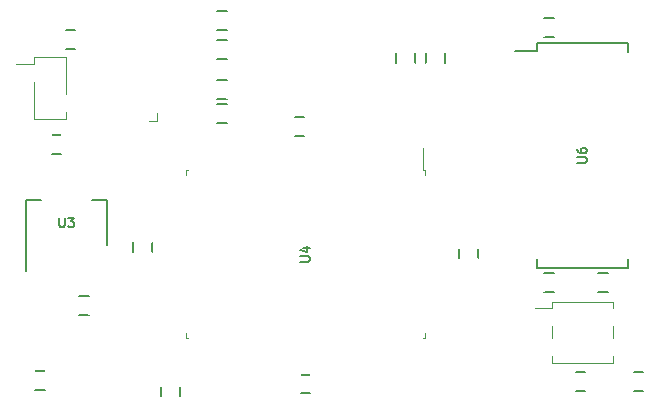
<source format=gto>
G04 #@! TF.GenerationSoftware,KiCad,Pcbnew,(5.1.5-0-10_14)*
G04 #@! TF.CreationDate,2020-05-14T18:26:34-04:00*
G04 #@! TF.ProjectId,C64RAM,43363452-414d-42e6-9b69-6361645f7063,rev?*
G04 #@! TF.SameCoordinates,Original*
G04 #@! TF.FileFunction,Legend,Top*
G04 #@! TF.FilePolarity,Positive*
%FSLAX46Y46*%
G04 Gerber Fmt 4.6, Leading zero omitted, Abs format (unit mm)*
G04 Created by KiCad (PCBNEW (5.1.5-0-10_14)) date 2020-05-14 18:26:34*
%MOMM*%
%LPD*%
G04 APERTURE LIST*
%ADD10C,0.120000*%
%ADD11C,0.200000*%
%ADD12C,0.152400*%
%ADD13C,0.203200*%
%ADD14C,0.100000*%
%ADD15C,0.939800*%
%ADD16C,1.143000*%
%ADD17C,2.152400*%
%ADD18C,2.000000*%
G04 APERTURE END LIST*
D10*
X139510000Y-62865000D02*
X139510000Y-60975000D01*
X119465000Y-77085000D02*
X119640000Y-77085000D01*
X119465000Y-76660000D02*
X119465000Y-77085000D01*
X119465000Y-62865000D02*
X119640000Y-62865000D01*
X119465000Y-63290000D02*
X119465000Y-62865000D01*
X139685000Y-77085000D02*
X139510000Y-77085000D01*
X139685000Y-76660000D02*
X139685000Y-77085000D01*
X139685000Y-62865000D02*
X139510000Y-62865000D01*
X139685000Y-63290000D02*
X139685000Y-62865000D01*
D11*
X149160000Y-52720000D02*
X147335000Y-52720000D01*
X149160000Y-71120000D02*
X156910000Y-71120000D01*
X149160000Y-52070000D02*
X156910000Y-52070000D01*
X149160000Y-71120000D02*
X149160000Y-70375000D01*
X156910000Y-71120000D02*
X156910000Y-70375000D01*
X156910000Y-52070000D02*
X156910000Y-52815000D01*
X149160000Y-52070000D02*
X149160000Y-52720000D01*
D12*
X139750000Y-52943600D02*
X139750000Y-53756400D01*
X141350000Y-52943600D02*
X141350000Y-53756400D01*
X138850000Y-52943600D02*
X138850000Y-53756400D01*
X137250000Y-52943600D02*
X137250000Y-53756400D01*
X153248400Y-79972000D02*
X152435600Y-79972000D01*
X153248400Y-81572000D02*
X152435600Y-81572000D01*
D10*
X155635000Y-76071000D02*
X155635000Y-77091000D01*
X150435000Y-76071000D02*
X150435000Y-77091000D01*
X155635000Y-78611000D02*
X155635000Y-79181000D01*
X150435000Y-78611000D02*
X150435000Y-79181000D01*
X155635000Y-73981000D02*
X155635000Y-74551000D01*
X150435000Y-73981000D02*
X150435000Y-74551000D01*
X148995000Y-74551000D02*
X150435000Y-74551000D01*
X150435000Y-79181000D02*
X155635000Y-79181000D01*
X150435000Y-73981000D02*
X155635000Y-73981000D01*
D12*
X154340600Y-71590000D02*
X155153400Y-71590000D01*
X154340600Y-73190000D02*
X155153400Y-73190000D01*
X118910000Y-81188600D02*
X118910000Y-82001400D01*
X117310000Y-81188600D02*
X117310000Y-82001400D01*
X111206400Y-73531000D02*
X110393600Y-73531000D01*
X111206400Y-75131000D02*
X110393600Y-75131000D01*
D10*
X106620000Y-55370000D02*
X106620000Y-58480000D01*
X109280000Y-57910000D02*
X109280000Y-58480000D01*
X106620000Y-53280000D02*
X106620000Y-53850000D01*
X106620000Y-53850000D02*
X105100000Y-53850000D01*
X109280000Y-53280000D02*
X109280000Y-56390000D01*
X106620000Y-58480000D02*
X109280000Y-58480000D01*
X106620000Y-53280000D02*
X109280000Y-53280000D01*
X116967000Y-58039000D02*
X116967000Y-58674000D01*
X116967000Y-58674000D02*
X116332000Y-58674000D01*
D12*
X107506400Y-79845000D02*
X106693600Y-79845000D01*
X107506400Y-81445000D02*
X106693600Y-81445000D01*
X157366600Y-79972000D02*
X158179400Y-79972000D01*
X157366600Y-81572000D02*
X158179400Y-81572000D01*
X149795600Y-71590000D02*
X150608400Y-71590000D01*
X149795600Y-73190000D02*
X150608400Y-73190000D01*
X149795600Y-51600000D02*
X150608400Y-51600000D01*
X149795600Y-50000000D02*
X150608400Y-50000000D01*
X144200000Y-69493600D02*
X144200000Y-70306400D01*
X142600000Y-69493600D02*
X142600000Y-70306400D01*
X129168600Y-80150000D02*
X129981400Y-80150000D01*
X129168600Y-81750000D02*
X129981400Y-81750000D01*
X129456400Y-59950000D02*
X128643600Y-59950000D01*
X129456400Y-58350000D02*
X128643600Y-58350000D01*
X116600000Y-68956100D02*
X116600000Y-69768900D01*
X115000000Y-68956100D02*
X115000000Y-69768900D01*
X122093600Y-56850000D02*
X122906400Y-56850000D01*
X122093600Y-55250000D02*
X122906400Y-55250000D01*
X122093600Y-58850000D02*
X122906400Y-58850000D01*
X122093600Y-57250000D02*
X122906400Y-57250000D01*
X105940000Y-71400000D02*
X105940000Y-65390000D01*
X112760000Y-69150000D02*
X112760000Y-65390000D01*
X105940000Y-65390000D02*
X107200000Y-65390000D01*
X112760000Y-65390000D02*
X111500000Y-65390000D01*
X108906400Y-61450000D02*
X108093600Y-61450000D01*
X108906400Y-59850000D02*
X108093600Y-59850000D01*
X122906400Y-50950000D02*
X122093600Y-50950000D01*
X122906400Y-49350000D02*
X122093600Y-49350000D01*
X122906400Y-51850000D02*
X122093600Y-51850000D01*
X122906400Y-53450000D02*
X122093600Y-53450000D01*
X110068400Y-51016000D02*
X109255600Y-51016000D01*
X110068400Y-52616000D02*
X109255600Y-52616000D01*
D13*
X129129895Y-70594276D02*
X129787876Y-70594276D01*
X129865285Y-70555571D01*
X129903990Y-70516866D01*
X129942695Y-70439457D01*
X129942695Y-70284638D01*
X129903990Y-70207228D01*
X129865285Y-70168523D01*
X129787876Y-70129819D01*
X129129895Y-70129819D01*
X129400828Y-69394428D02*
X129942695Y-69394428D01*
X129091190Y-69587952D02*
X129671761Y-69781476D01*
X129671761Y-69278314D01*
X152589895Y-62214276D02*
X153247876Y-62214276D01*
X153325285Y-62175571D01*
X153363990Y-62136866D01*
X153402695Y-62059457D01*
X153402695Y-61904638D01*
X153363990Y-61827228D01*
X153325285Y-61788523D01*
X153247876Y-61749819D01*
X152589895Y-61749819D01*
X152589895Y-61014428D02*
X152589895Y-61169247D01*
X152628600Y-61246657D01*
X152667304Y-61285361D01*
X152783419Y-61362771D01*
X152938238Y-61401476D01*
X153247876Y-61401476D01*
X153325285Y-61362771D01*
X153363990Y-61324066D01*
X153402695Y-61246657D01*
X153402695Y-61091838D01*
X153363990Y-61014428D01*
X153325285Y-60975723D01*
X153247876Y-60937019D01*
X153054352Y-60937019D01*
X152976942Y-60975723D01*
X152938238Y-61014428D01*
X152899533Y-61091838D01*
X152899533Y-61246657D01*
X152938238Y-61324066D01*
X152976942Y-61362771D01*
X153054352Y-61401476D01*
X108730723Y-66854895D02*
X108730723Y-67512876D01*
X108769428Y-67590285D01*
X108808133Y-67628990D01*
X108885542Y-67667695D01*
X109040361Y-67667695D01*
X109117771Y-67628990D01*
X109156476Y-67590285D01*
X109195180Y-67512876D01*
X109195180Y-66854895D01*
X109504819Y-66854895D02*
X110007980Y-66854895D01*
X109737047Y-67164533D01*
X109853161Y-67164533D01*
X109930571Y-67203238D01*
X109969276Y-67241942D01*
X110007980Y-67319352D01*
X110007980Y-67512876D01*
X109969276Y-67590285D01*
X109930571Y-67628990D01*
X109853161Y-67667695D01*
X109620933Y-67667695D01*
X109543523Y-67628990D01*
X109504819Y-67590285D01*
%LPC*%
D14*
G36*
X161290000Y-97282000D02*
G01*
X160782000Y-97790000D01*
X103378000Y-97790000D01*
X102870000Y-97282000D01*
X102870000Y-89916000D01*
X161290000Y-89916000D01*
X161290000Y-97282000D01*
G37*
G36*
X141487252Y-63550602D02*
G01*
X141499386Y-63552402D01*
X141511286Y-63555382D01*
X141522835Y-63559515D01*
X141533925Y-63564760D01*
X141544446Y-63571066D01*
X141554299Y-63578374D01*
X141563388Y-63586612D01*
X141571626Y-63595701D01*
X141578934Y-63605554D01*
X141585240Y-63616075D01*
X141590485Y-63627165D01*
X141594618Y-63638714D01*
X141597598Y-63650614D01*
X141599398Y-63662748D01*
X141600000Y-63675000D01*
X141600000Y-63925000D01*
X141599398Y-63937252D01*
X141597598Y-63949386D01*
X141594618Y-63961286D01*
X141590485Y-63972835D01*
X141585240Y-63983925D01*
X141578934Y-63994446D01*
X141571626Y-64004299D01*
X141563388Y-64013388D01*
X141554299Y-64021626D01*
X141544446Y-64028934D01*
X141533925Y-64035240D01*
X141522835Y-64040485D01*
X141511286Y-64044618D01*
X141499386Y-64047598D01*
X141487252Y-64049398D01*
X141475000Y-64050000D01*
X139925000Y-64050000D01*
X139912748Y-64049398D01*
X139900614Y-64047598D01*
X139888714Y-64044618D01*
X139877165Y-64040485D01*
X139866075Y-64035240D01*
X139855554Y-64028934D01*
X139845701Y-64021626D01*
X139836612Y-64013388D01*
X139828374Y-64004299D01*
X139821066Y-63994446D01*
X139814760Y-63983925D01*
X139809515Y-63972835D01*
X139805382Y-63961286D01*
X139802402Y-63949386D01*
X139800602Y-63937252D01*
X139800000Y-63925000D01*
X139800000Y-63675000D01*
X139800602Y-63662748D01*
X139802402Y-63650614D01*
X139805382Y-63638714D01*
X139809515Y-63627165D01*
X139814760Y-63616075D01*
X139821066Y-63605554D01*
X139828374Y-63595701D01*
X139836612Y-63586612D01*
X139845701Y-63578374D01*
X139855554Y-63571066D01*
X139866075Y-63564760D01*
X139877165Y-63559515D01*
X139888714Y-63555382D01*
X139900614Y-63552402D01*
X139912748Y-63550602D01*
X139925000Y-63550000D01*
X141475000Y-63550000D01*
X141487252Y-63550602D01*
G37*
G36*
X141487252Y-64200602D02*
G01*
X141499386Y-64202402D01*
X141511286Y-64205382D01*
X141522835Y-64209515D01*
X141533925Y-64214760D01*
X141544446Y-64221066D01*
X141554299Y-64228374D01*
X141563388Y-64236612D01*
X141571626Y-64245701D01*
X141578934Y-64255554D01*
X141585240Y-64266075D01*
X141590485Y-64277165D01*
X141594618Y-64288714D01*
X141597598Y-64300614D01*
X141599398Y-64312748D01*
X141600000Y-64325000D01*
X141600000Y-64575000D01*
X141599398Y-64587252D01*
X141597598Y-64599386D01*
X141594618Y-64611286D01*
X141590485Y-64622835D01*
X141585240Y-64633925D01*
X141578934Y-64644446D01*
X141571626Y-64654299D01*
X141563388Y-64663388D01*
X141554299Y-64671626D01*
X141544446Y-64678934D01*
X141533925Y-64685240D01*
X141522835Y-64690485D01*
X141511286Y-64694618D01*
X141499386Y-64697598D01*
X141487252Y-64699398D01*
X141475000Y-64700000D01*
X139925000Y-64700000D01*
X139912748Y-64699398D01*
X139900614Y-64697598D01*
X139888714Y-64694618D01*
X139877165Y-64690485D01*
X139866075Y-64685240D01*
X139855554Y-64678934D01*
X139845701Y-64671626D01*
X139836612Y-64663388D01*
X139828374Y-64654299D01*
X139821066Y-64644446D01*
X139814760Y-64633925D01*
X139809515Y-64622835D01*
X139805382Y-64611286D01*
X139802402Y-64599386D01*
X139800602Y-64587252D01*
X139800000Y-64575000D01*
X139800000Y-64325000D01*
X139800602Y-64312748D01*
X139802402Y-64300614D01*
X139805382Y-64288714D01*
X139809515Y-64277165D01*
X139814760Y-64266075D01*
X139821066Y-64255554D01*
X139828374Y-64245701D01*
X139836612Y-64236612D01*
X139845701Y-64228374D01*
X139855554Y-64221066D01*
X139866075Y-64214760D01*
X139877165Y-64209515D01*
X139888714Y-64205382D01*
X139900614Y-64202402D01*
X139912748Y-64200602D01*
X139925000Y-64200000D01*
X141475000Y-64200000D01*
X141487252Y-64200602D01*
G37*
G36*
X141487252Y-64850602D02*
G01*
X141499386Y-64852402D01*
X141511286Y-64855382D01*
X141522835Y-64859515D01*
X141533925Y-64864760D01*
X141544446Y-64871066D01*
X141554299Y-64878374D01*
X141563388Y-64886612D01*
X141571626Y-64895701D01*
X141578934Y-64905554D01*
X141585240Y-64916075D01*
X141590485Y-64927165D01*
X141594618Y-64938714D01*
X141597598Y-64950614D01*
X141599398Y-64962748D01*
X141600000Y-64975000D01*
X141600000Y-65225000D01*
X141599398Y-65237252D01*
X141597598Y-65249386D01*
X141594618Y-65261286D01*
X141590485Y-65272835D01*
X141585240Y-65283925D01*
X141578934Y-65294446D01*
X141571626Y-65304299D01*
X141563388Y-65313388D01*
X141554299Y-65321626D01*
X141544446Y-65328934D01*
X141533925Y-65335240D01*
X141522835Y-65340485D01*
X141511286Y-65344618D01*
X141499386Y-65347598D01*
X141487252Y-65349398D01*
X141475000Y-65350000D01*
X139925000Y-65350000D01*
X139912748Y-65349398D01*
X139900614Y-65347598D01*
X139888714Y-65344618D01*
X139877165Y-65340485D01*
X139866075Y-65335240D01*
X139855554Y-65328934D01*
X139845701Y-65321626D01*
X139836612Y-65313388D01*
X139828374Y-65304299D01*
X139821066Y-65294446D01*
X139814760Y-65283925D01*
X139809515Y-65272835D01*
X139805382Y-65261286D01*
X139802402Y-65249386D01*
X139800602Y-65237252D01*
X139800000Y-65225000D01*
X139800000Y-64975000D01*
X139800602Y-64962748D01*
X139802402Y-64950614D01*
X139805382Y-64938714D01*
X139809515Y-64927165D01*
X139814760Y-64916075D01*
X139821066Y-64905554D01*
X139828374Y-64895701D01*
X139836612Y-64886612D01*
X139845701Y-64878374D01*
X139855554Y-64871066D01*
X139866075Y-64864760D01*
X139877165Y-64859515D01*
X139888714Y-64855382D01*
X139900614Y-64852402D01*
X139912748Y-64850602D01*
X139925000Y-64850000D01*
X141475000Y-64850000D01*
X141487252Y-64850602D01*
G37*
G36*
X141487252Y-65500602D02*
G01*
X141499386Y-65502402D01*
X141511286Y-65505382D01*
X141522835Y-65509515D01*
X141533925Y-65514760D01*
X141544446Y-65521066D01*
X141554299Y-65528374D01*
X141563388Y-65536612D01*
X141571626Y-65545701D01*
X141578934Y-65555554D01*
X141585240Y-65566075D01*
X141590485Y-65577165D01*
X141594618Y-65588714D01*
X141597598Y-65600614D01*
X141599398Y-65612748D01*
X141600000Y-65625000D01*
X141600000Y-65875000D01*
X141599398Y-65887252D01*
X141597598Y-65899386D01*
X141594618Y-65911286D01*
X141590485Y-65922835D01*
X141585240Y-65933925D01*
X141578934Y-65944446D01*
X141571626Y-65954299D01*
X141563388Y-65963388D01*
X141554299Y-65971626D01*
X141544446Y-65978934D01*
X141533925Y-65985240D01*
X141522835Y-65990485D01*
X141511286Y-65994618D01*
X141499386Y-65997598D01*
X141487252Y-65999398D01*
X141475000Y-66000000D01*
X139925000Y-66000000D01*
X139912748Y-65999398D01*
X139900614Y-65997598D01*
X139888714Y-65994618D01*
X139877165Y-65990485D01*
X139866075Y-65985240D01*
X139855554Y-65978934D01*
X139845701Y-65971626D01*
X139836612Y-65963388D01*
X139828374Y-65954299D01*
X139821066Y-65944446D01*
X139814760Y-65933925D01*
X139809515Y-65922835D01*
X139805382Y-65911286D01*
X139802402Y-65899386D01*
X139800602Y-65887252D01*
X139800000Y-65875000D01*
X139800000Y-65625000D01*
X139800602Y-65612748D01*
X139802402Y-65600614D01*
X139805382Y-65588714D01*
X139809515Y-65577165D01*
X139814760Y-65566075D01*
X139821066Y-65555554D01*
X139828374Y-65545701D01*
X139836612Y-65536612D01*
X139845701Y-65528374D01*
X139855554Y-65521066D01*
X139866075Y-65514760D01*
X139877165Y-65509515D01*
X139888714Y-65505382D01*
X139900614Y-65502402D01*
X139912748Y-65500602D01*
X139925000Y-65500000D01*
X141475000Y-65500000D01*
X141487252Y-65500602D01*
G37*
G36*
X141487252Y-66150602D02*
G01*
X141499386Y-66152402D01*
X141511286Y-66155382D01*
X141522835Y-66159515D01*
X141533925Y-66164760D01*
X141544446Y-66171066D01*
X141554299Y-66178374D01*
X141563388Y-66186612D01*
X141571626Y-66195701D01*
X141578934Y-66205554D01*
X141585240Y-66216075D01*
X141590485Y-66227165D01*
X141594618Y-66238714D01*
X141597598Y-66250614D01*
X141599398Y-66262748D01*
X141600000Y-66275000D01*
X141600000Y-66525000D01*
X141599398Y-66537252D01*
X141597598Y-66549386D01*
X141594618Y-66561286D01*
X141590485Y-66572835D01*
X141585240Y-66583925D01*
X141578934Y-66594446D01*
X141571626Y-66604299D01*
X141563388Y-66613388D01*
X141554299Y-66621626D01*
X141544446Y-66628934D01*
X141533925Y-66635240D01*
X141522835Y-66640485D01*
X141511286Y-66644618D01*
X141499386Y-66647598D01*
X141487252Y-66649398D01*
X141475000Y-66650000D01*
X139925000Y-66650000D01*
X139912748Y-66649398D01*
X139900614Y-66647598D01*
X139888714Y-66644618D01*
X139877165Y-66640485D01*
X139866075Y-66635240D01*
X139855554Y-66628934D01*
X139845701Y-66621626D01*
X139836612Y-66613388D01*
X139828374Y-66604299D01*
X139821066Y-66594446D01*
X139814760Y-66583925D01*
X139809515Y-66572835D01*
X139805382Y-66561286D01*
X139802402Y-66549386D01*
X139800602Y-66537252D01*
X139800000Y-66525000D01*
X139800000Y-66275000D01*
X139800602Y-66262748D01*
X139802402Y-66250614D01*
X139805382Y-66238714D01*
X139809515Y-66227165D01*
X139814760Y-66216075D01*
X139821066Y-66205554D01*
X139828374Y-66195701D01*
X139836612Y-66186612D01*
X139845701Y-66178374D01*
X139855554Y-66171066D01*
X139866075Y-66164760D01*
X139877165Y-66159515D01*
X139888714Y-66155382D01*
X139900614Y-66152402D01*
X139912748Y-66150602D01*
X139925000Y-66150000D01*
X141475000Y-66150000D01*
X141487252Y-66150602D01*
G37*
G36*
X141487252Y-66800602D02*
G01*
X141499386Y-66802402D01*
X141511286Y-66805382D01*
X141522835Y-66809515D01*
X141533925Y-66814760D01*
X141544446Y-66821066D01*
X141554299Y-66828374D01*
X141563388Y-66836612D01*
X141571626Y-66845701D01*
X141578934Y-66855554D01*
X141585240Y-66866075D01*
X141590485Y-66877165D01*
X141594618Y-66888714D01*
X141597598Y-66900614D01*
X141599398Y-66912748D01*
X141600000Y-66925000D01*
X141600000Y-67175000D01*
X141599398Y-67187252D01*
X141597598Y-67199386D01*
X141594618Y-67211286D01*
X141590485Y-67222835D01*
X141585240Y-67233925D01*
X141578934Y-67244446D01*
X141571626Y-67254299D01*
X141563388Y-67263388D01*
X141554299Y-67271626D01*
X141544446Y-67278934D01*
X141533925Y-67285240D01*
X141522835Y-67290485D01*
X141511286Y-67294618D01*
X141499386Y-67297598D01*
X141487252Y-67299398D01*
X141475000Y-67300000D01*
X139925000Y-67300000D01*
X139912748Y-67299398D01*
X139900614Y-67297598D01*
X139888714Y-67294618D01*
X139877165Y-67290485D01*
X139866075Y-67285240D01*
X139855554Y-67278934D01*
X139845701Y-67271626D01*
X139836612Y-67263388D01*
X139828374Y-67254299D01*
X139821066Y-67244446D01*
X139814760Y-67233925D01*
X139809515Y-67222835D01*
X139805382Y-67211286D01*
X139802402Y-67199386D01*
X139800602Y-67187252D01*
X139800000Y-67175000D01*
X139800000Y-66925000D01*
X139800602Y-66912748D01*
X139802402Y-66900614D01*
X139805382Y-66888714D01*
X139809515Y-66877165D01*
X139814760Y-66866075D01*
X139821066Y-66855554D01*
X139828374Y-66845701D01*
X139836612Y-66836612D01*
X139845701Y-66828374D01*
X139855554Y-66821066D01*
X139866075Y-66814760D01*
X139877165Y-66809515D01*
X139888714Y-66805382D01*
X139900614Y-66802402D01*
X139912748Y-66800602D01*
X139925000Y-66800000D01*
X141475000Y-66800000D01*
X141487252Y-66800602D01*
G37*
G36*
X141487252Y-67450602D02*
G01*
X141499386Y-67452402D01*
X141511286Y-67455382D01*
X141522835Y-67459515D01*
X141533925Y-67464760D01*
X141544446Y-67471066D01*
X141554299Y-67478374D01*
X141563388Y-67486612D01*
X141571626Y-67495701D01*
X141578934Y-67505554D01*
X141585240Y-67516075D01*
X141590485Y-67527165D01*
X141594618Y-67538714D01*
X141597598Y-67550614D01*
X141599398Y-67562748D01*
X141600000Y-67575000D01*
X141600000Y-67825000D01*
X141599398Y-67837252D01*
X141597598Y-67849386D01*
X141594618Y-67861286D01*
X141590485Y-67872835D01*
X141585240Y-67883925D01*
X141578934Y-67894446D01*
X141571626Y-67904299D01*
X141563388Y-67913388D01*
X141554299Y-67921626D01*
X141544446Y-67928934D01*
X141533925Y-67935240D01*
X141522835Y-67940485D01*
X141511286Y-67944618D01*
X141499386Y-67947598D01*
X141487252Y-67949398D01*
X141475000Y-67950000D01*
X139925000Y-67950000D01*
X139912748Y-67949398D01*
X139900614Y-67947598D01*
X139888714Y-67944618D01*
X139877165Y-67940485D01*
X139866075Y-67935240D01*
X139855554Y-67928934D01*
X139845701Y-67921626D01*
X139836612Y-67913388D01*
X139828374Y-67904299D01*
X139821066Y-67894446D01*
X139814760Y-67883925D01*
X139809515Y-67872835D01*
X139805382Y-67861286D01*
X139802402Y-67849386D01*
X139800602Y-67837252D01*
X139800000Y-67825000D01*
X139800000Y-67575000D01*
X139800602Y-67562748D01*
X139802402Y-67550614D01*
X139805382Y-67538714D01*
X139809515Y-67527165D01*
X139814760Y-67516075D01*
X139821066Y-67505554D01*
X139828374Y-67495701D01*
X139836612Y-67486612D01*
X139845701Y-67478374D01*
X139855554Y-67471066D01*
X139866075Y-67464760D01*
X139877165Y-67459515D01*
X139888714Y-67455382D01*
X139900614Y-67452402D01*
X139912748Y-67450602D01*
X139925000Y-67450000D01*
X141475000Y-67450000D01*
X141487252Y-67450602D01*
G37*
G36*
X141487252Y-68100602D02*
G01*
X141499386Y-68102402D01*
X141511286Y-68105382D01*
X141522835Y-68109515D01*
X141533925Y-68114760D01*
X141544446Y-68121066D01*
X141554299Y-68128374D01*
X141563388Y-68136612D01*
X141571626Y-68145701D01*
X141578934Y-68155554D01*
X141585240Y-68166075D01*
X141590485Y-68177165D01*
X141594618Y-68188714D01*
X141597598Y-68200614D01*
X141599398Y-68212748D01*
X141600000Y-68225000D01*
X141600000Y-68475000D01*
X141599398Y-68487252D01*
X141597598Y-68499386D01*
X141594618Y-68511286D01*
X141590485Y-68522835D01*
X141585240Y-68533925D01*
X141578934Y-68544446D01*
X141571626Y-68554299D01*
X141563388Y-68563388D01*
X141554299Y-68571626D01*
X141544446Y-68578934D01*
X141533925Y-68585240D01*
X141522835Y-68590485D01*
X141511286Y-68594618D01*
X141499386Y-68597598D01*
X141487252Y-68599398D01*
X141475000Y-68600000D01*
X139925000Y-68600000D01*
X139912748Y-68599398D01*
X139900614Y-68597598D01*
X139888714Y-68594618D01*
X139877165Y-68590485D01*
X139866075Y-68585240D01*
X139855554Y-68578934D01*
X139845701Y-68571626D01*
X139836612Y-68563388D01*
X139828374Y-68554299D01*
X139821066Y-68544446D01*
X139814760Y-68533925D01*
X139809515Y-68522835D01*
X139805382Y-68511286D01*
X139802402Y-68499386D01*
X139800602Y-68487252D01*
X139800000Y-68475000D01*
X139800000Y-68225000D01*
X139800602Y-68212748D01*
X139802402Y-68200614D01*
X139805382Y-68188714D01*
X139809515Y-68177165D01*
X139814760Y-68166075D01*
X139821066Y-68155554D01*
X139828374Y-68145701D01*
X139836612Y-68136612D01*
X139845701Y-68128374D01*
X139855554Y-68121066D01*
X139866075Y-68114760D01*
X139877165Y-68109515D01*
X139888714Y-68105382D01*
X139900614Y-68102402D01*
X139912748Y-68100602D01*
X139925000Y-68100000D01*
X141475000Y-68100000D01*
X141487252Y-68100602D01*
G37*
G36*
X141487252Y-68750602D02*
G01*
X141499386Y-68752402D01*
X141511286Y-68755382D01*
X141522835Y-68759515D01*
X141533925Y-68764760D01*
X141544446Y-68771066D01*
X141554299Y-68778374D01*
X141563388Y-68786612D01*
X141571626Y-68795701D01*
X141578934Y-68805554D01*
X141585240Y-68816075D01*
X141590485Y-68827165D01*
X141594618Y-68838714D01*
X141597598Y-68850614D01*
X141599398Y-68862748D01*
X141600000Y-68875000D01*
X141600000Y-69125000D01*
X141599398Y-69137252D01*
X141597598Y-69149386D01*
X141594618Y-69161286D01*
X141590485Y-69172835D01*
X141585240Y-69183925D01*
X141578934Y-69194446D01*
X141571626Y-69204299D01*
X141563388Y-69213388D01*
X141554299Y-69221626D01*
X141544446Y-69228934D01*
X141533925Y-69235240D01*
X141522835Y-69240485D01*
X141511286Y-69244618D01*
X141499386Y-69247598D01*
X141487252Y-69249398D01*
X141475000Y-69250000D01*
X139925000Y-69250000D01*
X139912748Y-69249398D01*
X139900614Y-69247598D01*
X139888714Y-69244618D01*
X139877165Y-69240485D01*
X139866075Y-69235240D01*
X139855554Y-69228934D01*
X139845701Y-69221626D01*
X139836612Y-69213388D01*
X139828374Y-69204299D01*
X139821066Y-69194446D01*
X139814760Y-69183925D01*
X139809515Y-69172835D01*
X139805382Y-69161286D01*
X139802402Y-69149386D01*
X139800602Y-69137252D01*
X139800000Y-69125000D01*
X139800000Y-68875000D01*
X139800602Y-68862748D01*
X139802402Y-68850614D01*
X139805382Y-68838714D01*
X139809515Y-68827165D01*
X139814760Y-68816075D01*
X139821066Y-68805554D01*
X139828374Y-68795701D01*
X139836612Y-68786612D01*
X139845701Y-68778374D01*
X139855554Y-68771066D01*
X139866075Y-68764760D01*
X139877165Y-68759515D01*
X139888714Y-68755382D01*
X139900614Y-68752402D01*
X139912748Y-68750602D01*
X139925000Y-68750000D01*
X141475000Y-68750000D01*
X141487252Y-68750602D01*
G37*
G36*
X141487252Y-69400602D02*
G01*
X141499386Y-69402402D01*
X141511286Y-69405382D01*
X141522835Y-69409515D01*
X141533925Y-69414760D01*
X141544446Y-69421066D01*
X141554299Y-69428374D01*
X141563388Y-69436612D01*
X141571626Y-69445701D01*
X141578934Y-69455554D01*
X141585240Y-69466075D01*
X141590485Y-69477165D01*
X141594618Y-69488714D01*
X141597598Y-69500614D01*
X141599398Y-69512748D01*
X141600000Y-69525000D01*
X141600000Y-69775000D01*
X141599398Y-69787252D01*
X141597598Y-69799386D01*
X141594618Y-69811286D01*
X141590485Y-69822835D01*
X141585240Y-69833925D01*
X141578934Y-69844446D01*
X141571626Y-69854299D01*
X141563388Y-69863388D01*
X141554299Y-69871626D01*
X141544446Y-69878934D01*
X141533925Y-69885240D01*
X141522835Y-69890485D01*
X141511286Y-69894618D01*
X141499386Y-69897598D01*
X141487252Y-69899398D01*
X141475000Y-69900000D01*
X139925000Y-69900000D01*
X139912748Y-69899398D01*
X139900614Y-69897598D01*
X139888714Y-69894618D01*
X139877165Y-69890485D01*
X139866075Y-69885240D01*
X139855554Y-69878934D01*
X139845701Y-69871626D01*
X139836612Y-69863388D01*
X139828374Y-69854299D01*
X139821066Y-69844446D01*
X139814760Y-69833925D01*
X139809515Y-69822835D01*
X139805382Y-69811286D01*
X139802402Y-69799386D01*
X139800602Y-69787252D01*
X139800000Y-69775000D01*
X139800000Y-69525000D01*
X139800602Y-69512748D01*
X139802402Y-69500614D01*
X139805382Y-69488714D01*
X139809515Y-69477165D01*
X139814760Y-69466075D01*
X139821066Y-69455554D01*
X139828374Y-69445701D01*
X139836612Y-69436612D01*
X139845701Y-69428374D01*
X139855554Y-69421066D01*
X139866075Y-69414760D01*
X139877165Y-69409515D01*
X139888714Y-69405382D01*
X139900614Y-69402402D01*
X139912748Y-69400602D01*
X139925000Y-69400000D01*
X141475000Y-69400000D01*
X141487252Y-69400602D01*
G37*
G36*
X141487252Y-70050602D02*
G01*
X141499386Y-70052402D01*
X141511286Y-70055382D01*
X141522835Y-70059515D01*
X141533925Y-70064760D01*
X141544446Y-70071066D01*
X141554299Y-70078374D01*
X141563388Y-70086612D01*
X141571626Y-70095701D01*
X141578934Y-70105554D01*
X141585240Y-70116075D01*
X141590485Y-70127165D01*
X141594618Y-70138714D01*
X141597598Y-70150614D01*
X141599398Y-70162748D01*
X141600000Y-70175000D01*
X141600000Y-70425000D01*
X141599398Y-70437252D01*
X141597598Y-70449386D01*
X141594618Y-70461286D01*
X141590485Y-70472835D01*
X141585240Y-70483925D01*
X141578934Y-70494446D01*
X141571626Y-70504299D01*
X141563388Y-70513388D01*
X141554299Y-70521626D01*
X141544446Y-70528934D01*
X141533925Y-70535240D01*
X141522835Y-70540485D01*
X141511286Y-70544618D01*
X141499386Y-70547598D01*
X141487252Y-70549398D01*
X141475000Y-70550000D01*
X139925000Y-70550000D01*
X139912748Y-70549398D01*
X139900614Y-70547598D01*
X139888714Y-70544618D01*
X139877165Y-70540485D01*
X139866075Y-70535240D01*
X139855554Y-70528934D01*
X139845701Y-70521626D01*
X139836612Y-70513388D01*
X139828374Y-70504299D01*
X139821066Y-70494446D01*
X139814760Y-70483925D01*
X139809515Y-70472835D01*
X139805382Y-70461286D01*
X139802402Y-70449386D01*
X139800602Y-70437252D01*
X139800000Y-70425000D01*
X139800000Y-70175000D01*
X139800602Y-70162748D01*
X139802402Y-70150614D01*
X139805382Y-70138714D01*
X139809515Y-70127165D01*
X139814760Y-70116075D01*
X139821066Y-70105554D01*
X139828374Y-70095701D01*
X139836612Y-70086612D01*
X139845701Y-70078374D01*
X139855554Y-70071066D01*
X139866075Y-70064760D01*
X139877165Y-70059515D01*
X139888714Y-70055382D01*
X139900614Y-70052402D01*
X139912748Y-70050602D01*
X139925000Y-70050000D01*
X141475000Y-70050000D01*
X141487252Y-70050602D01*
G37*
G36*
X141487252Y-70700602D02*
G01*
X141499386Y-70702402D01*
X141511286Y-70705382D01*
X141522835Y-70709515D01*
X141533925Y-70714760D01*
X141544446Y-70721066D01*
X141554299Y-70728374D01*
X141563388Y-70736612D01*
X141571626Y-70745701D01*
X141578934Y-70755554D01*
X141585240Y-70766075D01*
X141590485Y-70777165D01*
X141594618Y-70788714D01*
X141597598Y-70800614D01*
X141599398Y-70812748D01*
X141600000Y-70825000D01*
X141600000Y-71075000D01*
X141599398Y-71087252D01*
X141597598Y-71099386D01*
X141594618Y-71111286D01*
X141590485Y-71122835D01*
X141585240Y-71133925D01*
X141578934Y-71144446D01*
X141571626Y-71154299D01*
X141563388Y-71163388D01*
X141554299Y-71171626D01*
X141544446Y-71178934D01*
X141533925Y-71185240D01*
X141522835Y-71190485D01*
X141511286Y-71194618D01*
X141499386Y-71197598D01*
X141487252Y-71199398D01*
X141475000Y-71200000D01*
X139925000Y-71200000D01*
X139912748Y-71199398D01*
X139900614Y-71197598D01*
X139888714Y-71194618D01*
X139877165Y-71190485D01*
X139866075Y-71185240D01*
X139855554Y-71178934D01*
X139845701Y-71171626D01*
X139836612Y-71163388D01*
X139828374Y-71154299D01*
X139821066Y-71144446D01*
X139814760Y-71133925D01*
X139809515Y-71122835D01*
X139805382Y-71111286D01*
X139802402Y-71099386D01*
X139800602Y-71087252D01*
X139800000Y-71075000D01*
X139800000Y-70825000D01*
X139800602Y-70812748D01*
X139802402Y-70800614D01*
X139805382Y-70788714D01*
X139809515Y-70777165D01*
X139814760Y-70766075D01*
X139821066Y-70755554D01*
X139828374Y-70745701D01*
X139836612Y-70736612D01*
X139845701Y-70728374D01*
X139855554Y-70721066D01*
X139866075Y-70714760D01*
X139877165Y-70709515D01*
X139888714Y-70705382D01*
X139900614Y-70702402D01*
X139912748Y-70700602D01*
X139925000Y-70700000D01*
X141475000Y-70700000D01*
X141487252Y-70700602D01*
G37*
G36*
X141487252Y-71350602D02*
G01*
X141499386Y-71352402D01*
X141511286Y-71355382D01*
X141522835Y-71359515D01*
X141533925Y-71364760D01*
X141544446Y-71371066D01*
X141554299Y-71378374D01*
X141563388Y-71386612D01*
X141571626Y-71395701D01*
X141578934Y-71405554D01*
X141585240Y-71416075D01*
X141590485Y-71427165D01*
X141594618Y-71438714D01*
X141597598Y-71450614D01*
X141599398Y-71462748D01*
X141600000Y-71475000D01*
X141600000Y-71725000D01*
X141599398Y-71737252D01*
X141597598Y-71749386D01*
X141594618Y-71761286D01*
X141590485Y-71772835D01*
X141585240Y-71783925D01*
X141578934Y-71794446D01*
X141571626Y-71804299D01*
X141563388Y-71813388D01*
X141554299Y-71821626D01*
X141544446Y-71828934D01*
X141533925Y-71835240D01*
X141522835Y-71840485D01*
X141511286Y-71844618D01*
X141499386Y-71847598D01*
X141487252Y-71849398D01*
X141475000Y-71850000D01*
X139925000Y-71850000D01*
X139912748Y-71849398D01*
X139900614Y-71847598D01*
X139888714Y-71844618D01*
X139877165Y-71840485D01*
X139866075Y-71835240D01*
X139855554Y-71828934D01*
X139845701Y-71821626D01*
X139836612Y-71813388D01*
X139828374Y-71804299D01*
X139821066Y-71794446D01*
X139814760Y-71783925D01*
X139809515Y-71772835D01*
X139805382Y-71761286D01*
X139802402Y-71749386D01*
X139800602Y-71737252D01*
X139800000Y-71725000D01*
X139800000Y-71475000D01*
X139800602Y-71462748D01*
X139802402Y-71450614D01*
X139805382Y-71438714D01*
X139809515Y-71427165D01*
X139814760Y-71416075D01*
X139821066Y-71405554D01*
X139828374Y-71395701D01*
X139836612Y-71386612D01*
X139845701Y-71378374D01*
X139855554Y-71371066D01*
X139866075Y-71364760D01*
X139877165Y-71359515D01*
X139888714Y-71355382D01*
X139900614Y-71352402D01*
X139912748Y-71350602D01*
X139925000Y-71350000D01*
X141475000Y-71350000D01*
X141487252Y-71350602D01*
G37*
G36*
X141487252Y-72000602D02*
G01*
X141499386Y-72002402D01*
X141511286Y-72005382D01*
X141522835Y-72009515D01*
X141533925Y-72014760D01*
X141544446Y-72021066D01*
X141554299Y-72028374D01*
X141563388Y-72036612D01*
X141571626Y-72045701D01*
X141578934Y-72055554D01*
X141585240Y-72066075D01*
X141590485Y-72077165D01*
X141594618Y-72088714D01*
X141597598Y-72100614D01*
X141599398Y-72112748D01*
X141600000Y-72125000D01*
X141600000Y-72375000D01*
X141599398Y-72387252D01*
X141597598Y-72399386D01*
X141594618Y-72411286D01*
X141590485Y-72422835D01*
X141585240Y-72433925D01*
X141578934Y-72444446D01*
X141571626Y-72454299D01*
X141563388Y-72463388D01*
X141554299Y-72471626D01*
X141544446Y-72478934D01*
X141533925Y-72485240D01*
X141522835Y-72490485D01*
X141511286Y-72494618D01*
X141499386Y-72497598D01*
X141487252Y-72499398D01*
X141475000Y-72500000D01*
X139925000Y-72500000D01*
X139912748Y-72499398D01*
X139900614Y-72497598D01*
X139888714Y-72494618D01*
X139877165Y-72490485D01*
X139866075Y-72485240D01*
X139855554Y-72478934D01*
X139845701Y-72471626D01*
X139836612Y-72463388D01*
X139828374Y-72454299D01*
X139821066Y-72444446D01*
X139814760Y-72433925D01*
X139809515Y-72422835D01*
X139805382Y-72411286D01*
X139802402Y-72399386D01*
X139800602Y-72387252D01*
X139800000Y-72375000D01*
X139800000Y-72125000D01*
X139800602Y-72112748D01*
X139802402Y-72100614D01*
X139805382Y-72088714D01*
X139809515Y-72077165D01*
X139814760Y-72066075D01*
X139821066Y-72055554D01*
X139828374Y-72045701D01*
X139836612Y-72036612D01*
X139845701Y-72028374D01*
X139855554Y-72021066D01*
X139866075Y-72014760D01*
X139877165Y-72009515D01*
X139888714Y-72005382D01*
X139900614Y-72002402D01*
X139912748Y-72000602D01*
X139925000Y-72000000D01*
X141475000Y-72000000D01*
X141487252Y-72000602D01*
G37*
G36*
X141487252Y-72650602D02*
G01*
X141499386Y-72652402D01*
X141511286Y-72655382D01*
X141522835Y-72659515D01*
X141533925Y-72664760D01*
X141544446Y-72671066D01*
X141554299Y-72678374D01*
X141563388Y-72686612D01*
X141571626Y-72695701D01*
X141578934Y-72705554D01*
X141585240Y-72716075D01*
X141590485Y-72727165D01*
X141594618Y-72738714D01*
X141597598Y-72750614D01*
X141599398Y-72762748D01*
X141600000Y-72775000D01*
X141600000Y-73025000D01*
X141599398Y-73037252D01*
X141597598Y-73049386D01*
X141594618Y-73061286D01*
X141590485Y-73072835D01*
X141585240Y-73083925D01*
X141578934Y-73094446D01*
X141571626Y-73104299D01*
X141563388Y-73113388D01*
X141554299Y-73121626D01*
X141544446Y-73128934D01*
X141533925Y-73135240D01*
X141522835Y-73140485D01*
X141511286Y-73144618D01*
X141499386Y-73147598D01*
X141487252Y-73149398D01*
X141475000Y-73150000D01*
X139925000Y-73150000D01*
X139912748Y-73149398D01*
X139900614Y-73147598D01*
X139888714Y-73144618D01*
X139877165Y-73140485D01*
X139866075Y-73135240D01*
X139855554Y-73128934D01*
X139845701Y-73121626D01*
X139836612Y-73113388D01*
X139828374Y-73104299D01*
X139821066Y-73094446D01*
X139814760Y-73083925D01*
X139809515Y-73072835D01*
X139805382Y-73061286D01*
X139802402Y-73049386D01*
X139800602Y-73037252D01*
X139800000Y-73025000D01*
X139800000Y-72775000D01*
X139800602Y-72762748D01*
X139802402Y-72750614D01*
X139805382Y-72738714D01*
X139809515Y-72727165D01*
X139814760Y-72716075D01*
X139821066Y-72705554D01*
X139828374Y-72695701D01*
X139836612Y-72686612D01*
X139845701Y-72678374D01*
X139855554Y-72671066D01*
X139866075Y-72664760D01*
X139877165Y-72659515D01*
X139888714Y-72655382D01*
X139900614Y-72652402D01*
X139912748Y-72650602D01*
X139925000Y-72650000D01*
X141475000Y-72650000D01*
X141487252Y-72650602D01*
G37*
G36*
X141487252Y-73300602D02*
G01*
X141499386Y-73302402D01*
X141511286Y-73305382D01*
X141522835Y-73309515D01*
X141533925Y-73314760D01*
X141544446Y-73321066D01*
X141554299Y-73328374D01*
X141563388Y-73336612D01*
X141571626Y-73345701D01*
X141578934Y-73355554D01*
X141585240Y-73366075D01*
X141590485Y-73377165D01*
X141594618Y-73388714D01*
X141597598Y-73400614D01*
X141599398Y-73412748D01*
X141600000Y-73425000D01*
X141600000Y-73675000D01*
X141599398Y-73687252D01*
X141597598Y-73699386D01*
X141594618Y-73711286D01*
X141590485Y-73722835D01*
X141585240Y-73733925D01*
X141578934Y-73744446D01*
X141571626Y-73754299D01*
X141563388Y-73763388D01*
X141554299Y-73771626D01*
X141544446Y-73778934D01*
X141533925Y-73785240D01*
X141522835Y-73790485D01*
X141511286Y-73794618D01*
X141499386Y-73797598D01*
X141487252Y-73799398D01*
X141475000Y-73800000D01*
X139925000Y-73800000D01*
X139912748Y-73799398D01*
X139900614Y-73797598D01*
X139888714Y-73794618D01*
X139877165Y-73790485D01*
X139866075Y-73785240D01*
X139855554Y-73778934D01*
X139845701Y-73771626D01*
X139836612Y-73763388D01*
X139828374Y-73754299D01*
X139821066Y-73744446D01*
X139814760Y-73733925D01*
X139809515Y-73722835D01*
X139805382Y-73711286D01*
X139802402Y-73699386D01*
X139800602Y-73687252D01*
X139800000Y-73675000D01*
X139800000Y-73425000D01*
X139800602Y-73412748D01*
X139802402Y-73400614D01*
X139805382Y-73388714D01*
X139809515Y-73377165D01*
X139814760Y-73366075D01*
X139821066Y-73355554D01*
X139828374Y-73345701D01*
X139836612Y-73336612D01*
X139845701Y-73328374D01*
X139855554Y-73321066D01*
X139866075Y-73314760D01*
X139877165Y-73309515D01*
X139888714Y-73305382D01*
X139900614Y-73302402D01*
X139912748Y-73300602D01*
X139925000Y-73300000D01*
X141475000Y-73300000D01*
X141487252Y-73300602D01*
G37*
G36*
X141487252Y-73950602D02*
G01*
X141499386Y-73952402D01*
X141511286Y-73955382D01*
X141522835Y-73959515D01*
X141533925Y-73964760D01*
X141544446Y-73971066D01*
X141554299Y-73978374D01*
X141563388Y-73986612D01*
X141571626Y-73995701D01*
X141578934Y-74005554D01*
X141585240Y-74016075D01*
X141590485Y-74027165D01*
X141594618Y-74038714D01*
X141597598Y-74050614D01*
X141599398Y-74062748D01*
X141600000Y-74075000D01*
X141600000Y-74325000D01*
X141599398Y-74337252D01*
X141597598Y-74349386D01*
X141594618Y-74361286D01*
X141590485Y-74372835D01*
X141585240Y-74383925D01*
X141578934Y-74394446D01*
X141571626Y-74404299D01*
X141563388Y-74413388D01*
X141554299Y-74421626D01*
X141544446Y-74428934D01*
X141533925Y-74435240D01*
X141522835Y-74440485D01*
X141511286Y-74444618D01*
X141499386Y-74447598D01*
X141487252Y-74449398D01*
X141475000Y-74450000D01*
X139925000Y-74450000D01*
X139912748Y-74449398D01*
X139900614Y-74447598D01*
X139888714Y-74444618D01*
X139877165Y-74440485D01*
X139866075Y-74435240D01*
X139855554Y-74428934D01*
X139845701Y-74421626D01*
X139836612Y-74413388D01*
X139828374Y-74404299D01*
X139821066Y-74394446D01*
X139814760Y-74383925D01*
X139809515Y-74372835D01*
X139805382Y-74361286D01*
X139802402Y-74349386D01*
X139800602Y-74337252D01*
X139800000Y-74325000D01*
X139800000Y-74075000D01*
X139800602Y-74062748D01*
X139802402Y-74050614D01*
X139805382Y-74038714D01*
X139809515Y-74027165D01*
X139814760Y-74016075D01*
X139821066Y-74005554D01*
X139828374Y-73995701D01*
X139836612Y-73986612D01*
X139845701Y-73978374D01*
X139855554Y-73971066D01*
X139866075Y-73964760D01*
X139877165Y-73959515D01*
X139888714Y-73955382D01*
X139900614Y-73952402D01*
X139912748Y-73950602D01*
X139925000Y-73950000D01*
X141475000Y-73950000D01*
X141487252Y-73950602D01*
G37*
G36*
X141487252Y-74600602D02*
G01*
X141499386Y-74602402D01*
X141511286Y-74605382D01*
X141522835Y-74609515D01*
X141533925Y-74614760D01*
X141544446Y-74621066D01*
X141554299Y-74628374D01*
X141563388Y-74636612D01*
X141571626Y-74645701D01*
X141578934Y-74655554D01*
X141585240Y-74666075D01*
X141590485Y-74677165D01*
X141594618Y-74688714D01*
X141597598Y-74700614D01*
X141599398Y-74712748D01*
X141600000Y-74725000D01*
X141600000Y-74975000D01*
X141599398Y-74987252D01*
X141597598Y-74999386D01*
X141594618Y-75011286D01*
X141590485Y-75022835D01*
X141585240Y-75033925D01*
X141578934Y-75044446D01*
X141571626Y-75054299D01*
X141563388Y-75063388D01*
X141554299Y-75071626D01*
X141544446Y-75078934D01*
X141533925Y-75085240D01*
X141522835Y-75090485D01*
X141511286Y-75094618D01*
X141499386Y-75097598D01*
X141487252Y-75099398D01*
X141475000Y-75100000D01*
X139925000Y-75100000D01*
X139912748Y-75099398D01*
X139900614Y-75097598D01*
X139888714Y-75094618D01*
X139877165Y-75090485D01*
X139866075Y-75085240D01*
X139855554Y-75078934D01*
X139845701Y-75071626D01*
X139836612Y-75063388D01*
X139828374Y-75054299D01*
X139821066Y-75044446D01*
X139814760Y-75033925D01*
X139809515Y-75022835D01*
X139805382Y-75011286D01*
X139802402Y-74999386D01*
X139800602Y-74987252D01*
X139800000Y-74975000D01*
X139800000Y-74725000D01*
X139800602Y-74712748D01*
X139802402Y-74700614D01*
X139805382Y-74688714D01*
X139809515Y-74677165D01*
X139814760Y-74666075D01*
X139821066Y-74655554D01*
X139828374Y-74645701D01*
X139836612Y-74636612D01*
X139845701Y-74628374D01*
X139855554Y-74621066D01*
X139866075Y-74614760D01*
X139877165Y-74609515D01*
X139888714Y-74605382D01*
X139900614Y-74602402D01*
X139912748Y-74600602D01*
X139925000Y-74600000D01*
X141475000Y-74600000D01*
X141487252Y-74600602D01*
G37*
G36*
X141487252Y-75250602D02*
G01*
X141499386Y-75252402D01*
X141511286Y-75255382D01*
X141522835Y-75259515D01*
X141533925Y-75264760D01*
X141544446Y-75271066D01*
X141554299Y-75278374D01*
X141563388Y-75286612D01*
X141571626Y-75295701D01*
X141578934Y-75305554D01*
X141585240Y-75316075D01*
X141590485Y-75327165D01*
X141594618Y-75338714D01*
X141597598Y-75350614D01*
X141599398Y-75362748D01*
X141600000Y-75375000D01*
X141600000Y-75625000D01*
X141599398Y-75637252D01*
X141597598Y-75649386D01*
X141594618Y-75661286D01*
X141590485Y-75672835D01*
X141585240Y-75683925D01*
X141578934Y-75694446D01*
X141571626Y-75704299D01*
X141563388Y-75713388D01*
X141554299Y-75721626D01*
X141544446Y-75728934D01*
X141533925Y-75735240D01*
X141522835Y-75740485D01*
X141511286Y-75744618D01*
X141499386Y-75747598D01*
X141487252Y-75749398D01*
X141475000Y-75750000D01*
X139925000Y-75750000D01*
X139912748Y-75749398D01*
X139900614Y-75747598D01*
X139888714Y-75744618D01*
X139877165Y-75740485D01*
X139866075Y-75735240D01*
X139855554Y-75728934D01*
X139845701Y-75721626D01*
X139836612Y-75713388D01*
X139828374Y-75704299D01*
X139821066Y-75694446D01*
X139814760Y-75683925D01*
X139809515Y-75672835D01*
X139805382Y-75661286D01*
X139802402Y-75649386D01*
X139800602Y-75637252D01*
X139800000Y-75625000D01*
X139800000Y-75375000D01*
X139800602Y-75362748D01*
X139802402Y-75350614D01*
X139805382Y-75338714D01*
X139809515Y-75327165D01*
X139814760Y-75316075D01*
X139821066Y-75305554D01*
X139828374Y-75295701D01*
X139836612Y-75286612D01*
X139845701Y-75278374D01*
X139855554Y-75271066D01*
X139866075Y-75264760D01*
X139877165Y-75259515D01*
X139888714Y-75255382D01*
X139900614Y-75252402D01*
X139912748Y-75250602D01*
X139925000Y-75250000D01*
X141475000Y-75250000D01*
X141487252Y-75250602D01*
G37*
G36*
X141487252Y-75900602D02*
G01*
X141499386Y-75902402D01*
X141511286Y-75905382D01*
X141522835Y-75909515D01*
X141533925Y-75914760D01*
X141544446Y-75921066D01*
X141554299Y-75928374D01*
X141563388Y-75936612D01*
X141571626Y-75945701D01*
X141578934Y-75955554D01*
X141585240Y-75966075D01*
X141590485Y-75977165D01*
X141594618Y-75988714D01*
X141597598Y-76000614D01*
X141599398Y-76012748D01*
X141600000Y-76025000D01*
X141600000Y-76275000D01*
X141599398Y-76287252D01*
X141597598Y-76299386D01*
X141594618Y-76311286D01*
X141590485Y-76322835D01*
X141585240Y-76333925D01*
X141578934Y-76344446D01*
X141571626Y-76354299D01*
X141563388Y-76363388D01*
X141554299Y-76371626D01*
X141544446Y-76378934D01*
X141533925Y-76385240D01*
X141522835Y-76390485D01*
X141511286Y-76394618D01*
X141499386Y-76397598D01*
X141487252Y-76399398D01*
X141475000Y-76400000D01*
X139925000Y-76400000D01*
X139912748Y-76399398D01*
X139900614Y-76397598D01*
X139888714Y-76394618D01*
X139877165Y-76390485D01*
X139866075Y-76385240D01*
X139855554Y-76378934D01*
X139845701Y-76371626D01*
X139836612Y-76363388D01*
X139828374Y-76354299D01*
X139821066Y-76344446D01*
X139814760Y-76333925D01*
X139809515Y-76322835D01*
X139805382Y-76311286D01*
X139802402Y-76299386D01*
X139800602Y-76287252D01*
X139800000Y-76275000D01*
X139800000Y-76025000D01*
X139800602Y-76012748D01*
X139802402Y-76000614D01*
X139805382Y-75988714D01*
X139809515Y-75977165D01*
X139814760Y-75966075D01*
X139821066Y-75955554D01*
X139828374Y-75945701D01*
X139836612Y-75936612D01*
X139845701Y-75928374D01*
X139855554Y-75921066D01*
X139866075Y-75914760D01*
X139877165Y-75909515D01*
X139888714Y-75905382D01*
X139900614Y-75902402D01*
X139912748Y-75900602D01*
X139925000Y-75900000D01*
X141475000Y-75900000D01*
X141487252Y-75900602D01*
G37*
G36*
X139137252Y-77200602D02*
G01*
X139149386Y-77202402D01*
X139161286Y-77205382D01*
X139172835Y-77209515D01*
X139183925Y-77214760D01*
X139194446Y-77221066D01*
X139204299Y-77228374D01*
X139213388Y-77236612D01*
X139221626Y-77245701D01*
X139228934Y-77255554D01*
X139235240Y-77266075D01*
X139240485Y-77277165D01*
X139244618Y-77288714D01*
X139247598Y-77300614D01*
X139249398Y-77312748D01*
X139250000Y-77325000D01*
X139250000Y-78875000D01*
X139249398Y-78887252D01*
X139247598Y-78899386D01*
X139244618Y-78911286D01*
X139240485Y-78922835D01*
X139235240Y-78933925D01*
X139228934Y-78944446D01*
X139221626Y-78954299D01*
X139213388Y-78963388D01*
X139204299Y-78971626D01*
X139194446Y-78978934D01*
X139183925Y-78985240D01*
X139172835Y-78990485D01*
X139161286Y-78994618D01*
X139149386Y-78997598D01*
X139137252Y-78999398D01*
X139125000Y-79000000D01*
X138875000Y-79000000D01*
X138862748Y-78999398D01*
X138850614Y-78997598D01*
X138838714Y-78994618D01*
X138827165Y-78990485D01*
X138816075Y-78985240D01*
X138805554Y-78978934D01*
X138795701Y-78971626D01*
X138786612Y-78963388D01*
X138778374Y-78954299D01*
X138771066Y-78944446D01*
X138764760Y-78933925D01*
X138759515Y-78922835D01*
X138755382Y-78911286D01*
X138752402Y-78899386D01*
X138750602Y-78887252D01*
X138750000Y-78875000D01*
X138750000Y-77325000D01*
X138750602Y-77312748D01*
X138752402Y-77300614D01*
X138755382Y-77288714D01*
X138759515Y-77277165D01*
X138764760Y-77266075D01*
X138771066Y-77255554D01*
X138778374Y-77245701D01*
X138786612Y-77236612D01*
X138795701Y-77228374D01*
X138805554Y-77221066D01*
X138816075Y-77214760D01*
X138827165Y-77209515D01*
X138838714Y-77205382D01*
X138850614Y-77202402D01*
X138862748Y-77200602D01*
X138875000Y-77200000D01*
X139125000Y-77200000D01*
X139137252Y-77200602D01*
G37*
G36*
X138487252Y-77200602D02*
G01*
X138499386Y-77202402D01*
X138511286Y-77205382D01*
X138522835Y-77209515D01*
X138533925Y-77214760D01*
X138544446Y-77221066D01*
X138554299Y-77228374D01*
X138563388Y-77236612D01*
X138571626Y-77245701D01*
X138578934Y-77255554D01*
X138585240Y-77266075D01*
X138590485Y-77277165D01*
X138594618Y-77288714D01*
X138597598Y-77300614D01*
X138599398Y-77312748D01*
X138600000Y-77325000D01*
X138600000Y-78875000D01*
X138599398Y-78887252D01*
X138597598Y-78899386D01*
X138594618Y-78911286D01*
X138590485Y-78922835D01*
X138585240Y-78933925D01*
X138578934Y-78944446D01*
X138571626Y-78954299D01*
X138563388Y-78963388D01*
X138554299Y-78971626D01*
X138544446Y-78978934D01*
X138533925Y-78985240D01*
X138522835Y-78990485D01*
X138511286Y-78994618D01*
X138499386Y-78997598D01*
X138487252Y-78999398D01*
X138475000Y-79000000D01*
X138225000Y-79000000D01*
X138212748Y-78999398D01*
X138200614Y-78997598D01*
X138188714Y-78994618D01*
X138177165Y-78990485D01*
X138166075Y-78985240D01*
X138155554Y-78978934D01*
X138145701Y-78971626D01*
X138136612Y-78963388D01*
X138128374Y-78954299D01*
X138121066Y-78944446D01*
X138114760Y-78933925D01*
X138109515Y-78922835D01*
X138105382Y-78911286D01*
X138102402Y-78899386D01*
X138100602Y-78887252D01*
X138100000Y-78875000D01*
X138100000Y-77325000D01*
X138100602Y-77312748D01*
X138102402Y-77300614D01*
X138105382Y-77288714D01*
X138109515Y-77277165D01*
X138114760Y-77266075D01*
X138121066Y-77255554D01*
X138128374Y-77245701D01*
X138136612Y-77236612D01*
X138145701Y-77228374D01*
X138155554Y-77221066D01*
X138166075Y-77214760D01*
X138177165Y-77209515D01*
X138188714Y-77205382D01*
X138200614Y-77202402D01*
X138212748Y-77200602D01*
X138225000Y-77200000D01*
X138475000Y-77200000D01*
X138487252Y-77200602D01*
G37*
G36*
X137837252Y-77200602D02*
G01*
X137849386Y-77202402D01*
X137861286Y-77205382D01*
X137872835Y-77209515D01*
X137883925Y-77214760D01*
X137894446Y-77221066D01*
X137904299Y-77228374D01*
X137913388Y-77236612D01*
X137921626Y-77245701D01*
X137928934Y-77255554D01*
X137935240Y-77266075D01*
X137940485Y-77277165D01*
X137944618Y-77288714D01*
X137947598Y-77300614D01*
X137949398Y-77312748D01*
X137950000Y-77325000D01*
X137950000Y-78875000D01*
X137949398Y-78887252D01*
X137947598Y-78899386D01*
X137944618Y-78911286D01*
X137940485Y-78922835D01*
X137935240Y-78933925D01*
X137928934Y-78944446D01*
X137921626Y-78954299D01*
X137913388Y-78963388D01*
X137904299Y-78971626D01*
X137894446Y-78978934D01*
X137883925Y-78985240D01*
X137872835Y-78990485D01*
X137861286Y-78994618D01*
X137849386Y-78997598D01*
X137837252Y-78999398D01*
X137825000Y-79000000D01*
X137575000Y-79000000D01*
X137562748Y-78999398D01*
X137550614Y-78997598D01*
X137538714Y-78994618D01*
X137527165Y-78990485D01*
X137516075Y-78985240D01*
X137505554Y-78978934D01*
X137495701Y-78971626D01*
X137486612Y-78963388D01*
X137478374Y-78954299D01*
X137471066Y-78944446D01*
X137464760Y-78933925D01*
X137459515Y-78922835D01*
X137455382Y-78911286D01*
X137452402Y-78899386D01*
X137450602Y-78887252D01*
X137450000Y-78875000D01*
X137450000Y-77325000D01*
X137450602Y-77312748D01*
X137452402Y-77300614D01*
X137455382Y-77288714D01*
X137459515Y-77277165D01*
X137464760Y-77266075D01*
X137471066Y-77255554D01*
X137478374Y-77245701D01*
X137486612Y-77236612D01*
X137495701Y-77228374D01*
X137505554Y-77221066D01*
X137516075Y-77214760D01*
X137527165Y-77209515D01*
X137538714Y-77205382D01*
X137550614Y-77202402D01*
X137562748Y-77200602D01*
X137575000Y-77200000D01*
X137825000Y-77200000D01*
X137837252Y-77200602D01*
G37*
G36*
X137187252Y-77200602D02*
G01*
X137199386Y-77202402D01*
X137211286Y-77205382D01*
X137222835Y-77209515D01*
X137233925Y-77214760D01*
X137244446Y-77221066D01*
X137254299Y-77228374D01*
X137263388Y-77236612D01*
X137271626Y-77245701D01*
X137278934Y-77255554D01*
X137285240Y-77266075D01*
X137290485Y-77277165D01*
X137294618Y-77288714D01*
X137297598Y-77300614D01*
X137299398Y-77312748D01*
X137300000Y-77325000D01*
X137300000Y-78875000D01*
X137299398Y-78887252D01*
X137297598Y-78899386D01*
X137294618Y-78911286D01*
X137290485Y-78922835D01*
X137285240Y-78933925D01*
X137278934Y-78944446D01*
X137271626Y-78954299D01*
X137263388Y-78963388D01*
X137254299Y-78971626D01*
X137244446Y-78978934D01*
X137233925Y-78985240D01*
X137222835Y-78990485D01*
X137211286Y-78994618D01*
X137199386Y-78997598D01*
X137187252Y-78999398D01*
X137175000Y-79000000D01*
X136925000Y-79000000D01*
X136912748Y-78999398D01*
X136900614Y-78997598D01*
X136888714Y-78994618D01*
X136877165Y-78990485D01*
X136866075Y-78985240D01*
X136855554Y-78978934D01*
X136845701Y-78971626D01*
X136836612Y-78963388D01*
X136828374Y-78954299D01*
X136821066Y-78944446D01*
X136814760Y-78933925D01*
X136809515Y-78922835D01*
X136805382Y-78911286D01*
X136802402Y-78899386D01*
X136800602Y-78887252D01*
X136800000Y-78875000D01*
X136800000Y-77325000D01*
X136800602Y-77312748D01*
X136802402Y-77300614D01*
X136805382Y-77288714D01*
X136809515Y-77277165D01*
X136814760Y-77266075D01*
X136821066Y-77255554D01*
X136828374Y-77245701D01*
X136836612Y-77236612D01*
X136845701Y-77228374D01*
X136855554Y-77221066D01*
X136866075Y-77214760D01*
X136877165Y-77209515D01*
X136888714Y-77205382D01*
X136900614Y-77202402D01*
X136912748Y-77200602D01*
X136925000Y-77200000D01*
X137175000Y-77200000D01*
X137187252Y-77200602D01*
G37*
G36*
X136537252Y-77200602D02*
G01*
X136549386Y-77202402D01*
X136561286Y-77205382D01*
X136572835Y-77209515D01*
X136583925Y-77214760D01*
X136594446Y-77221066D01*
X136604299Y-77228374D01*
X136613388Y-77236612D01*
X136621626Y-77245701D01*
X136628934Y-77255554D01*
X136635240Y-77266075D01*
X136640485Y-77277165D01*
X136644618Y-77288714D01*
X136647598Y-77300614D01*
X136649398Y-77312748D01*
X136650000Y-77325000D01*
X136650000Y-78875000D01*
X136649398Y-78887252D01*
X136647598Y-78899386D01*
X136644618Y-78911286D01*
X136640485Y-78922835D01*
X136635240Y-78933925D01*
X136628934Y-78944446D01*
X136621626Y-78954299D01*
X136613388Y-78963388D01*
X136604299Y-78971626D01*
X136594446Y-78978934D01*
X136583925Y-78985240D01*
X136572835Y-78990485D01*
X136561286Y-78994618D01*
X136549386Y-78997598D01*
X136537252Y-78999398D01*
X136525000Y-79000000D01*
X136275000Y-79000000D01*
X136262748Y-78999398D01*
X136250614Y-78997598D01*
X136238714Y-78994618D01*
X136227165Y-78990485D01*
X136216075Y-78985240D01*
X136205554Y-78978934D01*
X136195701Y-78971626D01*
X136186612Y-78963388D01*
X136178374Y-78954299D01*
X136171066Y-78944446D01*
X136164760Y-78933925D01*
X136159515Y-78922835D01*
X136155382Y-78911286D01*
X136152402Y-78899386D01*
X136150602Y-78887252D01*
X136150000Y-78875000D01*
X136150000Y-77325000D01*
X136150602Y-77312748D01*
X136152402Y-77300614D01*
X136155382Y-77288714D01*
X136159515Y-77277165D01*
X136164760Y-77266075D01*
X136171066Y-77255554D01*
X136178374Y-77245701D01*
X136186612Y-77236612D01*
X136195701Y-77228374D01*
X136205554Y-77221066D01*
X136216075Y-77214760D01*
X136227165Y-77209515D01*
X136238714Y-77205382D01*
X136250614Y-77202402D01*
X136262748Y-77200602D01*
X136275000Y-77200000D01*
X136525000Y-77200000D01*
X136537252Y-77200602D01*
G37*
G36*
X135887252Y-77200602D02*
G01*
X135899386Y-77202402D01*
X135911286Y-77205382D01*
X135922835Y-77209515D01*
X135933925Y-77214760D01*
X135944446Y-77221066D01*
X135954299Y-77228374D01*
X135963388Y-77236612D01*
X135971626Y-77245701D01*
X135978934Y-77255554D01*
X135985240Y-77266075D01*
X135990485Y-77277165D01*
X135994618Y-77288714D01*
X135997598Y-77300614D01*
X135999398Y-77312748D01*
X136000000Y-77325000D01*
X136000000Y-78875000D01*
X135999398Y-78887252D01*
X135997598Y-78899386D01*
X135994618Y-78911286D01*
X135990485Y-78922835D01*
X135985240Y-78933925D01*
X135978934Y-78944446D01*
X135971626Y-78954299D01*
X135963388Y-78963388D01*
X135954299Y-78971626D01*
X135944446Y-78978934D01*
X135933925Y-78985240D01*
X135922835Y-78990485D01*
X135911286Y-78994618D01*
X135899386Y-78997598D01*
X135887252Y-78999398D01*
X135875000Y-79000000D01*
X135625000Y-79000000D01*
X135612748Y-78999398D01*
X135600614Y-78997598D01*
X135588714Y-78994618D01*
X135577165Y-78990485D01*
X135566075Y-78985240D01*
X135555554Y-78978934D01*
X135545701Y-78971626D01*
X135536612Y-78963388D01*
X135528374Y-78954299D01*
X135521066Y-78944446D01*
X135514760Y-78933925D01*
X135509515Y-78922835D01*
X135505382Y-78911286D01*
X135502402Y-78899386D01*
X135500602Y-78887252D01*
X135500000Y-78875000D01*
X135500000Y-77325000D01*
X135500602Y-77312748D01*
X135502402Y-77300614D01*
X135505382Y-77288714D01*
X135509515Y-77277165D01*
X135514760Y-77266075D01*
X135521066Y-77255554D01*
X135528374Y-77245701D01*
X135536612Y-77236612D01*
X135545701Y-77228374D01*
X135555554Y-77221066D01*
X135566075Y-77214760D01*
X135577165Y-77209515D01*
X135588714Y-77205382D01*
X135600614Y-77202402D01*
X135612748Y-77200602D01*
X135625000Y-77200000D01*
X135875000Y-77200000D01*
X135887252Y-77200602D01*
G37*
G36*
X135237252Y-77200602D02*
G01*
X135249386Y-77202402D01*
X135261286Y-77205382D01*
X135272835Y-77209515D01*
X135283925Y-77214760D01*
X135294446Y-77221066D01*
X135304299Y-77228374D01*
X135313388Y-77236612D01*
X135321626Y-77245701D01*
X135328934Y-77255554D01*
X135335240Y-77266075D01*
X135340485Y-77277165D01*
X135344618Y-77288714D01*
X135347598Y-77300614D01*
X135349398Y-77312748D01*
X135350000Y-77325000D01*
X135350000Y-78875000D01*
X135349398Y-78887252D01*
X135347598Y-78899386D01*
X135344618Y-78911286D01*
X135340485Y-78922835D01*
X135335240Y-78933925D01*
X135328934Y-78944446D01*
X135321626Y-78954299D01*
X135313388Y-78963388D01*
X135304299Y-78971626D01*
X135294446Y-78978934D01*
X135283925Y-78985240D01*
X135272835Y-78990485D01*
X135261286Y-78994618D01*
X135249386Y-78997598D01*
X135237252Y-78999398D01*
X135225000Y-79000000D01*
X134975000Y-79000000D01*
X134962748Y-78999398D01*
X134950614Y-78997598D01*
X134938714Y-78994618D01*
X134927165Y-78990485D01*
X134916075Y-78985240D01*
X134905554Y-78978934D01*
X134895701Y-78971626D01*
X134886612Y-78963388D01*
X134878374Y-78954299D01*
X134871066Y-78944446D01*
X134864760Y-78933925D01*
X134859515Y-78922835D01*
X134855382Y-78911286D01*
X134852402Y-78899386D01*
X134850602Y-78887252D01*
X134850000Y-78875000D01*
X134850000Y-77325000D01*
X134850602Y-77312748D01*
X134852402Y-77300614D01*
X134855382Y-77288714D01*
X134859515Y-77277165D01*
X134864760Y-77266075D01*
X134871066Y-77255554D01*
X134878374Y-77245701D01*
X134886612Y-77236612D01*
X134895701Y-77228374D01*
X134905554Y-77221066D01*
X134916075Y-77214760D01*
X134927165Y-77209515D01*
X134938714Y-77205382D01*
X134950614Y-77202402D01*
X134962748Y-77200602D01*
X134975000Y-77200000D01*
X135225000Y-77200000D01*
X135237252Y-77200602D01*
G37*
G36*
X134587252Y-77200602D02*
G01*
X134599386Y-77202402D01*
X134611286Y-77205382D01*
X134622835Y-77209515D01*
X134633925Y-77214760D01*
X134644446Y-77221066D01*
X134654299Y-77228374D01*
X134663388Y-77236612D01*
X134671626Y-77245701D01*
X134678934Y-77255554D01*
X134685240Y-77266075D01*
X134690485Y-77277165D01*
X134694618Y-77288714D01*
X134697598Y-77300614D01*
X134699398Y-77312748D01*
X134700000Y-77325000D01*
X134700000Y-78875000D01*
X134699398Y-78887252D01*
X134697598Y-78899386D01*
X134694618Y-78911286D01*
X134690485Y-78922835D01*
X134685240Y-78933925D01*
X134678934Y-78944446D01*
X134671626Y-78954299D01*
X134663388Y-78963388D01*
X134654299Y-78971626D01*
X134644446Y-78978934D01*
X134633925Y-78985240D01*
X134622835Y-78990485D01*
X134611286Y-78994618D01*
X134599386Y-78997598D01*
X134587252Y-78999398D01*
X134575000Y-79000000D01*
X134325000Y-79000000D01*
X134312748Y-78999398D01*
X134300614Y-78997598D01*
X134288714Y-78994618D01*
X134277165Y-78990485D01*
X134266075Y-78985240D01*
X134255554Y-78978934D01*
X134245701Y-78971626D01*
X134236612Y-78963388D01*
X134228374Y-78954299D01*
X134221066Y-78944446D01*
X134214760Y-78933925D01*
X134209515Y-78922835D01*
X134205382Y-78911286D01*
X134202402Y-78899386D01*
X134200602Y-78887252D01*
X134200000Y-78875000D01*
X134200000Y-77325000D01*
X134200602Y-77312748D01*
X134202402Y-77300614D01*
X134205382Y-77288714D01*
X134209515Y-77277165D01*
X134214760Y-77266075D01*
X134221066Y-77255554D01*
X134228374Y-77245701D01*
X134236612Y-77236612D01*
X134245701Y-77228374D01*
X134255554Y-77221066D01*
X134266075Y-77214760D01*
X134277165Y-77209515D01*
X134288714Y-77205382D01*
X134300614Y-77202402D01*
X134312748Y-77200602D01*
X134325000Y-77200000D01*
X134575000Y-77200000D01*
X134587252Y-77200602D01*
G37*
G36*
X133937252Y-77200602D02*
G01*
X133949386Y-77202402D01*
X133961286Y-77205382D01*
X133972835Y-77209515D01*
X133983925Y-77214760D01*
X133994446Y-77221066D01*
X134004299Y-77228374D01*
X134013388Y-77236612D01*
X134021626Y-77245701D01*
X134028934Y-77255554D01*
X134035240Y-77266075D01*
X134040485Y-77277165D01*
X134044618Y-77288714D01*
X134047598Y-77300614D01*
X134049398Y-77312748D01*
X134050000Y-77325000D01*
X134050000Y-78875000D01*
X134049398Y-78887252D01*
X134047598Y-78899386D01*
X134044618Y-78911286D01*
X134040485Y-78922835D01*
X134035240Y-78933925D01*
X134028934Y-78944446D01*
X134021626Y-78954299D01*
X134013388Y-78963388D01*
X134004299Y-78971626D01*
X133994446Y-78978934D01*
X133983925Y-78985240D01*
X133972835Y-78990485D01*
X133961286Y-78994618D01*
X133949386Y-78997598D01*
X133937252Y-78999398D01*
X133925000Y-79000000D01*
X133675000Y-79000000D01*
X133662748Y-78999398D01*
X133650614Y-78997598D01*
X133638714Y-78994618D01*
X133627165Y-78990485D01*
X133616075Y-78985240D01*
X133605554Y-78978934D01*
X133595701Y-78971626D01*
X133586612Y-78963388D01*
X133578374Y-78954299D01*
X133571066Y-78944446D01*
X133564760Y-78933925D01*
X133559515Y-78922835D01*
X133555382Y-78911286D01*
X133552402Y-78899386D01*
X133550602Y-78887252D01*
X133550000Y-78875000D01*
X133550000Y-77325000D01*
X133550602Y-77312748D01*
X133552402Y-77300614D01*
X133555382Y-77288714D01*
X133559515Y-77277165D01*
X133564760Y-77266075D01*
X133571066Y-77255554D01*
X133578374Y-77245701D01*
X133586612Y-77236612D01*
X133595701Y-77228374D01*
X133605554Y-77221066D01*
X133616075Y-77214760D01*
X133627165Y-77209515D01*
X133638714Y-77205382D01*
X133650614Y-77202402D01*
X133662748Y-77200602D01*
X133675000Y-77200000D01*
X133925000Y-77200000D01*
X133937252Y-77200602D01*
G37*
G36*
X133287252Y-77200602D02*
G01*
X133299386Y-77202402D01*
X133311286Y-77205382D01*
X133322835Y-77209515D01*
X133333925Y-77214760D01*
X133344446Y-77221066D01*
X133354299Y-77228374D01*
X133363388Y-77236612D01*
X133371626Y-77245701D01*
X133378934Y-77255554D01*
X133385240Y-77266075D01*
X133390485Y-77277165D01*
X133394618Y-77288714D01*
X133397598Y-77300614D01*
X133399398Y-77312748D01*
X133400000Y-77325000D01*
X133400000Y-78875000D01*
X133399398Y-78887252D01*
X133397598Y-78899386D01*
X133394618Y-78911286D01*
X133390485Y-78922835D01*
X133385240Y-78933925D01*
X133378934Y-78944446D01*
X133371626Y-78954299D01*
X133363388Y-78963388D01*
X133354299Y-78971626D01*
X133344446Y-78978934D01*
X133333925Y-78985240D01*
X133322835Y-78990485D01*
X133311286Y-78994618D01*
X133299386Y-78997598D01*
X133287252Y-78999398D01*
X133275000Y-79000000D01*
X133025000Y-79000000D01*
X133012748Y-78999398D01*
X133000614Y-78997598D01*
X132988714Y-78994618D01*
X132977165Y-78990485D01*
X132966075Y-78985240D01*
X132955554Y-78978934D01*
X132945701Y-78971626D01*
X132936612Y-78963388D01*
X132928374Y-78954299D01*
X132921066Y-78944446D01*
X132914760Y-78933925D01*
X132909515Y-78922835D01*
X132905382Y-78911286D01*
X132902402Y-78899386D01*
X132900602Y-78887252D01*
X132900000Y-78875000D01*
X132900000Y-77325000D01*
X132900602Y-77312748D01*
X132902402Y-77300614D01*
X132905382Y-77288714D01*
X132909515Y-77277165D01*
X132914760Y-77266075D01*
X132921066Y-77255554D01*
X132928374Y-77245701D01*
X132936612Y-77236612D01*
X132945701Y-77228374D01*
X132955554Y-77221066D01*
X132966075Y-77214760D01*
X132977165Y-77209515D01*
X132988714Y-77205382D01*
X133000614Y-77202402D01*
X133012748Y-77200602D01*
X133025000Y-77200000D01*
X133275000Y-77200000D01*
X133287252Y-77200602D01*
G37*
G36*
X132637252Y-77200602D02*
G01*
X132649386Y-77202402D01*
X132661286Y-77205382D01*
X132672835Y-77209515D01*
X132683925Y-77214760D01*
X132694446Y-77221066D01*
X132704299Y-77228374D01*
X132713388Y-77236612D01*
X132721626Y-77245701D01*
X132728934Y-77255554D01*
X132735240Y-77266075D01*
X132740485Y-77277165D01*
X132744618Y-77288714D01*
X132747598Y-77300614D01*
X132749398Y-77312748D01*
X132750000Y-77325000D01*
X132750000Y-78875000D01*
X132749398Y-78887252D01*
X132747598Y-78899386D01*
X132744618Y-78911286D01*
X132740485Y-78922835D01*
X132735240Y-78933925D01*
X132728934Y-78944446D01*
X132721626Y-78954299D01*
X132713388Y-78963388D01*
X132704299Y-78971626D01*
X132694446Y-78978934D01*
X132683925Y-78985240D01*
X132672835Y-78990485D01*
X132661286Y-78994618D01*
X132649386Y-78997598D01*
X132637252Y-78999398D01*
X132625000Y-79000000D01*
X132375000Y-79000000D01*
X132362748Y-78999398D01*
X132350614Y-78997598D01*
X132338714Y-78994618D01*
X132327165Y-78990485D01*
X132316075Y-78985240D01*
X132305554Y-78978934D01*
X132295701Y-78971626D01*
X132286612Y-78963388D01*
X132278374Y-78954299D01*
X132271066Y-78944446D01*
X132264760Y-78933925D01*
X132259515Y-78922835D01*
X132255382Y-78911286D01*
X132252402Y-78899386D01*
X132250602Y-78887252D01*
X132250000Y-78875000D01*
X132250000Y-77325000D01*
X132250602Y-77312748D01*
X132252402Y-77300614D01*
X132255382Y-77288714D01*
X132259515Y-77277165D01*
X132264760Y-77266075D01*
X132271066Y-77255554D01*
X132278374Y-77245701D01*
X132286612Y-77236612D01*
X132295701Y-77228374D01*
X132305554Y-77221066D01*
X132316075Y-77214760D01*
X132327165Y-77209515D01*
X132338714Y-77205382D01*
X132350614Y-77202402D01*
X132362748Y-77200602D01*
X132375000Y-77200000D01*
X132625000Y-77200000D01*
X132637252Y-77200602D01*
G37*
G36*
X131987252Y-77200602D02*
G01*
X131999386Y-77202402D01*
X132011286Y-77205382D01*
X132022835Y-77209515D01*
X132033925Y-77214760D01*
X132044446Y-77221066D01*
X132054299Y-77228374D01*
X132063388Y-77236612D01*
X132071626Y-77245701D01*
X132078934Y-77255554D01*
X132085240Y-77266075D01*
X132090485Y-77277165D01*
X132094618Y-77288714D01*
X132097598Y-77300614D01*
X132099398Y-77312748D01*
X132100000Y-77325000D01*
X132100000Y-78875000D01*
X132099398Y-78887252D01*
X132097598Y-78899386D01*
X132094618Y-78911286D01*
X132090485Y-78922835D01*
X132085240Y-78933925D01*
X132078934Y-78944446D01*
X132071626Y-78954299D01*
X132063388Y-78963388D01*
X132054299Y-78971626D01*
X132044446Y-78978934D01*
X132033925Y-78985240D01*
X132022835Y-78990485D01*
X132011286Y-78994618D01*
X131999386Y-78997598D01*
X131987252Y-78999398D01*
X131975000Y-79000000D01*
X131725000Y-79000000D01*
X131712748Y-78999398D01*
X131700614Y-78997598D01*
X131688714Y-78994618D01*
X131677165Y-78990485D01*
X131666075Y-78985240D01*
X131655554Y-78978934D01*
X131645701Y-78971626D01*
X131636612Y-78963388D01*
X131628374Y-78954299D01*
X131621066Y-78944446D01*
X131614760Y-78933925D01*
X131609515Y-78922835D01*
X131605382Y-78911286D01*
X131602402Y-78899386D01*
X131600602Y-78887252D01*
X131600000Y-78875000D01*
X131600000Y-77325000D01*
X131600602Y-77312748D01*
X131602402Y-77300614D01*
X131605382Y-77288714D01*
X131609515Y-77277165D01*
X131614760Y-77266075D01*
X131621066Y-77255554D01*
X131628374Y-77245701D01*
X131636612Y-77236612D01*
X131645701Y-77228374D01*
X131655554Y-77221066D01*
X131666075Y-77214760D01*
X131677165Y-77209515D01*
X131688714Y-77205382D01*
X131700614Y-77202402D01*
X131712748Y-77200602D01*
X131725000Y-77200000D01*
X131975000Y-77200000D01*
X131987252Y-77200602D01*
G37*
G36*
X131337252Y-77200602D02*
G01*
X131349386Y-77202402D01*
X131361286Y-77205382D01*
X131372835Y-77209515D01*
X131383925Y-77214760D01*
X131394446Y-77221066D01*
X131404299Y-77228374D01*
X131413388Y-77236612D01*
X131421626Y-77245701D01*
X131428934Y-77255554D01*
X131435240Y-77266075D01*
X131440485Y-77277165D01*
X131444618Y-77288714D01*
X131447598Y-77300614D01*
X131449398Y-77312748D01*
X131450000Y-77325000D01*
X131450000Y-78875000D01*
X131449398Y-78887252D01*
X131447598Y-78899386D01*
X131444618Y-78911286D01*
X131440485Y-78922835D01*
X131435240Y-78933925D01*
X131428934Y-78944446D01*
X131421626Y-78954299D01*
X131413388Y-78963388D01*
X131404299Y-78971626D01*
X131394446Y-78978934D01*
X131383925Y-78985240D01*
X131372835Y-78990485D01*
X131361286Y-78994618D01*
X131349386Y-78997598D01*
X131337252Y-78999398D01*
X131325000Y-79000000D01*
X131075000Y-79000000D01*
X131062748Y-78999398D01*
X131050614Y-78997598D01*
X131038714Y-78994618D01*
X131027165Y-78990485D01*
X131016075Y-78985240D01*
X131005554Y-78978934D01*
X130995701Y-78971626D01*
X130986612Y-78963388D01*
X130978374Y-78954299D01*
X130971066Y-78944446D01*
X130964760Y-78933925D01*
X130959515Y-78922835D01*
X130955382Y-78911286D01*
X130952402Y-78899386D01*
X130950602Y-78887252D01*
X130950000Y-78875000D01*
X130950000Y-77325000D01*
X130950602Y-77312748D01*
X130952402Y-77300614D01*
X130955382Y-77288714D01*
X130959515Y-77277165D01*
X130964760Y-77266075D01*
X130971066Y-77255554D01*
X130978374Y-77245701D01*
X130986612Y-77236612D01*
X130995701Y-77228374D01*
X131005554Y-77221066D01*
X131016075Y-77214760D01*
X131027165Y-77209515D01*
X131038714Y-77205382D01*
X131050614Y-77202402D01*
X131062748Y-77200602D01*
X131075000Y-77200000D01*
X131325000Y-77200000D01*
X131337252Y-77200602D01*
G37*
G36*
X130687252Y-77200602D02*
G01*
X130699386Y-77202402D01*
X130711286Y-77205382D01*
X130722835Y-77209515D01*
X130733925Y-77214760D01*
X130744446Y-77221066D01*
X130754299Y-77228374D01*
X130763388Y-77236612D01*
X130771626Y-77245701D01*
X130778934Y-77255554D01*
X130785240Y-77266075D01*
X130790485Y-77277165D01*
X130794618Y-77288714D01*
X130797598Y-77300614D01*
X130799398Y-77312748D01*
X130800000Y-77325000D01*
X130800000Y-78875000D01*
X130799398Y-78887252D01*
X130797598Y-78899386D01*
X130794618Y-78911286D01*
X130790485Y-78922835D01*
X130785240Y-78933925D01*
X130778934Y-78944446D01*
X130771626Y-78954299D01*
X130763388Y-78963388D01*
X130754299Y-78971626D01*
X130744446Y-78978934D01*
X130733925Y-78985240D01*
X130722835Y-78990485D01*
X130711286Y-78994618D01*
X130699386Y-78997598D01*
X130687252Y-78999398D01*
X130675000Y-79000000D01*
X130425000Y-79000000D01*
X130412748Y-78999398D01*
X130400614Y-78997598D01*
X130388714Y-78994618D01*
X130377165Y-78990485D01*
X130366075Y-78985240D01*
X130355554Y-78978934D01*
X130345701Y-78971626D01*
X130336612Y-78963388D01*
X130328374Y-78954299D01*
X130321066Y-78944446D01*
X130314760Y-78933925D01*
X130309515Y-78922835D01*
X130305382Y-78911286D01*
X130302402Y-78899386D01*
X130300602Y-78887252D01*
X130300000Y-78875000D01*
X130300000Y-77325000D01*
X130300602Y-77312748D01*
X130302402Y-77300614D01*
X130305382Y-77288714D01*
X130309515Y-77277165D01*
X130314760Y-77266075D01*
X130321066Y-77255554D01*
X130328374Y-77245701D01*
X130336612Y-77236612D01*
X130345701Y-77228374D01*
X130355554Y-77221066D01*
X130366075Y-77214760D01*
X130377165Y-77209515D01*
X130388714Y-77205382D01*
X130400614Y-77202402D01*
X130412748Y-77200602D01*
X130425000Y-77200000D01*
X130675000Y-77200000D01*
X130687252Y-77200602D01*
G37*
G36*
X130037252Y-77200602D02*
G01*
X130049386Y-77202402D01*
X130061286Y-77205382D01*
X130072835Y-77209515D01*
X130083925Y-77214760D01*
X130094446Y-77221066D01*
X130104299Y-77228374D01*
X130113388Y-77236612D01*
X130121626Y-77245701D01*
X130128934Y-77255554D01*
X130135240Y-77266075D01*
X130140485Y-77277165D01*
X130144618Y-77288714D01*
X130147598Y-77300614D01*
X130149398Y-77312748D01*
X130150000Y-77325000D01*
X130150000Y-78875000D01*
X130149398Y-78887252D01*
X130147598Y-78899386D01*
X130144618Y-78911286D01*
X130140485Y-78922835D01*
X130135240Y-78933925D01*
X130128934Y-78944446D01*
X130121626Y-78954299D01*
X130113388Y-78963388D01*
X130104299Y-78971626D01*
X130094446Y-78978934D01*
X130083925Y-78985240D01*
X130072835Y-78990485D01*
X130061286Y-78994618D01*
X130049386Y-78997598D01*
X130037252Y-78999398D01*
X130025000Y-79000000D01*
X129775000Y-79000000D01*
X129762748Y-78999398D01*
X129750614Y-78997598D01*
X129738714Y-78994618D01*
X129727165Y-78990485D01*
X129716075Y-78985240D01*
X129705554Y-78978934D01*
X129695701Y-78971626D01*
X129686612Y-78963388D01*
X129678374Y-78954299D01*
X129671066Y-78944446D01*
X129664760Y-78933925D01*
X129659515Y-78922835D01*
X129655382Y-78911286D01*
X129652402Y-78899386D01*
X129650602Y-78887252D01*
X129650000Y-78875000D01*
X129650000Y-77325000D01*
X129650602Y-77312748D01*
X129652402Y-77300614D01*
X129655382Y-77288714D01*
X129659515Y-77277165D01*
X129664760Y-77266075D01*
X129671066Y-77255554D01*
X129678374Y-77245701D01*
X129686612Y-77236612D01*
X129695701Y-77228374D01*
X129705554Y-77221066D01*
X129716075Y-77214760D01*
X129727165Y-77209515D01*
X129738714Y-77205382D01*
X129750614Y-77202402D01*
X129762748Y-77200602D01*
X129775000Y-77200000D01*
X130025000Y-77200000D01*
X130037252Y-77200602D01*
G37*
G36*
X129387252Y-77200602D02*
G01*
X129399386Y-77202402D01*
X129411286Y-77205382D01*
X129422835Y-77209515D01*
X129433925Y-77214760D01*
X129444446Y-77221066D01*
X129454299Y-77228374D01*
X129463388Y-77236612D01*
X129471626Y-77245701D01*
X129478934Y-77255554D01*
X129485240Y-77266075D01*
X129490485Y-77277165D01*
X129494618Y-77288714D01*
X129497598Y-77300614D01*
X129499398Y-77312748D01*
X129500000Y-77325000D01*
X129500000Y-78875000D01*
X129499398Y-78887252D01*
X129497598Y-78899386D01*
X129494618Y-78911286D01*
X129490485Y-78922835D01*
X129485240Y-78933925D01*
X129478934Y-78944446D01*
X129471626Y-78954299D01*
X129463388Y-78963388D01*
X129454299Y-78971626D01*
X129444446Y-78978934D01*
X129433925Y-78985240D01*
X129422835Y-78990485D01*
X129411286Y-78994618D01*
X129399386Y-78997598D01*
X129387252Y-78999398D01*
X129375000Y-79000000D01*
X129125000Y-79000000D01*
X129112748Y-78999398D01*
X129100614Y-78997598D01*
X129088714Y-78994618D01*
X129077165Y-78990485D01*
X129066075Y-78985240D01*
X129055554Y-78978934D01*
X129045701Y-78971626D01*
X129036612Y-78963388D01*
X129028374Y-78954299D01*
X129021066Y-78944446D01*
X129014760Y-78933925D01*
X129009515Y-78922835D01*
X129005382Y-78911286D01*
X129002402Y-78899386D01*
X129000602Y-78887252D01*
X129000000Y-78875000D01*
X129000000Y-77325000D01*
X129000602Y-77312748D01*
X129002402Y-77300614D01*
X129005382Y-77288714D01*
X129009515Y-77277165D01*
X129014760Y-77266075D01*
X129021066Y-77255554D01*
X129028374Y-77245701D01*
X129036612Y-77236612D01*
X129045701Y-77228374D01*
X129055554Y-77221066D01*
X129066075Y-77214760D01*
X129077165Y-77209515D01*
X129088714Y-77205382D01*
X129100614Y-77202402D01*
X129112748Y-77200602D01*
X129125000Y-77200000D01*
X129375000Y-77200000D01*
X129387252Y-77200602D01*
G37*
G36*
X128737252Y-77200602D02*
G01*
X128749386Y-77202402D01*
X128761286Y-77205382D01*
X128772835Y-77209515D01*
X128783925Y-77214760D01*
X128794446Y-77221066D01*
X128804299Y-77228374D01*
X128813388Y-77236612D01*
X128821626Y-77245701D01*
X128828934Y-77255554D01*
X128835240Y-77266075D01*
X128840485Y-77277165D01*
X128844618Y-77288714D01*
X128847598Y-77300614D01*
X128849398Y-77312748D01*
X128850000Y-77325000D01*
X128850000Y-78875000D01*
X128849398Y-78887252D01*
X128847598Y-78899386D01*
X128844618Y-78911286D01*
X128840485Y-78922835D01*
X128835240Y-78933925D01*
X128828934Y-78944446D01*
X128821626Y-78954299D01*
X128813388Y-78963388D01*
X128804299Y-78971626D01*
X128794446Y-78978934D01*
X128783925Y-78985240D01*
X128772835Y-78990485D01*
X128761286Y-78994618D01*
X128749386Y-78997598D01*
X128737252Y-78999398D01*
X128725000Y-79000000D01*
X128475000Y-79000000D01*
X128462748Y-78999398D01*
X128450614Y-78997598D01*
X128438714Y-78994618D01*
X128427165Y-78990485D01*
X128416075Y-78985240D01*
X128405554Y-78978934D01*
X128395701Y-78971626D01*
X128386612Y-78963388D01*
X128378374Y-78954299D01*
X128371066Y-78944446D01*
X128364760Y-78933925D01*
X128359515Y-78922835D01*
X128355382Y-78911286D01*
X128352402Y-78899386D01*
X128350602Y-78887252D01*
X128350000Y-78875000D01*
X128350000Y-77325000D01*
X128350602Y-77312748D01*
X128352402Y-77300614D01*
X128355382Y-77288714D01*
X128359515Y-77277165D01*
X128364760Y-77266075D01*
X128371066Y-77255554D01*
X128378374Y-77245701D01*
X128386612Y-77236612D01*
X128395701Y-77228374D01*
X128405554Y-77221066D01*
X128416075Y-77214760D01*
X128427165Y-77209515D01*
X128438714Y-77205382D01*
X128450614Y-77202402D01*
X128462748Y-77200602D01*
X128475000Y-77200000D01*
X128725000Y-77200000D01*
X128737252Y-77200602D01*
G37*
G36*
X128087252Y-77200602D02*
G01*
X128099386Y-77202402D01*
X128111286Y-77205382D01*
X128122835Y-77209515D01*
X128133925Y-77214760D01*
X128144446Y-77221066D01*
X128154299Y-77228374D01*
X128163388Y-77236612D01*
X128171626Y-77245701D01*
X128178934Y-77255554D01*
X128185240Y-77266075D01*
X128190485Y-77277165D01*
X128194618Y-77288714D01*
X128197598Y-77300614D01*
X128199398Y-77312748D01*
X128200000Y-77325000D01*
X128200000Y-78875000D01*
X128199398Y-78887252D01*
X128197598Y-78899386D01*
X128194618Y-78911286D01*
X128190485Y-78922835D01*
X128185240Y-78933925D01*
X128178934Y-78944446D01*
X128171626Y-78954299D01*
X128163388Y-78963388D01*
X128154299Y-78971626D01*
X128144446Y-78978934D01*
X128133925Y-78985240D01*
X128122835Y-78990485D01*
X128111286Y-78994618D01*
X128099386Y-78997598D01*
X128087252Y-78999398D01*
X128075000Y-79000000D01*
X127825000Y-79000000D01*
X127812748Y-78999398D01*
X127800614Y-78997598D01*
X127788714Y-78994618D01*
X127777165Y-78990485D01*
X127766075Y-78985240D01*
X127755554Y-78978934D01*
X127745701Y-78971626D01*
X127736612Y-78963388D01*
X127728374Y-78954299D01*
X127721066Y-78944446D01*
X127714760Y-78933925D01*
X127709515Y-78922835D01*
X127705382Y-78911286D01*
X127702402Y-78899386D01*
X127700602Y-78887252D01*
X127700000Y-78875000D01*
X127700000Y-77325000D01*
X127700602Y-77312748D01*
X127702402Y-77300614D01*
X127705382Y-77288714D01*
X127709515Y-77277165D01*
X127714760Y-77266075D01*
X127721066Y-77255554D01*
X127728374Y-77245701D01*
X127736612Y-77236612D01*
X127745701Y-77228374D01*
X127755554Y-77221066D01*
X127766075Y-77214760D01*
X127777165Y-77209515D01*
X127788714Y-77205382D01*
X127800614Y-77202402D01*
X127812748Y-77200602D01*
X127825000Y-77200000D01*
X128075000Y-77200000D01*
X128087252Y-77200602D01*
G37*
G36*
X127437252Y-77200602D02*
G01*
X127449386Y-77202402D01*
X127461286Y-77205382D01*
X127472835Y-77209515D01*
X127483925Y-77214760D01*
X127494446Y-77221066D01*
X127504299Y-77228374D01*
X127513388Y-77236612D01*
X127521626Y-77245701D01*
X127528934Y-77255554D01*
X127535240Y-77266075D01*
X127540485Y-77277165D01*
X127544618Y-77288714D01*
X127547598Y-77300614D01*
X127549398Y-77312748D01*
X127550000Y-77325000D01*
X127550000Y-78875000D01*
X127549398Y-78887252D01*
X127547598Y-78899386D01*
X127544618Y-78911286D01*
X127540485Y-78922835D01*
X127535240Y-78933925D01*
X127528934Y-78944446D01*
X127521626Y-78954299D01*
X127513388Y-78963388D01*
X127504299Y-78971626D01*
X127494446Y-78978934D01*
X127483925Y-78985240D01*
X127472835Y-78990485D01*
X127461286Y-78994618D01*
X127449386Y-78997598D01*
X127437252Y-78999398D01*
X127425000Y-79000000D01*
X127175000Y-79000000D01*
X127162748Y-78999398D01*
X127150614Y-78997598D01*
X127138714Y-78994618D01*
X127127165Y-78990485D01*
X127116075Y-78985240D01*
X127105554Y-78978934D01*
X127095701Y-78971626D01*
X127086612Y-78963388D01*
X127078374Y-78954299D01*
X127071066Y-78944446D01*
X127064760Y-78933925D01*
X127059515Y-78922835D01*
X127055382Y-78911286D01*
X127052402Y-78899386D01*
X127050602Y-78887252D01*
X127050000Y-78875000D01*
X127050000Y-77325000D01*
X127050602Y-77312748D01*
X127052402Y-77300614D01*
X127055382Y-77288714D01*
X127059515Y-77277165D01*
X127064760Y-77266075D01*
X127071066Y-77255554D01*
X127078374Y-77245701D01*
X127086612Y-77236612D01*
X127095701Y-77228374D01*
X127105554Y-77221066D01*
X127116075Y-77214760D01*
X127127165Y-77209515D01*
X127138714Y-77205382D01*
X127150614Y-77202402D01*
X127162748Y-77200602D01*
X127175000Y-77200000D01*
X127425000Y-77200000D01*
X127437252Y-77200602D01*
G37*
G36*
X126787252Y-77200602D02*
G01*
X126799386Y-77202402D01*
X126811286Y-77205382D01*
X126822835Y-77209515D01*
X126833925Y-77214760D01*
X126844446Y-77221066D01*
X126854299Y-77228374D01*
X126863388Y-77236612D01*
X126871626Y-77245701D01*
X126878934Y-77255554D01*
X126885240Y-77266075D01*
X126890485Y-77277165D01*
X126894618Y-77288714D01*
X126897598Y-77300614D01*
X126899398Y-77312748D01*
X126900000Y-77325000D01*
X126900000Y-78875000D01*
X126899398Y-78887252D01*
X126897598Y-78899386D01*
X126894618Y-78911286D01*
X126890485Y-78922835D01*
X126885240Y-78933925D01*
X126878934Y-78944446D01*
X126871626Y-78954299D01*
X126863388Y-78963388D01*
X126854299Y-78971626D01*
X126844446Y-78978934D01*
X126833925Y-78985240D01*
X126822835Y-78990485D01*
X126811286Y-78994618D01*
X126799386Y-78997598D01*
X126787252Y-78999398D01*
X126775000Y-79000000D01*
X126525000Y-79000000D01*
X126512748Y-78999398D01*
X126500614Y-78997598D01*
X126488714Y-78994618D01*
X126477165Y-78990485D01*
X126466075Y-78985240D01*
X126455554Y-78978934D01*
X126445701Y-78971626D01*
X126436612Y-78963388D01*
X126428374Y-78954299D01*
X126421066Y-78944446D01*
X126414760Y-78933925D01*
X126409515Y-78922835D01*
X126405382Y-78911286D01*
X126402402Y-78899386D01*
X126400602Y-78887252D01*
X126400000Y-78875000D01*
X126400000Y-77325000D01*
X126400602Y-77312748D01*
X126402402Y-77300614D01*
X126405382Y-77288714D01*
X126409515Y-77277165D01*
X126414760Y-77266075D01*
X126421066Y-77255554D01*
X126428374Y-77245701D01*
X126436612Y-77236612D01*
X126445701Y-77228374D01*
X126455554Y-77221066D01*
X126466075Y-77214760D01*
X126477165Y-77209515D01*
X126488714Y-77205382D01*
X126500614Y-77202402D01*
X126512748Y-77200602D01*
X126525000Y-77200000D01*
X126775000Y-77200000D01*
X126787252Y-77200602D01*
G37*
G36*
X126137252Y-77200602D02*
G01*
X126149386Y-77202402D01*
X126161286Y-77205382D01*
X126172835Y-77209515D01*
X126183925Y-77214760D01*
X126194446Y-77221066D01*
X126204299Y-77228374D01*
X126213388Y-77236612D01*
X126221626Y-77245701D01*
X126228934Y-77255554D01*
X126235240Y-77266075D01*
X126240485Y-77277165D01*
X126244618Y-77288714D01*
X126247598Y-77300614D01*
X126249398Y-77312748D01*
X126250000Y-77325000D01*
X126250000Y-78875000D01*
X126249398Y-78887252D01*
X126247598Y-78899386D01*
X126244618Y-78911286D01*
X126240485Y-78922835D01*
X126235240Y-78933925D01*
X126228934Y-78944446D01*
X126221626Y-78954299D01*
X126213388Y-78963388D01*
X126204299Y-78971626D01*
X126194446Y-78978934D01*
X126183925Y-78985240D01*
X126172835Y-78990485D01*
X126161286Y-78994618D01*
X126149386Y-78997598D01*
X126137252Y-78999398D01*
X126125000Y-79000000D01*
X125875000Y-79000000D01*
X125862748Y-78999398D01*
X125850614Y-78997598D01*
X125838714Y-78994618D01*
X125827165Y-78990485D01*
X125816075Y-78985240D01*
X125805554Y-78978934D01*
X125795701Y-78971626D01*
X125786612Y-78963388D01*
X125778374Y-78954299D01*
X125771066Y-78944446D01*
X125764760Y-78933925D01*
X125759515Y-78922835D01*
X125755382Y-78911286D01*
X125752402Y-78899386D01*
X125750602Y-78887252D01*
X125750000Y-78875000D01*
X125750000Y-77325000D01*
X125750602Y-77312748D01*
X125752402Y-77300614D01*
X125755382Y-77288714D01*
X125759515Y-77277165D01*
X125764760Y-77266075D01*
X125771066Y-77255554D01*
X125778374Y-77245701D01*
X125786612Y-77236612D01*
X125795701Y-77228374D01*
X125805554Y-77221066D01*
X125816075Y-77214760D01*
X125827165Y-77209515D01*
X125838714Y-77205382D01*
X125850614Y-77202402D01*
X125862748Y-77200602D01*
X125875000Y-77200000D01*
X126125000Y-77200000D01*
X126137252Y-77200602D01*
G37*
G36*
X125487252Y-77200602D02*
G01*
X125499386Y-77202402D01*
X125511286Y-77205382D01*
X125522835Y-77209515D01*
X125533925Y-77214760D01*
X125544446Y-77221066D01*
X125554299Y-77228374D01*
X125563388Y-77236612D01*
X125571626Y-77245701D01*
X125578934Y-77255554D01*
X125585240Y-77266075D01*
X125590485Y-77277165D01*
X125594618Y-77288714D01*
X125597598Y-77300614D01*
X125599398Y-77312748D01*
X125600000Y-77325000D01*
X125600000Y-78875000D01*
X125599398Y-78887252D01*
X125597598Y-78899386D01*
X125594618Y-78911286D01*
X125590485Y-78922835D01*
X125585240Y-78933925D01*
X125578934Y-78944446D01*
X125571626Y-78954299D01*
X125563388Y-78963388D01*
X125554299Y-78971626D01*
X125544446Y-78978934D01*
X125533925Y-78985240D01*
X125522835Y-78990485D01*
X125511286Y-78994618D01*
X125499386Y-78997598D01*
X125487252Y-78999398D01*
X125475000Y-79000000D01*
X125225000Y-79000000D01*
X125212748Y-78999398D01*
X125200614Y-78997598D01*
X125188714Y-78994618D01*
X125177165Y-78990485D01*
X125166075Y-78985240D01*
X125155554Y-78978934D01*
X125145701Y-78971626D01*
X125136612Y-78963388D01*
X125128374Y-78954299D01*
X125121066Y-78944446D01*
X125114760Y-78933925D01*
X125109515Y-78922835D01*
X125105382Y-78911286D01*
X125102402Y-78899386D01*
X125100602Y-78887252D01*
X125100000Y-78875000D01*
X125100000Y-77325000D01*
X125100602Y-77312748D01*
X125102402Y-77300614D01*
X125105382Y-77288714D01*
X125109515Y-77277165D01*
X125114760Y-77266075D01*
X125121066Y-77255554D01*
X125128374Y-77245701D01*
X125136612Y-77236612D01*
X125145701Y-77228374D01*
X125155554Y-77221066D01*
X125166075Y-77214760D01*
X125177165Y-77209515D01*
X125188714Y-77205382D01*
X125200614Y-77202402D01*
X125212748Y-77200602D01*
X125225000Y-77200000D01*
X125475000Y-77200000D01*
X125487252Y-77200602D01*
G37*
G36*
X124837252Y-77200602D02*
G01*
X124849386Y-77202402D01*
X124861286Y-77205382D01*
X124872835Y-77209515D01*
X124883925Y-77214760D01*
X124894446Y-77221066D01*
X124904299Y-77228374D01*
X124913388Y-77236612D01*
X124921626Y-77245701D01*
X124928934Y-77255554D01*
X124935240Y-77266075D01*
X124940485Y-77277165D01*
X124944618Y-77288714D01*
X124947598Y-77300614D01*
X124949398Y-77312748D01*
X124950000Y-77325000D01*
X124950000Y-78875000D01*
X124949398Y-78887252D01*
X124947598Y-78899386D01*
X124944618Y-78911286D01*
X124940485Y-78922835D01*
X124935240Y-78933925D01*
X124928934Y-78944446D01*
X124921626Y-78954299D01*
X124913388Y-78963388D01*
X124904299Y-78971626D01*
X124894446Y-78978934D01*
X124883925Y-78985240D01*
X124872835Y-78990485D01*
X124861286Y-78994618D01*
X124849386Y-78997598D01*
X124837252Y-78999398D01*
X124825000Y-79000000D01*
X124575000Y-79000000D01*
X124562748Y-78999398D01*
X124550614Y-78997598D01*
X124538714Y-78994618D01*
X124527165Y-78990485D01*
X124516075Y-78985240D01*
X124505554Y-78978934D01*
X124495701Y-78971626D01*
X124486612Y-78963388D01*
X124478374Y-78954299D01*
X124471066Y-78944446D01*
X124464760Y-78933925D01*
X124459515Y-78922835D01*
X124455382Y-78911286D01*
X124452402Y-78899386D01*
X124450602Y-78887252D01*
X124450000Y-78875000D01*
X124450000Y-77325000D01*
X124450602Y-77312748D01*
X124452402Y-77300614D01*
X124455382Y-77288714D01*
X124459515Y-77277165D01*
X124464760Y-77266075D01*
X124471066Y-77255554D01*
X124478374Y-77245701D01*
X124486612Y-77236612D01*
X124495701Y-77228374D01*
X124505554Y-77221066D01*
X124516075Y-77214760D01*
X124527165Y-77209515D01*
X124538714Y-77205382D01*
X124550614Y-77202402D01*
X124562748Y-77200602D01*
X124575000Y-77200000D01*
X124825000Y-77200000D01*
X124837252Y-77200602D01*
G37*
G36*
X124187252Y-77200602D02*
G01*
X124199386Y-77202402D01*
X124211286Y-77205382D01*
X124222835Y-77209515D01*
X124233925Y-77214760D01*
X124244446Y-77221066D01*
X124254299Y-77228374D01*
X124263388Y-77236612D01*
X124271626Y-77245701D01*
X124278934Y-77255554D01*
X124285240Y-77266075D01*
X124290485Y-77277165D01*
X124294618Y-77288714D01*
X124297598Y-77300614D01*
X124299398Y-77312748D01*
X124300000Y-77325000D01*
X124300000Y-78875000D01*
X124299398Y-78887252D01*
X124297598Y-78899386D01*
X124294618Y-78911286D01*
X124290485Y-78922835D01*
X124285240Y-78933925D01*
X124278934Y-78944446D01*
X124271626Y-78954299D01*
X124263388Y-78963388D01*
X124254299Y-78971626D01*
X124244446Y-78978934D01*
X124233925Y-78985240D01*
X124222835Y-78990485D01*
X124211286Y-78994618D01*
X124199386Y-78997598D01*
X124187252Y-78999398D01*
X124175000Y-79000000D01*
X123925000Y-79000000D01*
X123912748Y-78999398D01*
X123900614Y-78997598D01*
X123888714Y-78994618D01*
X123877165Y-78990485D01*
X123866075Y-78985240D01*
X123855554Y-78978934D01*
X123845701Y-78971626D01*
X123836612Y-78963388D01*
X123828374Y-78954299D01*
X123821066Y-78944446D01*
X123814760Y-78933925D01*
X123809515Y-78922835D01*
X123805382Y-78911286D01*
X123802402Y-78899386D01*
X123800602Y-78887252D01*
X123800000Y-78875000D01*
X123800000Y-77325000D01*
X123800602Y-77312748D01*
X123802402Y-77300614D01*
X123805382Y-77288714D01*
X123809515Y-77277165D01*
X123814760Y-77266075D01*
X123821066Y-77255554D01*
X123828374Y-77245701D01*
X123836612Y-77236612D01*
X123845701Y-77228374D01*
X123855554Y-77221066D01*
X123866075Y-77214760D01*
X123877165Y-77209515D01*
X123888714Y-77205382D01*
X123900614Y-77202402D01*
X123912748Y-77200602D01*
X123925000Y-77200000D01*
X124175000Y-77200000D01*
X124187252Y-77200602D01*
G37*
G36*
X123537252Y-77200602D02*
G01*
X123549386Y-77202402D01*
X123561286Y-77205382D01*
X123572835Y-77209515D01*
X123583925Y-77214760D01*
X123594446Y-77221066D01*
X123604299Y-77228374D01*
X123613388Y-77236612D01*
X123621626Y-77245701D01*
X123628934Y-77255554D01*
X123635240Y-77266075D01*
X123640485Y-77277165D01*
X123644618Y-77288714D01*
X123647598Y-77300614D01*
X123649398Y-77312748D01*
X123650000Y-77325000D01*
X123650000Y-78875000D01*
X123649398Y-78887252D01*
X123647598Y-78899386D01*
X123644618Y-78911286D01*
X123640485Y-78922835D01*
X123635240Y-78933925D01*
X123628934Y-78944446D01*
X123621626Y-78954299D01*
X123613388Y-78963388D01*
X123604299Y-78971626D01*
X123594446Y-78978934D01*
X123583925Y-78985240D01*
X123572835Y-78990485D01*
X123561286Y-78994618D01*
X123549386Y-78997598D01*
X123537252Y-78999398D01*
X123525000Y-79000000D01*
X123275000Y-79000000D01*
X123262748Y-78999398D01*
X123250614Y-78997598D01*
X123238714Y-78994618D01*
X123227165Y-78990485D01*
X123216075Y-78985240D01*
X123205554Y-78978934D01*
X123195701Y-78971626D01*
X123186612Y-78963388D01*
X123178374Y-78954299D01*
X123171066Y-78944446D01*
X123164760Y-78933925D01*
X123159515Y-78922835D01*
X123155382Y-78911286D01*
X123152402Y-78899386D01*
X123150602Y-78887252D01*
X123150000Y-78875000D01*
X123150000Y-77325000D01*
X123150602Y-77312748D01*
X123152402Y-77300614D01*
X123155382Y-77288714D01*
X123159515Y-77277165D01*
X123164760Y-77266075D01*
X123171066Y-77255554D01*
X123178374Y-77245701D01*
X123186612Y-77236612D01*
X123195701Y-77228374D01*
X123205554Y-77221066D01*
X123216075Y-77214760D01*
X123227165Y-77209515D01*
X123238714Y-77205382D01*
X123250614Y-77202402D01*
X123262748Y-77200602D01*
X123275000Y-77200000D01*
X123525000Y-77200000D01*
X123537252Y-77200602D01*
G37*
G36*
X122887252Y-77200602D02*
G01*
X122899386Y-77202402D01*
X122911286Y-77205382D01*
X122922835Y-77209515D01*
X122933925Y-77214760D01*
X122944446Y-77221066D01*
X122954299Y-77228374D01*
X122963388Y-77236612D01*
X122971626Y-77245701D01*
X122978934Y-77255554D01*
X122985240Y-77266075D01*
X122990485Y-77277165D01*
X122994618Y-77288714D01*
X122997598Y-77300614D01*
X122999398Y-77312748D01*
X123000000Y-77325000D01*
X123000000Y-78875000D01*
X122999398Y-78887252D01*
X122997598Y-78899386D01*
X122994618Y-78911286D01*
X122990485Y-78922835D01*
X122985240Y-78933925D01*
X122978934Y-78944446D01*
X122971626Y-78954299D01*
X122963388Y-78963388D01*
X122954299Y-78971626D01*
X122944446Y-78978934D01*
X122933925Y-78985240D01*
X122922835Y-78990485D01*
X122911286Y-78994618D01*
X122899386Y-78997598D01*
X122887252Y-78999398D01*
X122875000Y-79000000D01*
X122625000Y-79000000D01*
X122612748Y-78999398D01*
X122600614Y-78997598D01*
X122588714Y-78994618D01*
X122577165Y-78990485D01*
X122566075Y-78985240D01*
X122555554Y-78978934D01*
X122545701Y-78971626D01*
X122536612Y-78963388D01*
X122528374Y-78954299D01*
X122521066Y-78944446D01*
X122514760Y-78933925D01*
X122509515Y-78922835D01*
X122505382Y-78911286D01*
X122502402Y-78899386D01*
X122500602Y-78887252D01*
X122500000Y-78875000D01*
X122500000Y-77325000D01*
X122500602Y-77312748D01*
X122502402Y-77300614D01*
X122505382Y-77288714D01*
X122509515Y-77277165D01*
X122514760Y-77266075D01*
X122521066Y-77255554D01*
X122528374Y-77245701D01*
X122536612Y-77236612D01*
X122545701Y-77228374D01*
X122555554Y-77221066D01*
X122566075Y-77214760D01*
X122577165Y-77209515D01*
X122588714Y-77205382D01*
X122600614Y-77202402D01*
X122612748Y-77200602D01*
X122625000Y-77200000D01*
X122875000Y-77200000D01*
X122887252Y-77200602D01*
G37*
G36*
X122237252Y-77200602D02*
G01*
X122249386Y-77202402D01*
X122261286Y-77205382D01*
X122272835Y-77209515D01*
X122283925Y-77214760D01*
X122294446Y-77221066D01*
X122304299Y-77228374D01*
X122313388Y-77236612D01*
X122321626Y-77245701D01*
X122328934Y-77255554D01*
X122335240Y-77266075D01*
X122340485Y-77277165D01*
X122344618Y-77288714D01*
X122347598Y-77300614D01*
X122349398Y-77312748D01*
X122350000Y-77325000D01*
X122350000Y-78875000D01*
X122349398Y-78887252D01*
X122347598Y-78899386D01*
X122344618Y-78911286D01*
X122340485Y-78922835D01*
X122335240Y-78933925D01*
X122328934Y-78944446D01*
X122321626Y-78954299D01*
X122313388Y-78963388D01*
X122304299Y-78971626D01*
X122294446Y-78978934D01*
X122283925Y-78985240D01*
X122272835Y-78990485D01*
X122261286Y-78994618D01*
X122249386Y-78997598D01*
X122237252Y-78999398D01*
X122225000Y-79000000D01*
X121975000Y-79000000D01*
X121962748Y-78999398D01*
X121950614Y-78997598D01*
X121938714Y-78994618D01*
X121927165Y-78990485D01*
X121916075Y-78985240D01*
X121905554Y-78978934D01*
X121895701Y-78971626D01*
X121886612Y-78963388D01*
X121878374Y-78954299D01*
X121871066Y-78944446D01*
X121864760Y-78933925D01*
X121859515Y-78922835D01*
X121855382Y-78911286D01*
X121852402Y-78899386D01*
X121850602Y-78887252D01*
X121850000Y-78875000D01*
X121850000Y-77325000D01*
X121850602Y-77312748D01*
X121852402Y-77300614D01*
X121855382Y-77288714D01*
X121859515Y-77277165D01*
X121864760Y-77266075D01*
X121871066Y-77255554D01*
X121878374Y-77245701D01*
X121886612Y-77236612D01*
X121895701Y-77228374D01*
X121905554Y-77221066D01*
X121916075Y-77214760D01*
X121927165Y-77209515D01*
X121938714Y-77205382D01*
X121950614Y-77202402D01*
X121962748Y-77200602D01*
X121975000Y-77200000D01*
X122225000Y-77200000D01*
X122237252Y-77200602D01*
G37*
G36*
X121587252Y-77200602D02*
G01*
X121599386Y-77202402D01*
X121611286Y-77205382D01*
X121622835Y-77209515D01*
X121633925Y-77214760D01*
X121644446Y-77221066D01*
X121654299Y-77228374D01*
X121663388Y-77236612D01*
X121671626Y-77245701D01*
X121678934Y-77255554D01*
X121685240Y-77266075D01*
X121690485Y-77277165D01*
X121694618Y-77288714D01*
X121697598Y-77300614D01*
X121699398Y-77312748D01*
X121700000Y-77325000D01*
X121700000Y-78875000D01*
X121699398Y-78887252D01*
X121697598Y-78899386D01*
X121694618Y-78911286D01*
X121690485Y-78922835D01*
X121685240Y-78933925D01*
X121678934Y-78944446D01*
X121671626Y-78954299D01*
X121663388Y-78963388D01*
X121654299Y-78971626D01*
X121644446Y-78978934D01*
X121633925Y-78985240D01*
X121622835Y-78990485D01*
X121611286Y-78994618D01*
X121599386Y-78997598D01*
X121587252Y-78999398D01*
X121575000Y-79000000D01*
X121325000Y-79000000D01*
X121312748Y-78999398D01*
X121300614Y-78997598D01*
X121288714Y-78994618D01*
X121277165Y-78990485D01*
X121266075Y-78985240D01*
X121255554Y-78978934D01*
X121245701Y-78971626D01*
X121236612Y-78963388D01*
X121228374Y-78954299D01*
X121221066Y-78944446D01*
X121214760Y-78933925D01*
X121209515Y-78922835D01*
X121205382Y-78911286D01*
X121202402Y-78899386D01*
X121200602Y-78887252D01*
X121200000Y-78875000D01*
X121200000Y-77325000D01*
X121200602Y-77312748D01*
X121202402Y-77300614D01*
X121205382Y-77288714D01*
X121209515Y-77277165D01*
X121214760Y-77266075D01*
X121221066Y-77255554D01*
X121228374Y-77245701D01*
X121236612Y-77236612D01*
X121245701Y-77228374D01*
X121255554Y-77221066D01*
X121266075Y-77214760D01*
X121277165Y-77209515D01*
X121288714Y-77205382D01*
X121300614Y-77202402D01*
X121312748Y-77200602D01*
X121325000Y-77200000D01*
X121575000Y-77200000D01*
X121587252Y-77200602D01*
G37*
G36*
X120937252Y-77200602D02*
G01*
X120949386Y-77202402D01*
X120961286Y-77205382D01*
X120972835Y-77209515D01*
X120983925Y-77214760D01*
X120994446Y-77221066D01*
X121004299Y-77228374D01*
X121013388Y-77236612D01*
X121021626Y-77245701D01*
X121028934Y-77255554D01*
X121035240Y-77266075D01*
X121040485Y-77277165D01*
X121044618Y-77288714D01*
X121047598Y-77300614D01*
X121049398Y-77312748D01*
X121050000Y-77325000D01*
X121050000Y-78875000D01*
X121049398Y-78887252D01*
X121047598Y-78899386D01*
X121044618Y-78911286D01*
X121040485Y-78922835D01*
X121035240Y-78933925D01*
X121028934Y-78944446D01*
X121021626Y-78954299D01*
X121013388Y-78963388D01*
X121004299Y-78971626D01*
X120994446Y-78978934D01*
X120983925Y-78985240D01*
X120972835Y-78990485D01*
X120961286Y-78994618D01*
X120949386Y-78997598D01*
X120937252Y-78999398D01*
X120925000Y-79000000D01*
X120675000Y-79000000D01*
X120662748Y-78999398D01*
X120650614Y-78997598D01*
X120638714Y-78994618D01*
X120627165Y-78990485D01*
X120616075Y-78985240D01*
X120605554Y-78978934D01*
X120595701Y-78971626D01*
X120586612Y-78963388D01*
X120578374Y-78954299D01*
X120571066Y-78944446D01*
X120564760Y-78933925D01*
X120559515Y-78922835D01*
X120555382Y-78911286D01*
X120552402Y-78899386D01*
X120550602Y-78887252D01*
X120550000Y-78875000D01*
X120550000Y-77325000D01*
X120550602Y-77312748D01*
X120552402Y-77300614D01*
X120555382Y-77288714D01*
X120559515Y-77277165D01*
X120564760Y-77266075D01*
X120571066Y-77255554D01*
X120578374Y-77245701D01*
X120586612Y-77236612D01*
X120595701Y-77228374D01*
X120605554Y-77221066D01*
X120616075Y-77214760D01*
X120627165Y-77209515D01*
X120638714Y-77205382D01*
X120650614Y-77202402D01*
X120662748Y-77200602D01*
X120675000Y-77200000D01*
X120925000Y-77200000D01*
X120937252Y-77200602D01*
G37*
G36*
X120287252Y-77200602D02*
G01*
X120299386Y-77202402D01*
X120311286Y-77205382D01*
X120322835Y-77209515D01*
X120333925Y-77214760D01*
X120344446Y-77221066D01*
X120354299Y-77228374D01*
X120363388Y-77236612D01*
X120371626Y-77245701D01*
X120378934Y-77255554D01*
X120385240Y-77266075D01*
X120390485Y-77277165D01*
X120394618Y-77288714D01*
X120397598Y-77300614D01*
X120399398Y-77312748D01*
X120400000Y-77325000D01*
X120400000Y-78875000D01*
X120399398Y-78887252D01*
X120397598Y-78899386D01*
X120394618Y-78911286D01*
X120390485Y-78922835D01*
X120385240Y-78933925D01*
X120378934Y-78944446D01*
X120371626Y-78954299D01*
X120363388Y-78963388D01*
X120354299Y-78971626D01*
X120344446Y-78978934D01*
X120333925Y-78985240D01*
X120322835Y-78990485D01*
X120311286Y-78994618D01*
X120299386Y-78997598D01*
X120287252Y-78999398D01*
X120275000Y-79000000D01*
X120025000Y-79000000D01*
X120012748Y-78999398D01*
X120000614Y-78997598D01*
X119988714Y-78994618D01*
X119977165Y-78990485D01*
X119966075Y-78985240D01*
X119955554Y-78978934D01*
X119945701Y-78971626D01*
X119936612Y-78963388D01*
X119928374Y-78954299D01*
X119921066Y-78944446D01*
X119914760Y-78933925D01*
X119909515Y-78922835D01*
X119905382Y-78911286D01*
X119902402Y-78899386D01*
X119900602Y-78887252D01*
X119900000Y-78875000D01*
X119900000Y-77325000D01*
X119900602Y-77312748D01*
X119902402Y-77300614D01*
X119905382Y-77288714D01*
X119909515Y-77277165D01*
X119914760Y-77266075D01*
X119921066Y-77255554D01*
X119928374Y-77245701D01*
X119936612Y-77236612D01*
X119945701Y-77228374D01*
X119955554Y-77221066D01*
X119966075Y-77214760D01*
X119977165Y-77209515D01*
X119988714Y-77205382D01*
X120000614Y-77202402D01*
X120012748Y-77200602D01*
X120025000Y-77200000D01*
X120275000Y-77200000D01*
X120287252Y-77200602D01*
G37*
G36*
X119237252Y-75900602D02*
G01*
X119249386Y-75902402D01*
X119261286Y-75905382D01*
X119272835Y-75909515D01*
X119283925Y-75914760D01*
X119294446Y-75921066D01*
X119304299Y-75928374D01*
X119313388Y-75936612D01*
X119321626Y-75945701D01*
X119328934Y-75955554D01*
X119335240Y-75966075D01*
X119340485Y-75977165D01*
X119344618Y-75988714D01*
X119347598Y-76000614D01*
X119349398Y-76012748D01*
X119350000Y-76025000D01*
X119350000Y-76275000D01*
X119349398Y-76287252D01*
X119347598Y-76299386D01*
X119344618Y-76311286D01*
X119340485Y-76322835D01*
X119335240Y-76333925D01*
X119328934Y-76344446D01*
X119321626Y-76354299D01*
X119313388Y-76363388D01*
X119304299Y-76371626D01*
X119294446Y-76378934D01*
X119283925Y-76385240D01*
X119272835Y-76390485D01*
X119261286Y-76394618D01*
X119249386Y-76397598D01*
X119237252Y-76399398D01*
X119225000Y-76400000D01*
X117675000Y-76400000D01*
X117662748Y-76399398D01*
X117650614Y-76397598D01*
X117638714Y-76394618D01*
X117627165Y-76390485D01*
X117616075Y-76385240D01*
X117605554Y-76378934D01*
X117595701Y-76371626D01*
X117586612Y-76363388D01*
X117578374Y-76354299D01*
X117571066Y-76344446D01*
X117564760Y-76333925D01*
X117559515Y-76322835D01*
X117555382Y-76311286D01*
X117552402Y-76299386D01*
X117550602Y-76287252D01*
X117550000Y-76275000D01*
X117550000Y-76025000D01*
X117550602Y-76012748D01*
X117552402Y-76000614D01*
X117555382Y-75988714D01*
X117559515Y-75977165D01*
X117564760Y-75966075D01*
X117571066Y-75955554D01*
X117578374Y-75945701D01*
X117586612Y-75936612D01*
X117595701Y-75928374D01*
X117605554Y-75921066D01*
X117616075Y-75914760D01*
X117627165Y-75909515D01*
X117638714Y-75905382D01*
X117650614Y-75902402D01*
X117662748Y-75900602D01*
X117675000Y-75900000D01*
X119225000Y-75900000D01*
X119237252Y-75900602D01*
G37*
G36*
X119237252Y-75250602D02*
G01*
X119249386Y-75252402D01*
X119261286Y-75255382D01*
X119272835Y-75259515D01*
X119283925Y-75264760D01*
X119294446Y-75271066D01*
X119304299Y-75278374D01*
X119313388Y-75286612D01*
X119321626Y-75295701D01*
X119328934Y-75305554D01*
X119335240Y-75316075D01*
X119340485Y-75327165D01*
X119344618Y-75338714D01*
X119347598Y-75350614D01*
X119349398Y-75362748D01*
X119350000Y-75375000D01*
X119350000Y-75625000D01*
X119349398Y-75637252D01*
X119347598Y-75649386D01*
X119344618Y-75661286D01*
X119340485Y-75672835D01*
X119335240Y-75683925D01*
X119328934Y-75694446D01*
X119321626Y-75704299D01*
X119313388Y-75713388D01*
X119304299Y-75721626D01*
X119294446Y-75728934D01*
X119283925Y-75735240D01*
X119272835Y-75740485D01*
X119261286Y-75744618D01*
X119249386Y-75747598D01*
X119237252Y-75749398D01*
X119225000Y-75750000D01*
X117675000Y-75750000D01*
X117662748Y-75749398D01*
X117650614Y-75747598D01*
X117638714Y-75744618D01*
X117627165Y-75740485D01*
X117616075Y-75735240D01*
X117605554Y-75728934D01*
X117595701Y-75721626D01*
X117586612Y-75713388D01*
X117578374Y-75704299D01*
X117571066Y-75694446D01*
X117564760Y-75683925D01*
X117559515Y-75672835D01*
X117555382Y-75661286D01*
X117552402Y-75649386D01*
X117550602Y-75637252D01*
X117550000Y-75625000D01*
X117550000Y-75375000D01*
X117550602Y-75362748D01*
X117552402Y-75350614D01*
X117555382Y-75338714D01*
X117559515Y-75327165D01*
X117564760Y-75316075D01*
X117571066Y-75305554D01*
X117578374Y-75295701D01*
X117586612Y-75286612D01*
X117595701Y-75278374D01*
X117605554Y-75271066D01*
X117616075Y-75264760D01*
X117627165Y-75259515D01*
X117638714Y-75255382D01*
X117650614Y-75252402D01*
X117662748Y-75250602D01*
X117675000Y-75250000D01*
X119225000Y-75250000D01*
X119237252Y-75250602D01*
G37*
G36*
X119237252Y-74600602D02*
G01*
X119249386Y-74602402D01*
X119261286Y-74605382D01*
X119272835Y-74609515D01*
X119283925Y-74614760D01*
X119294446Y-74621066D01*
X119304299Y-74628374D01*
X119313388Y-74636612D01*
X119321626Y-74645701D01*
X119328934Y-74655554D01*
X119335240Y-74666075D01*
X119340485Y-74677165D01*
X119344618Y-74688714D01*
X119347598Y-74700614D01*
X119349398Y-74712748D01*
X119350000Y-74725000D01*
X119350000Y-74975000D01*
X119349398Y-74987252D01*
X119347598Y-74999386D01*
X119344618Y-75011286D01*
X119340485Y-75022835D01*
X119335240Y-75033925D01*
X119328934Y-75044446D01*
X119321626Y-75054299D01*
X119313388Y-75063388D01*
X119304299Y-75071626D01*
X119294446Y-75078934D01*
X119283925Y-75085240D01*
X119272835Y-75090485D01*
X119261286Y-75094618D01*
X119249386Y-75097598D01*
X119237252Y-75099398D01*
X119225000Y-75100000D01*
X117675000Y-75100000D01*
X117662748Y-75099398D01*
X117650614Y-75097598D01*
X117638714Y-75094618D01*
X117627165Y-75090485D01*
X117616075Y-75085240D01*
X117605554Y-75078934D01*
X117595701Y-75071626D01*
X117586612Y-75063388D01*
X117578374Y-75054299D01*
X117571066Y-75044446D01*
X117564760Y-75033925D01*
X117559515Y-75022835D01*
X117555382Y-75011286D01*
X117552402Y-74999386D01*
X117550602Y-74987252D01*
X117550000Y-74975000D01*
X117550000Y-74725000D01*
X117550602Y-74712748D01*
X117552402Y-74700614D01*
X117555382Y-74688714D01*
X117559515Y-74677165D01*
X117564760Y-74666075D01*
X117571066Y-74655554D01*
X117578374Y-74645701D01*
X117586612Y-74636612D01*
X117595701Y-74628374D01*
X117605554Y-74621066D01*
X117616075Y-74614760D01*
X117627165Y-74609515D01*
X117638714Y-74605382D01*
X117650614Y-74602402D01*
X117662748Y-74600602D01*
X117675000Y-74600000D01*
X119225000Y-74600000D01*
X119237252Y-74600602D01*
G37*
G36*
X119237252Y-73950602D02*
G01*
X119249386Y-73952402D01*
X119261286Y-73955382D01*
X119272835Y-73959515D01*
X119283925Y-73964760D01*
X119294446Y-73971066D01*
X119304299Y-73978374D01*
X119313388Y-73986612D01*
X119321626Y-73995701D01*
X119328934Y-74005554D01*
X119335240Y-74016075D01*
X119340485Y-74027165D01*
X119344618Y-74038714D01*
X119347598Y-74050614D01*
X119349398Y-74062748D01*
X119350000Y-74075000D01*
X119350000Y-74325000D01*
X119349398Y-74337252D01*
X119347598Y-74349386D01*
X119344618Y-74361286D01*
X119340485Y-74372835D01*
X119335240Y-74383925D01*
X119328934Y-74394446D01*
X119321626Y-74404299D01*
X119313388Y-74413388D01*
X119304299Y-74421626D01*
X119294446Y-74428934D01*
X119283925Y-74435240D01*
X119272835Y-74440485D01*
X119261286Y-74444618D01*
X119249386Y-74447598D01*
X119237252Y-74449398D01*
X119225000Y-74450000D01*
X117675000Y-74450000D01*
X117662748Y-74449398D01*
X117650614Y-74447598D01*
X117638714Y-74444618D01*
X117627165Y-74440485D01*
X117616075Y-74435240D01*
X117605554Y-74428934D01*
X117595701Y-74421626D01*
X117586612Y-74413388D01*
X117578374Y-74404299D01*
X117571066Y-74394446D01*
X117564760Y-74383925D01*
X117559515Y-74372835D01*
X117555382Y-74361286D01*
X117552402Y-74349386D01*
X117550602Y-74337252D01*
X117550000Y-74325000D01*
X117550000Y-74075000D01*
X117550602Y-74062748D01*
X117552402Y-74050614D01*
X117555382Y-74038714D01*
X117559515Y-74027165D01*
X117564760Y-74016075D01*
X117571066Y-74005554D01*
X117578374Y-73995701D01*
X117586612Y-73986612D01*
X117595701Y-73978374D01*
X117605554Y-73971066D01*
X117616075Y-73964760D01*
X117627165Y-73959515D01*
X117638714Y-73955382D01*
X117650614Y-73952402D01*
X117662748Y-73950602D01*
X117675000Y-73950000D01*
X119225000Y-73950000D01*
X119237252Y-73950602D01*
G37*
G36*
X119237252Y-73300602D02*
G01*
X119249386Y-73302402D01*
X119261286Y-73305382D01*
X119272835Y-73309515D01*
X119283925Y-73314760D01*
X119294446Y-73321066D01*
X119304299Y-73328374D01*
X119313388Y-73336612D01*
X119321626Y-73345701D01*
X119328934Y-73355554D01*
X119335240Y-73366075D01*
X119340485Y-73377165D01*
X119344618Y-73388714D01*
X119347598Y-73400614D01*
X119349398Y-73412748D01*
X119350000Y-73425000D01*
X119350000Y-73675000D01*
X119349398Y-73687252D01*
X119347598Y-73699386D01*
X119344618Y-73711286D01*
X119340485Y-73722835D01*
X119335240Y-73733925D01*
X119328934Y-73744446D01*
X119321626Y-73754299D01*
X119313388Y-73763388D01*
X119304299Y-73771626D01*
X119294446Y-73778934D01*
X119283925Y-73785240D01*
X119272835Y-73790485D01*
X119261286Y-73794618D01*
X119249386Y-73797598D01*
X119237252Y-73799398D01*
X119225000Y-73800000D01*
X117675000Y-73800000D01*
X117662748Y-73799398D01*
X117650614Y-73797598D01*
X117638714Y-73794618D01*
X117627165Y-73790485D01*
X117616075Y-73785240D01*
X117605554Y-73778934D01*
X117595701Y-73771626D01*
X117586612Y-73763388D01*
X117578374Y-73754299D01*
X117571066Y-73744446D01*
X117564760Y-73733925D01*
X117559515Y-73722835D01*
X117555382Y-73711286D01*
X117552402Y-73699386D01*
X117550602Y-73687252D01*
X117550000Y-73675000D01*
X117550000Y-73425000D01*
X117550602Y-73412748D01*
X117552402Y-73400614D01*
X117555382Y-73388714D01*
X117559515Y-73377165D01*
X117564760Y-73366075D01*
X117571066Y-73355554D01*
X117578374Y-73345701D01*
X117586612Y-73336612D01*
X117595701Y-73328374D01*
X117605554Y-73321066D01*
X117616075Y-73314760D01*
X117627165Y-73309515D01*
X117638714Y-73305382D01*
X117650614Y-73302402D01*
X117662748Y-73300602D01*
X117675000Y-73300000D01*
X119225000Y-73300000D01*
X119237252Y-73300602D01*
G37*
G36*
X119237252Y-72650602D02*
G01*
X119249386Y-72652402D01*
X119261286Y-72655382D01*
X119272835Y-72659515D01*
X119283925Y-72664760D01*
X119294446Y-72671066D01*
X119304299Y-72678374D01*
X119313388Y-72686612D01*
X119321626Y-72695701D01*
X119328934Y-72705554D01*
X119335240Y-72716075D01*
X119340485Y-72727165D01*
X119344618Y-72738714D01*
X119347598Y-72750614D01*
X119349398Y-72762748D01*
X119350000Y-72775000D01*
X119350000Y-73025000D01*
X119349398Y-73037252D01*
X119347598Y-73049386D01*
X119344618Y-73061286D01*
X119340485Y-73072835D01*
X119335240Y-73083925D01*
X119328934Y-73094446D01*
X119321626Y-73104299D01*
X119313388Y-73113388D01*
X119304299Y-73121626D01*
X119294446Y-73128934D01*
X119283925Y-73135240D01*
X119272835Y-73140485D01*
X119261286Y-73144618D01*
X119249386Y-73147598D01*
X119237252Y-73149398D01*
X119225000Y-73150000D01*
X117675000Y-73150000D01*
X117662748Y-73149398D01*
X117650614Y-73147598D01*
X117638714Y-73144618D01*
X117627165Y-73140485D01*
X117616075Y-73135240D01*
X117605554Y-73128934D01*
X117595701Y-73121626D01*
X117586612Y-73113388D01*
X117578374Y-73104299D01*
X117571066Y-73094446D01*
X117564760Y-73083925D01*
X117559515Y-73072835D01*
X117555382Y-73061286D01*
X117552402Y-73049386D01*
X117550602Y-73037252D01*
X117550000Y-73025000D01*
X117550000Y-72775000D01*
X117550602Y-72762748D01*
X117552402Y-72750614D01*
X117555382Y-72738714D01*
X117559515Y-72727165D01*
X117564760Y-72716075D01*
X117571066Y-72705554D01*
X117578374Y-72695701D01*
X117586612Y-72686612D01*
X117595701Y-72678374D01*
X117605554Y-72671066D01*
X117616075Y-72664760D01*
X117627165Y-72659515D01*
X117638714Y-72655382D01*
X117650614Y-72652402D01*
X117662748Y-72650602D01*
X117675000Y-72650000D01*
X119225000Y-72650000D01*
X119237252Y-72650602D01*
G37*
G36*
X119237252Y-72000602D02*
G01*
X119249386Y-72002402D01*
X119261286Y-72005382D01*
X119272835Y-72009515D01*
X119283925Y-72014760D01*
X119294446Y-72021066D01*
X119304299Y-72028374D01*
X119313388Y-72036612D01*
X119321626Y-72045701D01*
X119328934Y-72055554D01*
X119335240Y-72066075D01*
X119340485Y-72077165D01*
X119344618Y-72088714D01*
X119347598Y-72100614D01*
X119349398Y-72112748D01*
X119350000Y-72125000D01*
X119350000Y-72375000D01*
X119349398Y-72387252D01*
X119347598Y-72399386D01*
X119344618Y-72411286D01*
X119340485Y-72422835D01*
X119335240Y-72433925D01*
X119328934Y-72444446D01*
X119321626Y-72454299D01*
X119313388Y-72463388D01*
X119304299Y-72471626D01*
X119294446Y-72478934D01*
X119283925Y-72485240D01*
X119272835Y-72490485D01*
X119261286Y-72494618D01*
X119249386Y-72497598D01*
X119237252Y-72499398D01*
X119225000Y-72500000D01*
X117675000Y-72500000D01*
X117662748Y-72499398D01*
X117650614Y-72497598D01*
X117638714Y-72494618D01*
X117627165Y-72490485D01*
X117616075Y-72485240D01*
X117605554Y-72478934D01*
X117595701Y-72471626D01*
X117586612Y-72463388D01*
X117578374Y-72454299D01*
X117571066Y-72444446D01*
X117564760Y-72433925D01*
X117559515Y-72422835D01*
X117555382Y-72411286D01*
X117552402Y-72399386D01*
X117550602Y-72387252D01*
X117550000Y-72375000D01*
X117550000Y-72125000D01*
X117550602Y-72112748D01*
X117552402Y-72100614D01*
X117555382Y-72088714D01*
X117559515Y-72077165D01*
X117564760Y-72066075D01*
X117571066Y-72055554D01*
X117578374Y-72045701D01*
X117586612Y-72036612D01*
X117595701Y-72028374D01*
X117605554Y-72021066D01*
X117616075Y-72014760D01*
X117627165Y-72009515D01*
X117638714Y-72005382D01*
X117650614Y-72002402D01*
X117662748Y-72000602D01*
X117675000Y-72000000D01*
X119225000Y-72000000D01*
X119237252Y-72000602D01*
G37*
G36*
X119237252Y-71350602D02*
G01*
X119249386Y-71352402D01*
X119261286Y-71355382D01*
X119272835Y-71359515D01*
X119283925Y-71364760D01*
X119294446Y-71371066D01*
X119304299Y-71378374D01*
X119313388Y-71386612D01*
X119321626Y-71395701D01*
X119328934Y-71405554D01*
X119335240Y-71416075D01*
X119340485Y-71427165D01*
X119344618Y-71438714D01*
X119347598Y-71450614D01*
X119349398Y-71462748D01*
X119350000Y-71475000D01*
X119350000Y-71725000D01*
X119349398Y-71737252D01*
X119347598Y-71749386D01*
X119344618Y-71761286D01*
X119340485Y-71772835D01*
X119335240Y-71783925D01*
X119328934Y-71794446D01*
X119321626Y-71804299D01*
X119313388Y-71813388D01*
X119304299Y-71821626D01*
X119294446Y-71828934D01*
X119283925Y-71835240D01*
X119272835Y-71840485D01*
X119261286Y-71844618D01*
X119249386Y-71847598D01*
X119237252Y-71849398D01*
X119225000Y-71850000D01*
X117675000Y-71850000D01*
X117662748Y-71849398D01*
X117650614Y-71847598D01*
X117638714Y-71844618D01*
X117627165Y-71840485D01*
X117616075Y-71835240D01*
X117605554Y-71828934D01*
X117595701Y-71821626D01*
X117586612Y-71813388D01*
X117578374Y-71804299D01*
X117571066Y-71794446D01*
X117564760Y-71783925D01*
X117559515Y-71772835D01*
X117555382Y-71761286D01*
X117552402Y-71749386D01*
X117550602Y-71737252D01*
X117550000Y-71725000D01*
X117550000Y-71475000D01*
X117550602Y-71462748D01*
X117552402Y-71450614D01*
X117555382Y-71438714D01*
X117559515Y-71427165D01*
X117564760Y-71416075D01*
X117571066Y-71405554D01*
X117578374Y-71395701D01*
X117586612Y-71386612D01*
X117595701Y-71378374D01*
X117605554Y-71371066D01*
X117616075Y-71364760D01*
X117627165Y-71359515D01*
X117638714Y-71355382D01*
X117650614Y-71352402D01*
X117662748Y-71350602D01*
X117675000Y-71350000D01*
X119225000Y-71350000D01*
X119237252Y-71350602D01*
G37*
G36*
X119237252Y-70700602D02*
G01*
X119249386Y-70702402D01*
X119261286Y-70705382D01*
X119272835Y-70709515D01*
X119283925Y-70714760D01*
X119294446Y-70721066D01*
X119304299Y-70728374D01*
X119313388Y-70736612D01*
X119321626Y-70745701D01*
X119328934Y-70755554D01*
X119335240Y-70766075D01*
X119340485Y-70777165D01*
X119344618Y-70788714D01*
X119347598Y-70800614D01*
X119349398Y-70812748D01*
X119350000Y-70825000D01*
X119350000Y-71075000D01*
X119349398Y-71087252D01*
X119347598Y-71099386D01*
X119344618Y-71111286D01*
X119340485Y-71122835D01*
X119335240Y-71133925D01*
X119328934Y-71144446D01*
X119321626Y-71154299D01*
X119313388Y-71163388D01*
X119304299Y-71171626D01*
X119294446Y-71178934D01*
X119283925Y-71185240D01*
X119272835Y-71190485D01*
X119261286Y-71194618D01*
X119249386Y-71197598D01*
X119237252Y-71199398D01*
X119225000Y-71200000D01*
X117675000Y-71200000D01*
X117662748Y-71199398D01*
X117650614Y-71197598D01*
X117638714Y-71194618D01*
X117627165Y-71190485D01*
X117616075Y-71185240D01*
X117605554Y-71178934D01*
X117595701Y-71171626D01*
X117586612Y-71163388D01*
X117578374Y-71154299D01*
X117571066Y-71144446D01*
X117564760Y-71133925D01*
X117559515Y-71122835D01*
X117555382Y-71111286D01*
X117552402Y-71099386D01*
X117550602Y-71087252D01*
X117550000Y-71075000D01*
X117550000Y-70825000D01*
X117550602Y-70812748D01*
X117552402Y-70800614D01*
X117555382Y-70788714D01*
X117559515Y-70777165D01*
X117564760Y-70766075D01*
X117571066Y-70755554D01*
X117578374Y-70745701D01*
X117586612Y-70736612D01*
X117595701Y-70728374D01*
X117605554Y-70721066D01*
X117616075Y-70714760D01*
X117627165Y-70709515D01*
X117638714Y-70705382D01*
X117650614Y-70702402D01*
X117662748Y-70700602D01*
X117675000Y-70700000D01*
X119225000Y-70700000D01*
X119237252Y-70700602D01*
G37*
G36*
X119237252Y-70050602D02*
G01*
X119249386Y-70052402D01*
X119261286Y-70055382D01*
X119272835Y-70059515D01*
X119283925Y-70064760D01*
X119294446Y-70071066D01*
X119304299Y-70078374D01*
X119313388Y-70086612D01*
X119321626Y-70095701D01*
X119328934Y-70105554D01*
X119335240Y-70116075D01*
X119340485Y-70127165D01*
X119344618Y-70138714D01*
X119347598Y-70150614D01*
X119349398Y-70162748D01*
X119350000Y-70175000D01*
X119350000Y-70425000D01*
X119349398Y-70437252D01*
X119347598Y-70449386D01*
X119344618Y-70461286D01*
X119340485Y-70472835D01*
X119335240Y-70483925D01*
X119328934Y-70494446D01*
X119321626Y-70504299D01*
X119313388Y-70513388D01*
X119304299Y-70521626D01*
X119294446Y-70528934D01*
X119283925Y-70535240D01*
X119272835Y-70540485D01*
X119261286Y-70544618D01*
X119249386Y-70547598D01*
X119237252Y-70549398D01*
X119225000Y-70550000D01*
X117675000Y-70550000D01*
X117662748Y-70549398D01*
X117650614Y-70547598D01*
X117638714Y-70544618D01*
X117627165Y-70540485D01*
X117616075Y-70535240D01*
X117605554Y-70528934D01*
X117595701Y-70521626D01*
X117586612Y-70513388D01*
X117578374Y-70504299D01*
X117571066Y-70494446D01*
X117564760Y-70483925D01*
X117559515Y-70472835D01*
X117555382Y-70461286D01*
X117552402Y-70449386D01*
X117550602Y-70437252D01*
X117550000Y-70425000D01*
X117550000Y-70175000D01*
X117550602Y-70162748D01*
X117552402Y-70150614D01*
X117555382Y-70138714D01*
X117559515Y-70127165D01*
X117564760Y-70116075D01*
X117571066Y-70105554D01*
X117578374Y-70095701D01*
X117586612Y-70086612D01*
X117595701Y-70078374D01*
X117605554Y-70071066D01*
X117616075Y-70064760D01*
X117627165Y-70059515D01*
X117638714Y-70055382D01*
X117650614Y-70052402D01*
X117662748Y-70050602D01*
X117675000Y-70050000D01*
X119225000Y-70050000D01*
X119237252Y-70050602D01*
G37*
G36*
X119237252Y-69400602D02*
G01*
X119249386Y-69402402D01*
X119261286Y-69405382D01*
X119272835Y-69409515D01*
X119283925Y-69414760D01*
X119294446Y-69421066D01*
X119304299Y-69428374D01*
X119313388Y-69436612D01*
X119321626Y-69445701D01*
X119328934Y-69455554D01*
X119335240Y-69466075D01*
X119340485Y-69477165D01*
X119344618Y-69488714D01*
X119347598Y-69500614D01*
X119349398Y-69512748D01*
X119350000Y-69525000D01*
X119350000Y-69775000D01*
X119349398Y-69787252D01*
X119347598Y-69799386D01*
X119344618Y-69811286D01*
X119340485Y-69822835D01*
X119335240Y-69833925D01*
X119328934Y-69844446D01*
X119321626Y-69854299D01*
X119313388Y-69863388D01*
X119304299Y-69871626D01*
X119294446Y-69878934D01*
X119283925Y-69885240D01*
X119272835Y-69890485D01*
X119261286Y-69894618D01*
X119249386Y-69897598D01*
X119237252Y-69899398D01*
X119225000Y-69900000D01*
X117675000Y-69900000D01*
X117662748Y-69899398D01*
X117650614Y-69897598D01*
X117638714Y-69894618D01*
X117627165Y-69890485D01*
X117616075Y-69885240D01*
X117605554Y-69878934D01*
X117595701Y-69871626D01*
X117586612Y-69863388D01*
X117578374Y-69854299D01*
X117571066Y-69844446D01*
X117564760Y-69833925D01*
X117559515Y-69822835D01*
X117555382Y-69811286D01*
X117552402Y-69799386D01*
X117550602Y-69787252D01*
X117550000Y-69775000D01*
X117550000Y-69525000D01*
X117550602Y-69512748D01*
X117552402Y-69500614D01*
X117555382Y-69488714D01*
X117559515Y-69477165D01*
X117564760Y-69466075D01*
X117571066Y-69455554D01*
X117578374Y-69445701D01*
X117586612Y-69436612D01*
X117595701Y-69428374D01*
X117605554Y-69421066D01*
X117616075Y-69414760D01*
X117627165Y-69409515D01*
X117638714Y-69405382D01*
X117650614Y-69402402D01*
X117662748Y-69400602D01*
X117675000Y-69400000D01*
X119225000Y-69400000D01*
X119237252Y-69400602D01*
G37*
G36*
X119237252Y-68750602D02*
G01*
X119249386Y-68752402D01*
X119261286Y-68755382D01*
X119272835Y-68759515D01*
X119283925Y-68764760D01*
X119294446Y-68771066D01*
X119304299Y-68778374D01*
X119313388Y-68786612D01*
X119321626Y-68795701D01*
X119328934Y-68805554D01*
X119335240Y-68816075D01*
X119340485Y-68827165D01*
X119344618Y-68838714D01*
X119347598Y-68850614D01*
X119349398Y-68862748D01*
X119350000Y-68875000D01*
X119350000Y-69125000D01*
X119349398Y-69137252D01*
X119347598Y-69149386D01*
X119344618Y-69161286D01*
X119340485Y-69172835D01*
X119335240Y-69183925D01*
X119328934Y-69194446D01*
X119321626Y-69204299D01*
X119313388Y-69213388D01*
X119304299Y-69221626D01*
X119294446Y-69228934D01*
X119283925Y-69235240D01*
X119272835Y-69240485D01*
X119261286Y-69244618D01*
X119249386Y-69247598D01*
X119237252Y-69249398D01*
X119225000Y-69250000D01*
X117675000Y-69250000D01*
X117662748Y-69249398D01*
X117650614Y-69247598D01*
X117638714Y-69244618D01*
X117627165Y-69240485D01*
X117616075Y-69235240D01*
X117605554Y-69228934D01*
X117595701Y-69221626D01*
X117586612Y-69213388D01*
X117578374Y-69204299D01*
X117571066Y-69194446D01*
X117564760Y-69183925D01*
X117559515Y-69172835D01*
X117555382Y-69161286D01*
X117552402Y-69149386D01*
X117550602Y-69137252D01*
X117550000Y-69125000D01*
X117550000Y-68875000D01*
X117550602Y-68862748D01*
X117552402Y-68850614D01*
X117555382Y-68838714D01*
X117559515Y-68827165D01*
X117564760Y-68816075D01*
X117571066Y-68805554D01*
X117578374Y-68795701D01*
X117586612Y-68786612D01*
X117595701Y-68778374D01*
X117605554Y-68771066D01*
X117616075Y-68764760D01*
X117627165Y-68759515D01*
X117638714Y-68755382D01*
X117650614Y-68752402D01*
X117662748Y-68750602D01*
X117675000Y-68750000D01*
X119225000Y-68750000D01*
X119237252Y-68750602D01*
G37*
G36*
X119237252Y-68100602D02*
G01*
X119249386Y-68102402D01*
X119261286Y-68105382D01*
X119272835Y-68109515D01*
X119283925Y-68114760D01*
X119294446Y-68121066D01*
X119304299Y-68128374D01*
X119313388Y-68136612D01*
X119321626Y-68145701D01*
X119328934Y-68155554D01*
X119335240Y-68166075D01*
X119340485Y-68177165D01*
X119344618Y-68188714D01*
X119347598Y-68200614D01*
X119349398Y-68212748D01*
X119350000Y-68225000D01*
X119350000Y-68475000D01*
X119349398Y-68487252D01*
X119347598Y-68499386D01*
X119344618Y-68511286D01*
X119340485Y-68522835D01*
X119335240Y-68533925D01*
X119328934Y-68544446D01*
X119321626Y-68554299D01*
X119313388Y-68563388D01*
X119304299Y-68571626D01*
X119294446Y-68578934D01*
X119283925Y-68585240D01*
X119272835Y-68590485D01*
X119261286Y-68594618D01*
X119249386Y-68597598D01*
X119237252Y-68599398D01*
X119225000Y-68600000D01*
X117675000Y-68600000D01*
X117662748Y-68599398D01*
X117650614Y-68597598D01*
X117638714Y-68594618D01*
X117627165Y-68590485D01*
X117616075Y-68585240D01*
X117605554Y-68578934D01*
X117595701Y-68571626D01*
X117586612Y-68563388D01*
X117578374Y-68554299D01*
X117571066Y-68544446D01*
X117564760Y-68533925D01*
X117559515Y-68522835D01*
X117555382Y-68511286D01*
X117552402Y-68499386D01*
X117550602Y-68487252D01*
X117550000Y-68475000D01*
X117550000Y-68225000D01*
X117550602Y-68212748D01*
X117552402Y-68200614D01*
X117555382Y-68188714D01*
X117559515Y-68177165D01*
X117564760Y-68166075D01*
X117571066Y-68155554D01*
X117578374Y-68145701D01*
X117586612Y-68136612D01*
X117595701Y-68128374D01*
X117605554Y-68121066D01*
X117616075Y-68114760D01*
X117627165Y-68109515D01*
X117638714Y-68105382D01*
X117650614Y-68102402D01*
X117662748Y-68100602D01*
X117675000Y-68100000D01*
X119225000Y-68100000D01*
X119237252Y-68100602D01*
G37*
G36*
X119237252Y-67450602D02*
G01*
X119249386Y-67452402D01*
X119261286Y-67455382D01*
X119272835Y-67459515D01*
X119283925Y-67464760D01*
X119294446Y-67471066D01*
X119304299Y-67478374D01*
X119313388Y-67486612D01*
X119321626Y-67495701D01*
X119328934Y-67505554D01*
X119335240Y-67516075D01*
X119340485Y-67527165D01*
X119344618Y-67538714D01*
X119347598Y-67550614D01*
X119349398Y-67562748D01*
X119350000Y-67575000D01*
X119350000Y-67825000D01*
X119349398Y-67837252D01*
X119347598Y-67849386D01*
X119344618Y-67861286D01*
X119340485Y-67872835D01*
X119335240Y-67883925D01*
X119328934Y-67894446D01*
X119321626Y-67904299D01*
X119313388Y-67913388D01*
X119304299Y-67921626D01*
X119294446Y-67928934D01*
X119283925Y-67935240D01*
X119272835Y-67940485D01*
X119261286Y-67944618D01*
X119249386Y-67947598D01*
X119237252Y-67949398D01*
X119225000Y-67950000D01*
X117675000Y-67950000D01*
X117662748Y-67949398D01*
X117650614Y-67947598D01*
X117638714Y-67944618D01*
X117627165Y-67940485D01*
X117616075Y-67935240D01*
X117605554Y-67928934D01*
X117595701Y-67921626D01*
X117586612Y-67913388D01*
X117578374Y-67904299D01*
X117571066Y-67894446D01*
X117564760Y-67883925D01*
X117559515Y-67872835D01*
X117555382Y-67861286D01*
X117552402Y-67849386D01*
X117550602Y-67837252D01*
X117550000Y-67825000D01*
X117550000Y-67575000D01*
X117550602Y-67562748D01*
X117552402Y-67550614D01*
X117555382Y-67538714D01*
X117559515Y-67527165D01*
X117564760Y-67516075D01*
X117571066Y-67505554D01*
X117578374Y-67495701D01*
X117586612Y-67486612D01*
X117595701Y-67478374D01*
X117605554Y-67471066D01*
X117616075Y-67464760D01*
X117627165Y-67459515D01*
X117638714Y-67455382D01*
X117650614Y-67452402D01*
X117662748Y-67450602D01*
X117675000Y-67450000D01*
X119225000Y-67450000D01*
X119237252Y-67450602D01*
G37*
G36*
X119237252Y-66800602D02*
G01*
X119249386Y-66802402D01*
X119261286Y-66805382D01*
X119272835Y-66809515D01*
X119283925Y-66814760D01*
X119294446Y-66821066D01*
X119304299Y-66828374D01*
X119313388Y-66836612D01*
X119321626Y-66845701D01*
X119328934Y-66855554D01*
X119335240Y-66866075D01*
X119340485Y-66877165D01*
X119344618Y-66888714D01*
X119347598Y-66900614D01*
X119349398Y-66912748D01*
X119350000Y-66925000D01*
X119350000Y-67175000D01*
X119349398Y-67187252D01*
X119347598Y-67199386D01*
X119344618Y-67211286D01*
X119340485Y-67222835D01*
X119335240Y-67233925D01*
X119328934Y-67244446D01*
X119321626Y-67254299D01*
X119313388Y-67263388D01*
X119304299Y-67271626D01*
X119294446Y-67278934D01*
X119283925Y-67285240D01*
X119272835Y-67290485D01*
X119261286Y-67294618D01*
X119249386Y-67297598D01*
X119237252Y-67299398D01*
X119225000Y-67300000D01*
X117675000Y-67300000D01*
X117662748Y-67299398D01*
X117650614Y-67297598D01*
X117638714Y-67294618D01*
X117627165Y-67290485D01*
X117616075Y-67285240D01*
X117605554Y-67278934D01*
X117595701Y-67271626D01*
X117586612Y-67263388D01*
X117578374Y-67254299D01*
X117571066Y-67244446D01*
X117564760Y-67233925D01*
X117559515Y-67222835D01*
X117555382Y-67211286D01*
X117552402Y-67199386D01*
X117550602Y-67187252D01*
X117550000Y-67175000D01*
X117550000Y-66925000D01*
X117550602Y-66912748D01*
X117552402Y-66900614D01*
X117555382Y-66888714D01*
X117559515Y-66877165D01*
X117564760Y-66866075D01*
X117571066Y-66855554D01*
X117578374Y-66845701D01*
X117586612Y-66836612D01*
X117595701Y-66828374D01*
X117605554Y-66821066D01*
X117616075Y-66814760D01*
X117627165Y-66809515D01*
X117638714Y-66805382D01*
X117650614Y-66802402D01*
X117662748Y-66800602D01*
X117675000Y-66800000D01*
X119225000Y-66800000D01*
X119237252Y-66800602D01*
G37*
G36*
X119237252Y-66150602D02*
G01*
X119249386Y-66152402D01*
X119261286Y-66155382D01*
X119272835Y-66159515D01*
X119283925Y-66164760D01*
X119294446Y-66171066D01*
X119304299Y-66178374D01*
X119313388Y-66186612D01*
X119321626Y-66195701D01*
X119328934Y-66205554D01*
X119335240Y-66216075D01*
X119340485Y-66227165D01*
X119344618Y-66238714D01*
X119347598Y-66250614D01*
X119349398Y-66262748D01*
X119350000Y-66275000D01*
X119350000Y-66525000D01*
X119349398Y-66537252D01*
X119347598Y-66549386D01*
X119344618Y-66561286D01*
X119340485Y-66572835D01*
X119335240Y-66583925D01*
X119328934Y-66594446D01*
X119321626Y-66604299D01*
X119313388Y-66613388D01*
X119304299Y-66621626D01*
X119294446Y-66628934D01*
X119283925Y-66635240D01*
X119272835Y-66640485D01*
X119261286Y-66644618D01*
X119249386Y-66647598D01*
X119237252Y-66649398D01*
X119225000Y-66650000D01*
X117675000Y-66650000D01*
X117662748Y-66649398D01*
X117650614Y-66647598D01*
X117638714Y-66644618D01*
X117627165Y-66640485D01*
X117616075Y-66635240D01*
X117605554Y-66628934D01*
X117595701Y-66621626D01*
X117586612Y-66613388D01*
X117578374Y-66604299D01*
X117571066Y-66594446D01*
X117564760Y-66583925D01*
X117559515Y-66572835D01*
X117555382Y-66561286D01*
X117552402Y-66549386D01*
X117550602Y-66537252D01*
X117550000Y-66525000D01*
X117550000Y-66275000D01*
X117550602Y-66262748D01*
X117552402Y-66250614D01*
X117555382Y-66238714D01*
X117559515Y-66227165D01*
X117564760Y-66216075D01*
X117571066Y-66205554D01*
X117578374Y-66195701D01*
X117586612Y-66186612D01*
X117595701Y-66178374D01*
X117605554Y-66171066D01*
X117616075Y-66164760D01*
X117627165Y-66159515D01*
X117638714Y-66155382D01*
X117650614Y-66152402D01*
X117662748Y-66150602D01*
X117675000Y-66150000D01*
X119225000Y-66150000D01*
X119237252Y-66150602D01*
G37*
G36*
X119237252Y-65500602D02*
G01*
X119249386Y-65502402D01*
X119261286Y-65505382D01*
X119272835Y-65509515D01*
X119283925Y-65514760D01*
X119294446Y-65521066D01*
X119304299Y-65528374D01*
X119313388Y-65536612D01*
X119321626Y-65545701D01*
X119328934Y-65555554D01*
X119335240Y-65566075D01*
X119340485Y-65577165D01*
X119344618Y-65588714D01*
X119347598Y-65600614D01*
X119349398Y-65612748D01*
X119350000Y-65625000D01*
X119350000Y-65875000D01*
X119349398Y-65887252D01*
X119347598Y-65899386D01*
X119344618Y-65911286D01*
X119340485Y-65922835D01*
X119335240Y-65933925D01*
X119328934Y-65944446D01*
X119321626Y-65954299D01*
X119313388Y-65963388D01*
X119304299Y-65971626D01*
X119294446Y-65978934D01*
X119283925Y-65985240D01*
X119272835Y-65990485D01*
X119261286Y-65994618D01*
X119249386Y-65997598D01*
X119237252Y-65999398D01*
X119225000Y-66000000D01*
X117675000Y-66000000D01*
X117662748Y-65999398D01*
X117650614Y-65997598D01*
X117638714Y-65994618D01*
X117627165Y-65990485D01*
X117616075Y-65985240D01*
X117605554Y-65978934D01*
X117595701Y-65971626D01*
X117586612Y-65963388D01*
X117578374Y-65954299D01*
X117571066Y-65944446D01*
X117564760Y-65933925D01*
X117559515Y-65922835D01*
X117555382Y-65911286D01*
X117552402Y-65899386D01*
X117550602Y-65887252D01*
X117550000Y-65875000D01*
X117550000Y-65625000D01*
X117550602Y-65612748D01*
X117552402Y-65600614D01*
X117555382Y-65588714D01*
X117559515Y-65577165D01*
X117564760Y-65566075D01*
X117571066Y-65555554D01*
X117578374Y-65545701D01*
X117586612Y-65536612D01*
X117595701Y-65528374D01*
X117605554Y-65521066D01*
X117616075Y-65514760D01*
X117627165Y-65509515D01*
X117638714Y-65505382D01*
X117650614Y-65502402D01*
X117662748Y-65500602D01*
X117675000Y-65500000D01*
X119225000Y-65500000D01*
X119237252Y-65500602D01*
G37*
G36*
X119237252Y-64850602D02*
G01*
X119249386Y-64852402D01*
X119261286Y-64855382D01*
X119272835Y-64859515D01*
X119283925Y-64864760D01*
X119294446Y-64871066D01*
X119304299Y-64878374D01*
X119313388Y-64886612D01*
X119321626Y-64895701D01*
X119328934Y-64905554D01*
X119335240Y-64916075D01*
X119340485Y-64927165D01*
X119344618Y-64938714D01*
X119347598Y-64950614D01*
X119349398Y-64962748D01*
X119350000Y-64975000D01*
X119350000Y-65225000D01*
X119349398Y-65237252D01*
X119347598Y-65249386D01*
X119344618Y-65261286D01*
X119340485Y-65272835D01*
X119335240Y-65283925D01*
X119328934Y-65294446D01*
X119321626Y-65304299D01*
X119313388Y-65313388D01*
X119304299Y-65321626D01*
X119294446Y-65328934D01*
X119283925Y-65335240D01*
X119272835Y-65340485D01*
X119261286Y-65344618D01*
X119249386Y-65347598D01*
X119237252Y-65349398D01*
X119225000Y-65350000D01*
X117675000Y-65350000D01*
X117662748Y-65349398D01*
X117650614Y-65347598D01*
X117638714Y-65344618D01*
X117627165Y-65340485D01*
X117616075Y-65335240D01*
X117605554Y-65328934D01*
X117595701Y-65321626D01*
X117586612Y-65313388D01*
X117578374Y-65304299D01*
X117571066Y-65294446D01*
X117564760Y-65283925D01*
X117559515Y-65272835D01*
X117555382Y-65261286D01*
X117552402Y-65249386D01*
X117550602Y-65237252D01*
X117550000Y-65225000D01*
X117550000Y-64975000D01*
X117550602Y-64962748D01*
X117552402Y-64950614D01*
X117555382Y-64938714D01*
X117559515Y-64927165D01*
X117564760Y-64916075D01*
X117571066Y-64905554D01*
X117578374Y-64895701D01*
X117586612Y-64886612D01*
X117595701Y-64878374D01*
X117605554Y-64871066D01*
X117616075Y-64864760D01*
X117627165Y-64859515D01*
X117638714Y-64855382D01*
X117650614Y-64852402D01*
X117662748Y-64850602D01*
X117675000Y-64850000D01*
X119225000Y-64850000D01*
X119237252Y-64850602D01*
G37*
G36*
X119237252Y-64200602D02*
G01*
X119249386Y-64202402D01*
X119261286Y-64205382D01*
X119272835Y-64209515D01*
X119283925Y-64214760D01*
X119294446Y-64221066D01*
X119304299Y-64228374D01*
X119313388Y-64236612D01*
X119321626Y-64245701D01*
X119328934Y-64255554D01*
X119335240Y-64266075D01*
X119340485Y-64277165D01*
X119344618Y-64288714D01*
X119347598Y-64300614D01*
X119349398Y-64312748D01*
X119350000Y-64325000D01*
X119350000Y-64575000D01*
X119349398Y-64587252D01*
X119347598Y-64599386D01*
X119344618Y-64611286D01*
X119340485Y-64622835D01*
X119335240Y-64633925D01*
X119328934Y-64644446D01*
X119321626Y-64654299D01*
X119313388Y-64663388D01*
X119304299Y-64671626D01*
X119294446Y-64678934D01*
X119283925Y-64685240D01*
X119272835Y-64690485D01*
X119261286Y-64694618D01*
X119249386Y-64697598D01*
X119237252Y-64699398D01*
X119225000Y-64700000D01*
X117675000Y-64700000D01*
X117662748Y-64699398D01*
X117650614Y-64697598D01*
X117638714Y-64694618D01*
X117627165Y-64690485D01*
X117616075Y-64685240D01*
X117605554Y-64678934D01*
X117595701Y-64671626D01*
X117586612Y-64663388D01*
X117578374Y-64654299D01*
X117571066Y-64644446D01*
X117564760Y-64633925D01*
X117559515Y-64622835D01*
X117555382Y-64611286D01*
X117552402Y-64599386D01*
X117550602Y-64587252D01*
X117550000Y-64575000D01*
X117550000Y-64325000D01*
X117550602Y-64312748D01*
X117552402Y-64300614D01*
X117555382Y-64288714D01*
X117559515Y-64277165D01*
X117564760Y-64266075D01*
X117571066Y-64255554D01*
X117578374Y-64245701D01*
X117586612Y-64236612D01*
X117595701Y-64228374D01*
X117605554Y-64221066D01*
X117616075Y-64214760D01*
X117627165Y-64209515D01*
X117638714Y-64205382D01*
X117650614Y-64202402D01*
X117662748Y-64200602D01*
X117675000Y-64200000D01*
X119225000Y-64200000D01*
X119237252Y-64200602D01*
G37*
G36*
X119237252Y-63550602D02*
G01*
X119249386Y-63552402D01*
X119261286Y-63555382D01*
X119272835Y-63559515D01*
X119283925Y-63564760D01*
X119294446Y-63571066D01*
X119304299Y-63578374D01*
X119313388Y-63586612D01*
X119321626Y-63595701D01*
X119328934Y-63605554D01*
X119335240Y-63616075D01*
X119340485Y-63627165D01*
X119344618Y-63638714D01*
X119347598Y-63650614D01*
X119349398Y-63662748D01*
X119350000Y-63675000D01*
X119350000Y-63925000D01*
X119349398Y-63937252D01*
X119347598Y-63949386D01*
X119344618Y-63961286D01*
X119340485Y-63972835D01*
X119335240Y-63983925D01*
X119328934Y-63994446D01*
X119321626Y-64004299D01*
X119313388Y-64013388D01*
X119304299Y-64021626D01*
X119294446Y-64028934D01*
X119283925Y-64035240D01*
X119272835Y-64040485D01*
X119261286Y-64044618D01*
X119249386Y-64047598D01*
X119237252Y-64049398D01*
X119225000Y-64050000D01*
X117675000Y-64050000D01*
X117662748Y-64049398D01*
X117650614Y-64047598D01*
X117638714Y-64044618D01*
X117627165Y-64040485D01*
X117616075Y-64035240D01*
X117605554Y-64028934D01*
X117595701Y-64021626D01*
X117586612Y-64013388D01*
X117578374Y-64004299D01*
X117571066Y-63994446D01*
X117564760Y-63983925D01*
X117559515Y-63972835D01*
X117555382Y-63961286D01*
X117552402Y-63949386D01*
X117550602Y-63937252D01*
X117550000Y-63925000D01*
X117550000Y-63675000D01*
X117550602Y-63662748D01*
X117552402Y-63650614D01*
X117555382Y-63638714D01*
X117559515Y-63627165D01*
X117564760Y-63616075D01*
X117571066Y-63605554D01*
X117578374Y-63595701D01*
X117586612Y-63586612D01*
X117595701Y-63578374D01*
X117605554Y-63571066D01*
X117616075Y-63564760D01*
X117627165Y-63559515D01*
X117638714Y-63555382D01*
X117650614Y-63552402D01*
X117662748Y-63550602D01*
X117675000Y-63550000D01*
X119225000Y-63550000D01*
X119237252Y-63550602D01*
G37*
G36*
X120287252Y-60950602D02*
G01*
X120299386Y-60952402D01*
X120311286Y-60955382D01*
X120322835Y-60959515D01*
X120333925Y-60964760D01*
X120344446Y-60971066D01*
X120354299Y-60978374D01*
X120363388Y-60986612D01*
X120371626Y-60995701D01*
X120378934Y-61005554D01*
X120385240Y-61016075D01*
X120390485Y-61027165D01*
X120394618Y-61038714D01*
X120397598Y-61050614D01*
X120399398Y-61062748D01*
X120400000Y-61075000D01*
X120400000Y-62625000D01*
X120399398Y-62637252D01*
X120397598Y-62649386D01*
X120394618Y-62661286D01*
X120390485Y-62672835D01*
X120385240Y-62683925D01*
X120378934Y-62694446D01*
X120371626Y-62704299D01*
X120363388Y-62713388D01*
X120354299Y-62721626D01*
X120344446Y-62728934D01*
X120333925Y-62735240D01*
X120322835Y-62740485D01*
X120311286Y-62744618D01*
X120299386Y-62747598D01*
X120287252Y-62749398D01*
X120275000Y-62750000D01*
X120025000Y-62750000D01*
X120012748Y-62749398D01*
X120000614Y-62747598D01*
X119988714Y-62744618D01*
X119977165Y-62740485D01*
X119966075Y-62735240D01*
X119955554Y-62728934D01*
X119945701Y-62721626D01*
X119936612Y-62713388D01*
X119928374Y-62704299D01*
X119921066Y-62694446D01*
X119914760Y-62683925D01*
X119909515Y-62672835D01*
X119905382Y-62661286D01*
X119902402Y-62649386D01*
X119900602Y-62637252D01*
X119900000Y-62625000D01*
X119900000Y-61075000D01*
X119900602Y-61062748D01*
X119902402Y-61050614D01*
X119905382Y-61038714D01*
X119909515Y-61027165D01*
X119914760Y-61016075D01*
X119921066Y-61005554D01*
X119928374Y-60995701D01*
X119936612Y-60986612D01*
X119945701Y-60978374D01*
X119955554Y-60971066D01*
X119966075Y-60964760D01*
X119977165Y-60959515D01*
X119988714Y-60955382D01*
X120000614Y-60952402D01*
X120012748Y-60950602D01*
X120025000Y-60950000D01*
X120275000Y-60950000D01*
X120287252Y-60950602D01*
G37*
G36*
X120937252Y-60950602D02*
G01*
X120949386Y-60952402D01*
X120961286Y-60955382D01*
X120972835Y-60959515D01*
X120983925Y-60964760D01*
X120994446Y-60971066D01*
X121004299Y-60978374D01*
X121013388Y-60986612D01*
X121021626Y-60995701D01*
X121028934Y-61005554D01*
X121035240Y-61016075D01*
X121040485Y-61027165D01*
X121044618Y-61038714D01*
X121047598Y-61050614D01*
X121049398Y-61062748D01*
X121050000Y-61075000D01*
X121050000Y-62625000D01*
X121049398Y-62637252D01*
X121047598Y-62649386D01*
X121044618Y-62661286D01*
X121040485Y-62672835D01*
X121035240Y-62683925D01*
X121028934Y-62694446D01*
X121021626Y-62704299D01*
X121013388Y-62713388D01*
X121004299Y-62721626D01*
X120994446Y-62728934D01*
X120983925Y-62735240D01*
X120972835Y-62740485D01*
X120961286Y-62744618D01*
X120949386Y-62747598D01*
X120937252Y-62749398D01*
X120925000Y-62750000D01*
X120675000Y-62750000D01*
X120662748Y-62749398D01*
X120650614Y-62747598D01*
X120638714Y-62744618D01*
X120627165Y-62740485D01*
X120616075Y-62735240D01*
X120605554Y-62728934D01*
X120595701Y-62721626D01*
X120586612Y-62713388D01*
X120578374Y-62704299D01*
X120571066Y-62694446D01*
X120564760Y-62683925D01*
X120559515Y-62672835D01*
X120555382Y-62661286D01*
X120552402Y-62649386D01*
X120550602Y-62637252D01*
X120550000Y-62625000D01*
X120550000Y-61075000D01*
X120550602Y-61062748D01*
X120552402Y-61050614D01*
X120555382Y-61038714D01*
X120559515Y-61027165D01*
X120564760Y-61016075D01*
X120571066Y-61005554D01*
X120578374Y-60995701D01*
X120586612Y-60986612D01*
X120595701Y-60978374D01*
X120605554Y-60971066D01*
X120616075Y-60964760D01*
X120627165Y-60959515D01*
X120638714Y-60955382D01*
X120650614Y-60952402D01*
X120662748Y-60950602D01*
X120675000Y-60950000D01*
X120925000Y-60950000D01*
X120937252Y-60950602D01*
G37*
G36*
X121587252Y-60950602D02*
G01*
X121599386Y-60952402D01*
X121611286Y-60955382D01*
X121622835Y-60959515D01*
X121633925Y-60964760D01*
X121644446Y-60971066D01*
X121654299Y-60978374D01*
X121663388Y-60986612D01*
X121671626Y-60995701D01*
X121678934Y-61005554D01*
X121685240Y-61016075D01*
X121690485Y-61027165D01*
X121694618Y-61038714D01*
X121697598Y-61050614D01*
X121699398Y-61062748D01*
X121700000Y-61075000D01*
X121700000Y-62625000D01*
X121699398Y-62637252D01*
X121697598Y-62649386D01*
X121694618Y-62661286D01*
X121690485Y-62672835D01*
X121685240Y-62683925D01*
X121678934Y-62694446D01*
X121671626Y-62704299D01*
X121663388Y-62713388D01*
X121654299Y-62721626D01*
X121644446Y-62728934D01*
X121633925Y-62735240D01*
X121622835Y-62740485D01*
X121611286Y-62744618D01*
X121599386Y-62747598D01*
X121587252Y-62749398D01*
X121575000Y-62750000D01*
X121325000Y-62750000D01*
X121312748Y-62749398D01*
X121300614Y-62747598D01*
X121288714Y-62744618D01*
X121277165Y-62740485D01*
X121266075Y-62735240D01*
X121255554Y-62728934D01*
X121245701Y-62721626D01*
X121236612Y-62713388D01*
X121228374Y-62704299D01*
X121221066Y-62694446D01*
X121214760Y-62683925D01*
X121209515Y-62672835D01*
X121205382Y-62661286D01*
X121202402Y-62649386D01*
X121200602Y-62637252D01*
X121200000Y-62625000D01*
X121200000Y-61075000D01*
X121200602Y-61062748D01*
X121202402Y-61050614D01*
X121205382Y-61038714D01*
X121209515Y-61027165D01*
X121214760Y-61016075D01*
X121221066Y-61005554D01*
X121228374Y-60995701D01*
X121236612Y-60986612D01*
X121245701Y-60978374D01*
X121255554Y-60971066D01*
X121266075Y-60964760D01*
X121277165Y-60959515D01*
X121288714Y-60955382D01*
X121300614Y-60952402D01*
X121312748Y-60950602D01*
X121325000Y-60950000D01*
X121575000Y-60950000D01*
X121587252Y-60950602D01*
G37*
G36*
X122237252Y-60950602D02*
G01*
X122249386Y-60952402D01*
X122261286Y-60955382D01*
X122272835Y-60959515D01*
X122283925Y-60964760D01*
X122294446Y-60971066D01*
X122304299Y-60978374D01*
X122313388Y-60986612D01*
X122321626Y-60995701D01*
X122328934Y-61005554D01*
X122335240Y-61016075D01*
X122340485Y-61027165D01*
X122344618Y-61038714D01*
X122347598Y-61050614D01*
X122349398Y-61062748D01*
X122350000Y-61075000D01*
X122350000Y-62625000D01*
X122349398Y-62637252D01*
X122347598Y-62649386D01*
X122344618Y-62661286D01*
X122340485Y-62672835D01*
X122335240Y-62683925D01*
X122328934Y-62694446D01*
X122321626Y-62704299D01*
X122313388Y-62713388D01*
X122304299Y-62721626D01*
X122294446Y-62728934D01*
X122283925Y-62735240D01*
X122272835Y-62740485D01*
X122261286Y-62744618D01*
X122249386Y-62747598D01*
X122237252Y-62749398D01*
X122225000Y-62750000D01*
X121975000Y-62750000D01*
X121962748Y-62749398D01*
X121950614Y-62747598D01*
X121938714Y-62744618D01*
X121927165Y-62740485D01*
X121916075Y-62735240D01*
X121905554Y-62728934D01*
X121895701Y-62721626D01*
X121886612Y-62713388D01*
X121878374Y-62704299D01*
X121871066Y-62694446D01*
X121864760Y-62683925D01*
X121859515Y-62672835D01*
X121855382Y-62661286D01*
X121852402Y-62649386D01*
X121850602Y-62637252D01*
X121850000Y-62625000D01*
X121850000Y-61075000D01*
X121850602Y-61062748D01*
X121852402Y-61050614D01*
X121855382Y-61038714D01*
X121859515Y-61027165D01*
X121864760Y-61016075D01*
X121871066Y-61005554D01*
X121878374Y-60995701D01*
X121886612Y-60986612D01*
X121895701Y-60978374D01*
X121905554Y-60971066D01*
X121916075Y-60964760D01*
X121927165Y-60959515D01*
X121938714Y-60955382D01*
X121950614Y-60952402D01*
X121962748Y-60950602D01*
X121975000Y-60950000D01*
X122225000Y-60950000D01*
X122237252Y-60950602D01*
G37*
G36*
X122887252Y-60950602D02*
G01*
X122899386Y-60952402D01*
X122911286Y-60955382D01*
X122922835Y-60959515D01*
X122933925Y-60964760D01*
X122944446Y-60971066D01*
X122954299Y-60978374D01*
X122963388Y-60986612D01*
X122971626Y-60995701D01*
X122978934Y-61005554D01*
X122985240Y-61016075D01*
X122990485Y-61027165D01*
X122994618Y-61038714D01*
X122997598Y-61050614D01*
X122999398Y-61062748D01*
X123000000Y-61075000D01*
X123000000Y-62625000D01*
X122999398Y-62637252D01*
X122997598Y-62649386D01*
X122994618Y-62661286D01*
X122990485Y-62672835D01*
X122985240Y-62683925D01*
X122978934Y-62694446D01*
X122971626Y-62704299D01*
X122963388Y-62713388D01*
X122954299Y-62721626D01*
X122944446Y-62728934D01*
X122933925Y-62735240D01*
X122922835Y-62740485D01*
X122911286Y-62744618D01*
X122899386Y-62747598D01*
X122887252Y-62749398D01*
X122875000Y-62750000D01*
X122625000Y-62750000D01*
X122612748Y-62749398D01*
X122600614Y-62747598D01*
X122588714Y-62744618D01*
X122577165Y-62740485D01*
X122566075Y-62735240D01*
X122555554Y-62728934D01*
X122545701Y-62721626D01*
X122536612Y-62713388D01*
X122528374Y-62704299D01*
X122521066Y-62694446D01*
X122514760Y-62683925D01*
X122509515Y-62672835D01*
X122505382Y-62661286D01*
X122502402Y-62649386D01*
X122500602Y-62637252D01*
X122500000Y-62625000D01*
X122500000Y-61075000D01*
X122500602Y-61062748D01*
X122502402Y-61050614D01*
X122505382Y-61038714D01*
X122509515Y-61027165D01*
X122514760Y-61016075D01*
X122521066Y-61005554D01*
X122528374Y-60995701D01*
X122536612Y-60986612D01*
X122545701Y-60978374D01*
X122555554Y-60971066D01*
X122566075Y-60964760D01*
X122577165Y-60959515D01*
X122588714Y-60955382D01*
X122600614Y-60952402D01*
X122612748Y-60950602D01*
X122625000Y-60950000D01*
X122875000Y-60950000D01*
X122887252Y-60950602D01*
G37*
G36*
X123537252Y-60950602D02*
G01*
X123549386Y-60952402D01*
X123561286Y-60955382D01*
X123572835Y-60959515D01*
X123583925Y-60964760D01*
X123594446Y-60971066D01*
X123604299Y-60978374D01*
X123613388Y-60986612D01*
X123621626Y-60995701D01*
X123628934Y-61005554D01*
X123635240Y-61016075D01*
X123640485Y-61027165D01*
X123644618Y-61038714D01*
X123647598Y-61050614D01*
X123649398Y-61062748D01*
X123650000Y-61075000D01*
X123650000Y-62625000D01*
X123649398Y-62637252D01*
X123647598Y-62649386D01*
X123644618Y-62661286D01*
X123640485Y-62672835D01*
X123635240Y-62683925D01*
X123628934Y-62694446D01*
X123621626Y-62704299D01*
X123613388Y-62713388D01*
X123604299Y-62721626D01*
X123594446Y-62728934D01*
X123583925Y-62735240D01*
X123572835Y-62740485D01*
X123561286Y-62744618D01*
X123549386Y-62747598D01*
X123537252Y-62749398D01*
X123525000Y-62750000D01*
X123275000Y-62750000D01*
X123262748Y-62749398D01*
X123250614Y-62747598D01*
X123238714Y-62744618D01*
X123227165Y-62740485D01*
X123216075Y-62735240D01*
X123205554Y-62728934D01*
X123195701Y-62721626D01*
X123186612Y-62713388D01*
X123178374Y-62704299D01*
X123171066Y-62694446D01*
X123164760Y-62683925D01*
X123159515Y-62672835D01*
X123155382Y-62661286D01*
X123152402Y-62649386D01*
X123150602Y-62637252D01*
X123150000Y-62625000D01*
X123150000Y-61075000D01*
X123150602Y-61062748D01*
X123152402Y-61050614D01*
X123155382Y-61038714D01*
X123159515Y-61027165D01*
X123164760Y-61016075D01*
X123171066Y-61005554D01*
X123178374Y-60995701D01*
X123186612Y-60986612D01*
X123195701Y-60978374D01*
X123205554Y-60971066D01*
X123216075Y-60964760D01*
X123227165Y-60959515D01*
X123238714Y-60955382D01*
X123250614Y-60952402D01*
X123262748Y-60950602D01*
X123275000Y-60950000D01*
X123525000Y-60950000D01*
X123537252Y-60950602D01*
G37*
G36*
X124187252Y-60950602D02*
G01*
X124199386Y-60952402D01*
X124211286Y-60955382D01*
X124222835Y-60959515D01*
X124233925Y-60964760D01*
X124244446Y-60971066D01*
X124254299Y-60978374D01*
X124263388Y-60986612D01*
X124271626Y-60995701D01*
X124278934Y-61005554D01*
X124285240Y-61016075D01*
X124290485Y-61027165D01*
X124294618Y-61038714D01*
X124297598Y-61050614D01*
X124299398Y-61062748D01*
X124300000Y-61075000D01*
X124300000Y-62625000D01*
X124299398Y-62637252D01*
X124297598Y-62649386D01*
X124294618Y-62661286D01*
X124290485Y-62672835D01*
X124285240Y-62683925D01*
X124278934Y-62694446D01*
X124271626Y-62704299D01*
X124263388Y-62713388D01*
X124254299Y-62721626D01*
X124244446Y-62728934D01*
X124233925Y-62735240D01*
X124222835Y-62740485D01*
X124211286Y-62744618D01*
X124199386Y-62747598D01*
X124187252Y-62749398D01*
X124175000Y-62750000D01*
X123925000Y-62750000D01*
X123912748Y-62749398D01*
X123900614Y-62747598D01*
X123888714Y-62744618D01*
X123877165Y-62740485D01*
X123866075Y-62735240D01*
X123855554Y-62728934D01*
X123845701Y-62721626D01*
X123836612Y-62713388D01*
X123828374Y-62704299D01*
X123821066Y-62694446D01*
X123814760Y-62683925D01*
X123809515Y-62672835D01*
X123805382Y-62661286D01*
X123802402Y-62649386D01*
X123800602Y-62637252D01*
X123800000Y-62625000D01*
X123800000Y-61075000D01*
X123800602Y-61062748D01*
X123802402Y-61050614D01*
X123805382Y-61038714D01*
X123809515Y-61027165D01*
X123814760Y-61016075D01*
X123821066Y-61005554D01*
X123828374Y-60995701D01*
X123836612Y-60986612D01*
X123845701Y-60978374D01*
X123855554Y-60971066D01*
X123866075Y-60964760D01*
X123877165Y-60959515D01*
X123888714Y-60955382D01*
X123900614Y-60952402D01*
X123912748Y-60950602D01*
X123925000Y-60950000D01*
X124175000Y-60950000D01*
X124187252Y-60950602D01*
G37*
G36*
X124837252Y-60950602D02*
G01*
X124849386Y-60952402D01*
X124861286Y-60955382D01*
X124872835Y-60959515D01*
X124883925Y-60964760D01*
X124894446Y-60971066D01*
X124904299Y-60978374D01*
X124913388Y-60986612D01*
X124921626Y-60995701D01*
X124928934Y-61005554D01*
X124935240Y-61016075D01*
X124940485Y-61027165D01*
X124944618Y-61038714D01*
X124947598Y-61050614D01*
X124949398Y-61062748D01*
X124950000Y-61075000D01*
X124950000Y-62625000D01*
X124949398Y-62637252D01*
X124947598Y-62649386D01*
X124944618Y-62661286D01*
X124940485Y-62672835D01*
X124935240Y-62683925D01*
X124928934Y-62694446D01*
X124921626Y-62704299D01*
X124913388Y-62713388D01*
X124904299Y-62721626D01*
X124894446Y-62728934D01*
X124883925Y-62735240D01*
X124872835Y-62740485D01*
X124861286Y-62744618D01*
X124849386Y-62747598D01*
X124837252Y-62749398D01*
X124825000Y-62750000D01*
X124575000Y-62750000D01*
X124562748Y-62749398D01*
X124550614Y-62747598D01*
X124538714Y-62744618D01*
X124527165Y-62740485D01*
X124516075Y-62735240D01*
X124505554Y-62728934D01*
X124495701Y-62721626D01*
X124486612Y-62713388D01*
X124478374Y-62704299D01*
X124471066Y-62694446D01*
X124464760Y-62683925D01*
X124459515Y-62672835D01*
X124455382Y-62661286D01*
X124452402Y-62649386D01*
X124450602Y-62637252D01*
X124450000Y-62625000D01*
X124450000Y-61075000D01*
X124450602Y-61062748D01*
X124452402Y-61050614D01*
X124455382Y-61038714D01*
X124459515Y-61027165D01*
X124464760Y-61016075D01*
X124471066Y-61005554D01*
X124478374Y-60995701D01*
X124486612Y-60986612D01*
X124495701Y-60978374D01*
X124505554Y-60971066D01*
X124516075Y-60964760D01*
X124527165Y-60959515D01*
X124538714Y-60955382D01*
X124550614Y-60952402D01*
X124562748Y-60950602D01*
X124575000Y-60950000D01*
X124825000Y-60950000D01*
X124837252Y-60950602D01*
G37*
G36*
X125487252Y-60950602D02*
G01*
X125499386Y-60952402D01*
X125511286Y-60955382D01*
X125522835Y-60959515D01*
X125533925Y-60964760D01*
X125544446Y-60971066D01*
X125554299Y-60978374D01*
X125563388Y-60986612D01*
X125571626Y-60995701D01*
X125578934Y-61005554D01*
X125585240Y-61016075D01*
X125590485Y-61027165D01*
X125594618Y-61038714D01*
X125597598Y-61050614D01*
X125599398Y-61062748D01*
X125600000Y-61075000D01*
X125600000Y-62625000D01*
X125599398Y-62637252D01*
X125597598Y-62649386D01*
X125594618Y-62661286D01*
X125590485Y-62672835D01*
X125585240Y-62683925D01*
X125578934Y-62694446D01*
X125571626Y-62704299D01*
X125563388Y-62713388D01*
X125554299Y-62721626D01*
X125544446Y-62728934D01*
X125533925Y-62735240D01*
X125522835Y-62740485D01*
X125511286Y-62744618D01*
X125499386Y-62747598D01*
X125487252Y-62749398D01*
X125475000Y-62750000D01*
X125225000Y-62750000D01*
X125212748Y-62749398D01*
X125200614Y-62747598D01*
X125188714Y-62744618D01*
X125177165Y-62740485D01*
X125166075Y-62735240D01*
X125155554Y-62728934D01*
X125145701Y-62721626D01*
X125136612Y-62713388D01*
X125128374Y-62704299D01*
X125121066Y-62694446D01*
X125114760Y-62683925D01*
X125109515Y-62672835D01*
X125105382Y-62661286D01*
X125102402Y-62649386D01*
X125100602Y-62637252D01*
X125100000Y-62625000D01*
X125100000Y-61075000D01*
X125100602Y-61062748D01*
X125102402Y-61050614D01*
X125105382Y-61038714D01*
X125109515Y-61027165D01*
X125114760Y-61016075D01*
X125121066Y-61005554D01*
X125128374Y-60995701D01*
X125136612Y-60986612D01*
X125145701Y-60978374D01*
X125155554Y-60971066D01*
X125166075Y-60964760D01*
X125177165Y-60959515D01*
X125188714Y-60955382D01*
X125200614Y-60952402D01*
X125212748Y-60950602D01*
X125225000Y-60950000D01*
X125475000Y-60950000D01*
X125487252Y-60950602D01*
G37*
G36*
X126137252Y-60950602D02*
G01*
X126149386Y-60952402D01*
X126161286Y-60955382D01*
X126172835Y-60959515D01*
X126183925Y-60964760D01*
X126194446Y-60971066D01*
X126204299Y-60978374D01*
X126213388Y-60986612D01*
X126221626Y-60995701D01*
X126228934Y-61005554D01*
X126235240Y-61016075D01*
X126240485Y-61027165D01*
X126244618Y-61038714D01*
X126247598Y-61050614D01*
X126249398Y-61062748D01*
X126250000Y-61075000D01*
X126250000Y-62625000D01*
X126249398Y-62637252D01*
X126247598Y-62649386D01*
X126244618Y-62661286D01*
X126240485Y-62672835D01*
X126235240Y-62683925D01*
X126228934Y-62694446D01*
X126221626Y-62704299D01*
X126213388Y-62713388D01*
X126204299Y-62721626D01*
X126194446Y-62728934D01*
X126183925Y-62735240D01*
X126172835Y-62740485D01*
X126161286Y-62744618D01*
X126149386Y-62747598D01*
X126137252Y-62749398D01*
X126125000Y-62750000D01*
X125875000Y-62750000D01*
X125862748Y-62749398D01*
X125850614Y-62747598D01*
X125838714Y-62744618D01*
X125827165Y-62740485D01*
X125816075Y-62735240D01*
X125805554Y-62728934D01*
X125795701Y-62721626D01*
X125786612Y-62713388D01*
X125778374Y-62704299D01*
X125771066Y-62694446D01*
X125764760Y-62683925D01*
X125759515Y-62672835D01*
X125755382Y-62661286D01*
X125752402Y-62649386D01*
X125750602Y-62637252D01*
X125750000Y-62625000D01*
X125750000Y-61075000D01*
X125750602Y-61062748D01*
X125752402Y-61050614D01*
X125755382Y-61038714D01*
X125759515Y-61027165D01*
X125764760Y-61016075D01*
X125771066Y-61005554D01*
X125778374Y-60995701D01*
X125786612Y-60986612D01*
X125795701Y-60978374D01*
X125805554Y-60971066D01*
X125816075Y-60964760D01*
X125827165Y-60959515D01*
X125838714Y-60955382D01*
X125850614Y-60952402D01*
X125862748Y-60950602D01*
X125875000Y-60950000D01*
X126125000Y-60950000D01*
X126137252Y-60950602D01*
G37*
G36*
X126787252Y-60950602D02*
G01*
X126799386Y-60952402D01*
X126811286Y-60955382D01*
X126822835Y-60959515D01*
X126833925Y-60964760D01*
X126844446Y-60971066D01*
X126854299Y-60978374D01*
X126863388Y-60986612D01*
X126871626Y-60995701D01*
X126878934Y-61005554D01*
X126885240Y-61016075D01*
X126890485Y-61027165D01*
X126894618Y-61038714D01*
X126897598Y-61050614D01*
X126899398Y-61062748D01*
X126900000Y-61075000D01*
X126900000Y-62625000D01*
X126899398Y-62637252D01*
X126897598Y-62649386D01*
X126894618Y-62661286D01*
X126890485Y-62672835D01*
X126885240Y-62683925D01*
X126878934Y-62694446D01*
X126871626Y-62704299D01*
X126863388Y-62713388D01*
X126854299Y-62721626D01*
X126844446Y-62728934D01*
X126833925Y-62735240D01*
X126822835Y-62740485D01*
X126811286Y-62744618D01*
X126799386Y-62747598D01*
X126787252Y-62749398D01*
X126775000Y-62750000D01*
X126525000Y-62750000D01*
X126512748Y-62749398D01*
X126500614Y-62747598D01*
X126488714Y-62744618D01*
X126477165Y-62740485D01*
X126466075Y-62735240D01*
X126455554Y-62728934D01*
X126445701Y-62721626D01*
X126436612Y-62713388D01*
X126428374Y-62704299D01*
X126421066Y-62694446D01*
X126414760Y-62683925D01*
X126409515Y-62672835D01*
X126405382Y-62661286D01*
X126402402Y-62649386D01*
X126400602Y-62637252D01*
X126400000Y-62625000D01*
X126400000Y-61075000D01*
X126400602Y-61062748D01*
X126402402Y-61050614D01*
X126405382Y-61038714D01*
X126409515Y-61027165D01*
X126414760Y-61016075D01*
X126421066Y-61005554D01*
X126428374Y-60995701D01*
X126436612Y-60986612D01*
X126445701Y-60978374D01*
X126455554Y-60971066D01*
X126466075Y-60964760D01*
X126477165Y-60959515D01*
X126488714Y-60955382D01*
X126500614Y-60952402D01*
X126512748Y-60950602D01*
X126525000Y-60950000D01*
X126775000Y-60950000D01*
X126787252Y-60950602D01*
G37*
G36*
X127437252Y-60950602D02*
G01*
X127449386Y-60952402D01*
X127461286Y-60955382D01*
X127472835Y-60959515D01*
X127483925Y-60964760D01*
X127494446Y-60971066D01*
X127504299Y-60978374D01*
X127513388Y-60986612D01*
X127521626Y-60995701D01*
X127528934Y-61005554D01*
X127535240Y-61016075D01*
X127540485Y-61027165D01*
X127544618Y-61038714D01*
X127547598Y-61050614D01*
X127549398Y-61062748D01*
X127550000Y-61075000D01*
X127550000Y-62625000D01*
X127549398Y-62637252D01*
X127547598Y-62649386D01*
X127544618Y-62661286D01*
X127540485Y-62672835D01*
X127535240Y-62683925D01*
X127528934Y-62694446D01*
X127521626Y-62704299D01*
X127513388Y-62713388D01*
X127504299Y-62721626D01*
X127494446Y-62728934D01*
X127483925Y-62735240D01*
X127472835Y-62740485D01*
X127461286Y-62744618D01*
X127449386Y-62747598D01*
X127437252Y-62749398D01*
X127425000Y-62750000D01*
X127175000Y-62750000D01*
X127162748Y-62749398D01*
X127150614Y-62747598D01*
X127138714Y-62744618D01*
X127127165Y-62740485D01*
X127116075Y-62735240D01*
X127105554Y-62728934D01*
X127095701Y-62721626D01*
X127086612Y-62713388D01*
X127078374Y-62704299D01*
X127071066Y-62694446D01*
X127064760Y-62683925D01*
X127059515Y-62672835D01*
X127055382Y-62661286D01*
X127052402Y-62649386D01*
X127050602Y-62637252D01*
X127050000Y-62625000D01*
X127050000Y-61075000D01*
X127050602Y-61062748D01*
X127052402Y-61050614D01*
X127055382Y-61038714D01*
X127059515Y-61027165D01*
X127064760Y-61016075D01*
X127071066Y-61005554D01*
X127078374Y-60995701D01*
X127086612Y-60986612D01*
X127095701Y-60978374D01*
X127105554Y-60971066D01*
X127116075Y-60964760D01*
X127127165Y-60959515D01*
X127138714Y-60955382D01*
X127150614Y-60952402D01*
X127162748Y-60950602D01*
X127175000Y-60950000D01*
X127425000Y-60950000D01*
X127437252Y-60950602D01*
G37*
G36*
X128087252Y-60950602D02*
G01*
X128099386Y-60952402D01*
X128111286Y-60955382D01*
X128122835Y-60959515D01*
X128133925Y-60964760D01*
X128144446Y-60971066D01*
X128154299Y-60978374D01*
X128163388Y-60986612D01*
X128171626Y-60995701D01*
X128178934Y-61005554D01*
X128185240Y-61016075D01*
X128190485Y-61027165D01*
X128194618Y-61038714D01*
X128197598Y-61050614D01*
X128199398Y-61062748D01*
X128200000Y-61075000D01*
X128200000Y-62625000D01*
X128199398Y-62637252D01*
X128197598Y-62649386D01*
X128194618Y-62661286D01*
X128190485Y-62672835D01*
X128185240Y-62683925D01*
X128178934Y-62694446D01*
X128171626Y-62704299D01*
X128163388Y-62713388D01*
X128154299Y-62721626D01*
X128144446Y-62728934D01*
X128133925Y-62735240D01*
X128122835Y-62740485D01*
X128111286Y-62744618D01*
X128099386Y-62747598D01*
X128087252Y-62749398D01*
X128075000Y-62750000D01*
X127825000Y-62750000D01*
X127812748Y-62749398D01*
X127800614Y-62747598D01*
X127788714Y-62744618D01*
X127777165Y-62740485D01*
X127766075Y-62735240D01*
X127755554Y-62728934D01*
X127745701Y-62721626D01*
X127736612Y-62713388D01*
X127728374Y-62704299D01*
X127721066Y-62694446D01*
X127714760Y-62683925D01*
X127709515Y-62672835D01*
X127705382Y-62661286D01*
X127702402Y-62649386D01*
X127700602Y-62637252D01*
X127700000Y-62625000D01*
X127700000Y-61075000D01*
X127700602Y-61062748D01*
X127702402Y-61050614D01*
X127705382Y-61038714D01*
X127709515Y-61027165D01*
X127714760Y-61016075D01*
X127721066Y-61005554D01*
X127728374Y-60995701D01*
X127736612Y-60986612D01*
X127745701Y-60978374D01*
X127755554Y-60971066D01*
X127766075Y-60964760D01*
X127777165Y-60959515D01*
X127788714Y-60955382D01*
X127800614Y-60952402D01*
X127812748Y-60950602D01*
X127825000Y-60950000D01*
X128075000Y-60950000D01*
X128087252Y-60950602D01*
G37*
G36*
X128737252Y-60950602D02*
G01*
X128749386Y-60952402D01*
X128761286Y-60955382D01*
X128772835Y-60959515D01*
X128783925Y-60964760D01*
X128794446Y-60971066D01*
X128804299Y-60978374D01*
X128813388Y-60986612D01*
X128821626Y-60995701D01*
X128828934Y-61005554D01*
X128835240Y-61016075D01*
X128840485Y-61027165D01*
X128844618Y-61038714D01*
X128847598Y-61050614D01*
X128849398Y-61062748D01*
X128850000Y-61075000D01*
X128850000Y-62625000D01*
X128849398Y-62637252D01*
X128847598Y-62649386D01*
X128844618Y-62661286D01*
X128840485Y-62672835D01*
X128835240Y-62683925D01*
X128828934Y-62694446D01*
X128821626Y-62704299D01*
X128813388Y-62713388D01*
X128804299Y-62721626D01*
X128794446Y-62728934D01*
X128783925Y-62735240D01*
X128772835Y-62740485D01*
X128761286Y-62744618D01*
X128749386Y-62747598D01*
X128737252Y-62749398D01*
X128725000Y-62750000D01*
X128475000Y-62750000D01*
X128462748Y-62749398D01*
X128450614Y-62747598D01*
X128438714Y-62744618D01*
X128427165Y-62740485D01*
X128416075Y-62735240D01*
X128405554Y-62728934D01*
X128395701Y-62721626D01*
X128386612Y-62713388D01*
X128378374Y-62704299D01*
X128371066Y-62694446D01*
X128364760Y-62683925D01*
X128359515Y-62672835D01*
X128355382Y-62661286D01*
X128352402Y-62649386D01*
X128350602Y-62637252D01*
X128350000Y-62625000D01*
X128350000Y-61075000D01*
X128350602Y-61062748D01*
X128352402Y-61050614D01*
X128355382Y-61038714D01*
X128359515Y-61027165D01*
X128364760Y-61016075D01*
X128371066Y-61005554D01*
X128378374Y-60995701D01*
X128386612Y-60986612D01*
X128395701Y-60978374D01*
X128405554Y-60971066D01*
X128416075Y-60964760D01*
X128427165Y-60959515D01*
X128438714Y-60955382D01*
X128450614Y-60952402D01*
X128462748Y-60950602D01*
X128475000Y-60950000D01*
X128725000Y-60950000D01*
X128737252Y-60950602D01*
G37*
G36*
X129387252Y-60950602D02*
G01*
X129399386Y-60952402D01*
X129411286Y-60955382D01*
X129422835Y-60959515D01*
X129433925Y-60964760D01*
X129444446Y-60971066D01*
X129454299Y-60978374D01*
X129463388Y-60986612D01*
X129471626Y-60995701D01*
X129478934Y-61005554D01*
X129485240Y-61016075D01*
X129490485Y-61027165D01*
X129494618Y-61038714D01*
X129497598Y-61050614D01*
X129499398Y-61062748D01*
X129500000Y-61075000D01*
X129500000Y-62625000D01*
X129499398Y-62637252D01*
X129497598Y-62649386D01*
X129494618Y-62661286D01*
X129490485Y-62672835D01*
X129485240Y-62683925D01*
X129478934Y-62694446D01*
X129471626Y-62704299D01*
X129463388Y-62713388D01*
X129454299Y-62721626D01*
X129444446Y-62728934D01*
X129433925Y-62735240D01*
X129422835Y-62740485D01*
X129411286Y-62744618D01*
X129399386Y-62747598D01*
X129387252Y-62749398D01*
X129375000Y-62750000D01*
X129125000Y-62750000D01*
X129112748Y-62749398D01*
X129100614Y-62747598D01*
X129088714Y-62744618D01*
X129077165Y-62740485D01*
X129066075Y-62735240D01*
X129055554Y-62728934D01*
X129045701Y-62721626D01*
X129036612Y-62713388D01*
X129028374Y-62704299D01*
X129021066Y-62694446D01*
X129014760Y-62683925D01*
X129009515Y-62672835D01*
X129005382Y-62661286D01*
X129002402Y-62649386D01*
X129000602Y-62637252D01*
X129000000Y-62625000D01*
X129000000Y-61075000D01*
X129000602Y-61062748D01*
X129002402Y-61050614D01*
X129005382Y-61038714D01*
X129009515Y-61027165D01*
X129014760Y-61016075D01*
X129021066Y-61005554D01*
X129028374Y-60995701D01*
X129036612Y-60986612D01*
X129045701Y-60978374D01*
X129055554Y-60971066D01*
X129066075Y-60964760D01*
X129077165Y-60959515D01*
X129088714Y-60955382D01*
X129100614Y-60952402D01*
X129112748Y-60950602D01*
X129125000Y-60950000D01*
X129375000Y-60950000D01*
X129387252Y-60950602D01*
G37*
G36*
X130037252Y-60950602D02*
G01*
X130049386Y-60952402D01*
X130061286Y-60955382D01*
X130072835Y-60959515D01*
X130083925Y-60964760D01*
X130094446Y-60971066D01*
X130104299Y-60978374D01*
X130113388Y-60986612D01*
X130121626Y-60995701D01*
X130128934Y-61005554D01*
X130135240Y-61016075D01*
X130140485Y-61027165D01*
X130144618Y-61038714D01*
X130147598Y-61050614D01*
X130149398Y-61062748D01*
X130150000Y-61075000D01*
X130150000Y-62625000D01*
X130149398Y-62637252D01*
X130147598Y-62649386D01*
X130144618Y-62661286D01*
X130140485Y-62672835D01*
X130135240Y-62683925D01*
X130128934Y-62694446D01*
X130121626Y-62704299D01*
X130113388Y-62713388D01*
X130104299Y-62721626D01*
X130094446Y-62728934D01*
X130083925Y-62735240D01*
X130072835Y-62740485D01*
X130061286Y-62744618D01*
X130049386Y-62747598D01*
X130037252Y-62749398D01*
X130025000Y-62750000D01*
X129775000Y-62750000D01*
X129762748Y-62749398D01*
X129750614Y-62747598D01*
X129738714Y-62744618D01*
X129727165Y-62740485D01*
X129716075Y-62735240D01*
X129705554Y-62728934D01*
X129695701Y-62721626D01*
X129686612Y-62713388D01*
X129678374Y-62704299D01*
X129671066Y-62694446D01*
X129664760Y-62683925D01*
X129659515Y-62672835D01*
X129655382Y-62661286D01*
X129652402Y-62649386D01*
X129650602Y-62637252D01*
X129650000Y-62625000D01*
X129650000Y-61075000D01*
X129650602Y-61062748D01*
X129652402Y-61050614D01*
X129655382Y-61038714D01*
X129659515Y-61027165D01*
X129664760Y-61016075D01*
X129671066Y-61005554D01*
X129678374Y-60995701D01*
X129686612Y-60986612D01*
X129695701Y-60978374D01*
X129705554Y-60971066D01*
X129716075Y-60964760D01*
X129727165Y-60959515D01*
X129738714Y-60955382D01*
X129750614Y-60952402D01*
X129762748Y-60950602D01*
X129775000Y-60950000D01*
X130025000Y-60950000D01*
X130037252Y-60950602D01*
G37*
G36*
X130687252Y-60950602D02*
G01*
X130699386Y-60952402D01*
X130711286Y-60955382D01*
X130722835Y-60959515D01*
X130733925Y-60964760D01*
X130744446Y-60971066D01*
X130754299Y-60978374D01*
X130763388Y-60986612D01*
X130771626Y-60995701D01*
X130778934Y-61005554D01*
X130785240Y-61016075D01*
X130790485Y-61027165D01*
X130794618Y-61038714D01*
X130797598Y-61050614D01*
X130799398Y-61062748D01*
X130800000Y-61075000D01*
X130800000Y-62625000D01*
X130799398Y-62637252D01*
X130797598Y-62649386D01*
X130794618Y-62661286D01*
X130790485Y-62672835D01*
X130785240Y-62683925D01*
X130778934Y-62694446D01*
X130771626Y-62704299D01*
X130763388Y-62713388D01*
X130754299Y-62721626D01*
X130744446Y-62728934D01*
X130733925Y-62735240D01*
X130722835Y-62740485D01*
X130711286Y-62744618D01*
X130699386Y-62747598D01*
X130687252Y-62749398D01*
X130675000Y-62750000D01*
X130425000Y-62750000D01*
X130412748Y-62749398D01*
X130400614Y-62747598D01*
X130388714Y-62744618D01*
X130377165Y-62740485D01*
X130366075Y-62735240D01*
X130355554Y-62728934D01*
X130345701Y-62721626D01*
X130336612Y-62713388D01*
X130328374Y-62704299D01*
X130321066Y-62694446D01*
X130314760Y-62683925D01*
X130309515Y-62672835D01*
X130305382Y-62661286D01*
X130302402Y-62649386D01*
X130300602Y-62637252D01*
X130300000Y-62625000D01*
X130300000Y-61075000D01*
X130300602Y-61062748D01*
X130302402Y-61050614D01*
X130305382Y-61038714D01*
X130309515Y-61027165D01*
X130314760Y-61016075D01*
X130321066Y-61005554D01*
X130328374Y-60995701D01*
X130336612Y-60986612D01*
X130345701Y-60978374D01*
X130355554Y-60971066D01*
X130366075Y-60964760D01*
X130377165Y-60959515D01*
X130388714Y-60955382D01*
X130400614Y-60952402D01*
X130412748Y-60950602D01*
X130425000Y-60950000D01*
X130675000Y-60950000D01*
X130687252Y-60950602D01*
G37*
G36*
X131337252Y-60950602D02*
G01*
X131349386Y-60952402D01*
X131361286Y-60955382D01*
X131372835Y-60959515D01*
X131383925Y-60964760D01*
X131394446Y-60971066D01*
X131404299Y-60978374D01*
X131413388Y-60986612D01*
X131421626Y-60995701D01*
X131428934Y-61005554D01*
X131435240Y-61016075D01*
X131440485Y-61027165D01*
X131444618Y-61038714D01*
X131447598Y-61050614D01*
X131449398Y-61062748D01*
X131450000Y-61075000D01*
X131450000Y-62625000D01*
X131449398Y-62637252D01*
X131447598Y-62649386D01*
X131444618Y-62661286D01*
X131440485Y-62672835D01*
X131435240Y-62683925D01*
X131428934Y-62694446D01*
X131421626Y-62704299D01*
X131413388Y-62713388D01*
X131404299Y-62721626D01*
X131394446Y-62728934D01*
X131383925Y-62735240D01*
X131372835Y-62740485D01*
X131361286Y-62744618D01*
X131349386Y-62747598D01*
X131337252Y-62749398D01*
X131325000Y-62750000D01*
X131075000Y-62750000D01*
X131062748Y-62749398D01*
X131050614Y-62747598D01*
X131038714Y-62744618D01*
X131027165Y-62740485D01*
X131016075Y-62735240D01*
X131005554Y-62728934D01*
X130995701Y-62721626D01*
X130986612Y-62713388D01*
X130978374Y-62704299D01*
X130971066Y-62694446D01*
X130964760Y-62683925D01*
X130959515Y-62672835D01*
X130955382Y-62661286D01*
X130952402Y-62649386D01*
X130950602Y-62637252D01*
X130950000Y-62625000D01*
X130950000Y-61075000D01*
X130950602Y-61062748D01*
X130952402Y-61050614D01*
X130955382Y-61038714D01*
X130959515Y-61027165D01*
X130964760Y-61016075D01*
X130971066Y-61005554D01*
X130978374Y-60995701D01*
X130986612Y-60986612D01*
X130995701Y-60978374D01*
X131005554Y-60971066D01*
X131016075Y-60964760D01*
X131027165Y-60959515D01*
X131038714Y-60955382D01*
X131050614Y-60952402D01*
X131062748Y-60950602D01*
X131075000Y-60950000D01*
X131325000Y-60950000D01*
X131337252Y-60950602D01*
G37*
G36*
X131987252Y-60950602D02*
G01*
X131999386Y-60952402D01*
X132011286Y-60955382D01*
X132022835Y-60959515D01*
X132033925Y-60964760D01*
X132044446Y-60971066D01*
X132054299Y-60978374D01*
X132063388Y-60986612D01*
X132071626Y-60995701D01*
X132078934Y-61005554D01*
X132085240Y-61016075D01*
X132090485Y-61027165D01*
X132094618Y-61038714D01*
X132097598Y-61050614D01*
X132099398Y-61062748D01*
X132100000Y-61075000D01*
X132100000Y-62625000D01*
X132099398Y-62637252D01*
X132097598Y-62649386D01*
X132094618Y-62661286D01*
X132090485Y-62672835D01*
X132085240Y-62683925D01*
X132078934Y-62694446D01*
X132071626Y-62704299D01*
X132063388Y-62713388D01*
X132054299Y-62721626D01*
X132044446Y-62728934D01*
X132033925Y-62735240D01*
X132022835Y-62740485D01*
X132011286Y-62744618D01*
X131999386Y-62747598D01*
X131987252Y-62749398D01*
X131975000Y-62750000D01*
X131725000Y-62750000D01*
X131712748Y-62749398D01*
X131700614Y-62747598D01*
X131688714Y-62744618D01*
X131677165Y-62740485D01*
X131666075Y-62735240D01*
X131655554Y-62728934D01*
X131645701Y-62721626D01*
X131636612Y-62713388D01*
X131628374Y-62704299D01*
X131621066Y-62694446D01*
X131614760Y-62683925D01*
X131609515Y-62672835D01*
X131605382Y-62661286D01*
X131602402Y-62649386D01*
X131600602Y-62637252D01*
X131600000Y-62625000D01*
X131600000Y-61075000D01*
X131600602Y-61062748D01*
X131602402Y-61050614D01*
X131605382Y-61038714D01*
X131609515Y-61027165D01*
X131614760Y-61016075D01*
X131621066Y-61005554D01*
X131628374Y-60995701D01*
X131636612Y-60986612D01*
X131645701Y-60978374D01*
X131655554Y-60971066D01*
X131666075Y-60964760D01*
X131677165Y-60959515D01*
X131688714Y-60955382D01*
X131700614Y-60952402D01*
X131712748Y-60950602D01*
X131725000Y-60950000D01*
X131975000Y-60950000D01*
X131987252Y-60950602D01*
G37*
G36*
X132637252Y-60950602D02*
G01*
X132649386Y-60952402D01*
X132661286Y-60955382D01*
X132672835Y-60959515D01*
X132683925Y-60964760D01*
X132694446Y-60971066D01*
X132704299Y-60978374D01*
X132713388Y-60986612D01*
X132721626Y-60995701D01*
X132728934Y-61005554D01*
X132735240Y-61016075D01*
X132740485Y-61027165D01*
X132744618Y-61038714D01*
X132747598Y-61050614D01*
X132749398Y-61062748D01*
X132750000Y-61075000D01*
X132750000Y-62625000D01*
X132749398Y-62637252D01*
X132747598Y-62649386D01*
X132744618Y-62661286D01*
X132740485Y-62672835D01*
X132735240Y-62683925D01*
X132728934Y-62694446D01*
X132721626Y-62704299D01*
X132713388Y-62713388D01*
X132704299Y-62721626D01*
X132694446Y-62728934D01*
X132683925Y-62735240D01*
X132672835Y-62740485D01*
X132661286Y-62744618D01*
X132649386Y-62747598D01*
X132637252Y-62749398D01*
X132625000Y-62750000D01*
X132375000Y-62750000D01*
X132362748Y-62749398D01*
X132350614Y-62747598D01*
X132338714Y-62744618D01*
X132327165Y-62740485D01*
X132316075Y-62735240D01*
X132305554Y-62728934D01*
X132295701Y-62721626D01*
X132286612Y-62713388D01*
X132278374Y-62704299D01*
X132271066Y-62694446D01*
X132264760Y-62683925D01*
X132259515Y-62672835D01*
X132255382Y-62661286D01*
X132252402Y-62649386D01*
X132250602Y-62637252D01*
X132250000Y-62625000D01*
X132250000Y-61075000D01*
X132250602Y-61062748D01*
X132252402Y-61050614D01*
X132255382Y-61038714D01*
X132259515Y-61027165D01*
X132264760Y-61016075D01*
X132271066Y-61005554D01*
X132278374Y-60995701D01*
X132286612Y-60986612D01*
X132295701Y-60978374D01*
X132305554Y-60971066D01*
X132316075Y-60964760D01*
X132327165Y-60959515D01*
X132338714Y-60955382D01*
X132350614Y-60952402D01*
X132362748Y-60950602D01*
X132375000Y-60950000D01*
X132625000Y-60950000D01*
X132637252Y-60950602D01*
G37*
G36*
X133287252Y-60950602D02*
G01*
X133299386Y-60952402D01*
X133311286Y-60955382D01*
X133322835Y-60959515D01*
X133333925Y-60964760D01*
X133344446Y-60971066D01*
X133354299Y-60978374D01*
X133363388Y-60986612D01*
X133371626Y-60995701D01*
X133378934Y-61005554D01*
X133385240Y-61016075D01*
X133390485Y-61027165D01*
X133394618Y-61038714D01*
X133397598Y-61050614D01*
X133399398Y-61062748D01*
X133400000Y-61075000D01*
X133400000Y-62625000D01*
X133399398Y-62637252D01*
X133397598Y-62649386D01*
X133394618Y-62661286D01*
X133390485Y-62672835D01*
X133385240Y-62683925D01*
X133378934Y-62694446D01*
X133371626Y-62704299D01*
X133363388Y-62713388D01*
X133354299Y-62721626D01*
X133344446Y-62728934D01*
X133333925Y-62735240D01*
X133322835Y-62740485D01*
X133311286Y-62744618D01*
X133299386Y-62747598D01*
X133287252Y-62749398D01*
X133275000Y-62750000D01*
X133025000Y-62750000D01*
X133012748Y-62749398D01*
X133000614Y-62747598D01*
X132988714Y-62744618D01*
X132977165Y-62740485D01*
X132966075Y-62735240D01*
X132955554Y-62728934D01*
X132945701Y-62721626D01*
X132936612Y-62713388D01*
X132928374Y-62704299D01*
X132921066Y-62694446D01*
X132914760Y-62683925D01*
X132909515Y-62672835D01*
X132905382Y-62661286D01*
X132902402Y-62649386D01*
X132900602Y-62637252D01*
X132900000Y-62625000D01*
X132900000Y-61075000D01*
X132900602Y-61062748D01*
X132902402Y-61050614D01*
X132905382Y-61038714D01*
X132909515Y-61027165D01*
X132914760Y-61016075D01*
X132921066Y-61005554D01*
X132928374Y-60995701D01*
X132936612Y-60986612D01*
X132945701Y-60978374D01*
X132955554Y-60971066D01*
X132966075Y-60964760D01*
X132977165Y-60959515D01*
X132988714Y-60955382D01*
X133000614Y-60952402D01*
X133012748Y-60950602D01*
X133025000Y-60950000D01*
X133275000Y-60950000D01*
X133287252Y-60950602D01*
G37*
G36*
X133937252Y-60950602D02*
G01*
X133949386Y-60952402D01*
X133961286Y-60955382D01*
X133972835Y-60959515D01*
X133983925Y-60964760D01*
X133994446Y-60971066D01*
X134004299Y-60978374D01*
X134013388Y-60986612D01*
X134021626Y-60995701D01*
X134028934Y-61005554D01*
X134035240Y-61016075D01*
X134040485Y-61027165D01*
X134044618Y-61038714D01*
X134047598Y-61050614D01*
X134049398Y-61062748D01*
X134050000Y-61075000D01*
X134050000Y-62625000D01*
X134049398Y-62637252D01*
X134047598Y-62649386D01*
X134044618Y-62661286D01*
X134040485Y-62672835D01*
X134035240Y-62683925D01*
X134028934Y-62694446D01*
X134021626Y-62704299D01*
X134013388Y-62713388D01*
X134004299Y-62721626D01*
X133994446Y-62728934D01*
X133983925Y-62735240D01*
X133972835Y-62740485D01*
X133961286Y-62744618D01*
X133949386Y-62747598D01*
X133937252Y-62749398D01*
X133925000Y-62750000D01*
X133675000Y-62750000D01*
X133662748Y-62749398D01*
X133650614Y-62747598D01*
X133638714Y-62744618D01*
X133627165Y-62740485D01*
X133616075Y-62735240D01*
X133605554Y-62728934D01*
X133595701Y-62721626D01*
X133586612Y-62713388D01*
X133578374Y-62704299D01*
X133571066Y-62694446D01*
X133564760Y-62683925D01*
X133559515Y-62672835D01*
X133555382Y-62661286D01*
X133552402Y-62649386D01*
X133550602Y-62637252D01*
X133550000Y-62625000D01*
X133550000Y-61075000D01*
X133550602Y-61062748D01*
X133552402Y-61050614D01*
X133555382Y-61038714D01*
X133559515Y-61027165D01*
X133564760Y-61016075D01*
X133571066Y-61005554D01*
X133578374Y-60995701D01*
X133586612Y-60986612D01*
X133595701Y-60978374D01*
X133605554Y-60971066D01*
X133616075Y-60964760D01*
X133627165Y-60959515D01*
X133638714Y-60955382D01*
X133650614Y-60952402D01*
X133662748Y-60950602D01*
X133675000Y-60950000D01*
X133925000Y-60950000D01*
X133937252Y-60950602D01*
G37*
G36*
X134587252Y-60950602D02*
G01*
X134599386Y-60952402D01*
X134611286Y-60955382D01*
X134622835Y-60959515D01*
X134633925Y-60964760D01*
X134644446Y-60971066D01*
X134654299Y-60978374D01*
X134663388Y-60986612D01*
X134671626Y-60995701D01*
X134678934Y-61005554D01*
X134685240Y-61016075D01*
X134690485Y-61027165D01*
X134694618Y-61038714D01*
X134697598Y-61050614D01*
X134699398Y-61062748D01*
X134700000Y-61075000D01*
X134700000Y-62625000D01*
X134699398Y-62637252D01*
X134697598Y-62649386D01*
X134694618Y-62661286D01*
X134690485Y-62672835D01*
X134685240Y-62683925D01*
X134678934Y-62694446D01*
X134671626Y-62704299D01*
X134663388Y-62713388D01*
X134654299Y-62721626D01*
X134644446Y-62728934D01*
X134633925Y-62735240D01*
X134622835Y-62740485D01*
X134611286Y-62744618D01*
X134599386Y-62747598D01*
X134587252Y-62749398D01*
X134575000Y-62750000D01*
X134325000Y-62750000D01*
X134312748Y-62749398D01*
X134300614Y-62747598D01*
X134288714Y-62744618D01*
X134277165Y-62740485D01*
X134266075Y-62735240D01*
X134255554Y-62728934D01*
X134245701Y-62721626D01*
X134236612Y-62713388D01*
X134228374Y-62704299D01*
X134221066Y-62694446D01*
X134214760Y-62683925D01*
X134209515Y-62672835D01*
X134205382Y-62661286D01*
X134202402Y-62649386D01*
X134200602Y-62637252D01*
X134200000Y-62625000D01*
X134200000Y-61075000D01*
X134200602Y-61062748D01*
X134202402Y-61050614D01*
X134205382Y-61038714D01*
X134209515Y-61027165D01*
X134214760Y-61016075D01*
X134221066Y-61005554D01*
X134228374Y-60995701D01*
X134236612Y-60986612D01*
X134245701Y-60978374D01*
X134255554Y-60971066D01*
X134266075Y-60964760D01*
X134277165Y-60959515D01*
X134288714Y-60955382D01*
X134300614Y-60952402D01*
X134312748Y-60950602D01*
X134325000Y-60950000D01*
X134575000Y-60950000D01*
X134587252Y-60950602D01*
G37*
G36*
X135237252Y-60950602D02*
G01*
X135249386Y-60952402D01*
X135261286Y-60955382D01*
X135272835Y-60959515D01*
X135283925Y-60964760D01*
X135294446Y-60971066D01*
X135304299Y-60978374D01*
X135313388Y-60986612D01*
X135321626Y-60995701D01*
X135328934Y-61005554D01*
X135335240Y-61016075D01*
X135340485Y-61027165D01*
X135344618Y-61038714D01*
X135347598Y-61050614D01*
X135349398Y-61062748D01*
X135350000Y-61075000D01*
X135350000Y-62625000D01*
X135349398Y-62637252D01*
X135347598Y-62649386D01*
X135344618Y-62661286D01*
X135340485Y-62672835D01*
X135335240Y-62683925D01*
X135328934Y-62694446D01*
X135321626Y-62704299D01*
X135313388Y-62713388D01*
X135304299Y-62721626D01*
X135294446Y-62728934D01*
X135283925Y-62735240D01*
X135272835Y-62740485D01*
X135261286Y-62744618D01*
X135249386Y-62747598D01*
X135237252Y-62749398D01*
X135225000Y-62750000D01*
X134975000Y-62750000D01*
X134962748Y-62749398D01*
X134950614Y-62747598D01*
X134938714Y-62744618D01*
X134927165Y-62740485D01*
X134916075Y-62735240D01*
X134905554Y-62728934D01*
X134895701Y-62721626D01*
X134886612Y-62713388D01*
X134878374Y-62704299D01*
X134871066Y-62694446D01*
X134864760Y-62683925D01*
X134859515Y-62672835D01*
X134855382Y-62661286D01*
X134852402Y-62649386D01*
X134850602Y-62637252D01*
X134850000Y-62625000D01*
X134850000Y-61075000D01*
X134850602Y-61062748D01*
X134852402Y-61050614D01*
X134855382Y-61038714D01*
X134859515Y-61027165D01*
X134864760Y-61016075D01*
X134871066Y-61005554D01*
X134878374Y-60995701D01*
X134886612Y-60986612D01*
X134895701Y-60978374D01*
X134905554Y-60971066D01*
X134916075Y-60964760D01*
X134927165Y-60959515D01*
X134938714Y-60955382D01*
X134950614Y-60952402D01*
X134962748Y-60950602D01*
X134975000Y-60950000D01*
X135225000Y-60950000D01*
X135237252Y-60950602D01*
G37*
G36*
X135887252Y-60950602D02*
G01*
X135899386Y-60952402D01*
X135911286Y-60955382D01*
X135922835Y-60959515D01*
X135933925Y-60964760D01*
X135944446Y-60971066D01*
X135954299Y-60978374D01*
X135963388Y-60986612D01*
X135971626Y-60995701D01*
X135978934Y-61005554D01*
X135985240Y-61016075D01*
X135990485Y-61027165D01*
X135994618Y-61038714D01*
X135997598Y-61050614D01*
X135999398Y-61062748D01*
X136000000Y-61075000D01*
X136000000Y-62625000D01*
X135999398Y-62637252D01*
X135997598Y-62649386D01*
X135994618Y-62661286D01*
X135990485Y-62672835D01*
X135985240Y-62683925D01*
X135978934Y-62694446D01*
X135971626Y-62704299D01*
X135963388Y-62713388D01*
X135954299Y-62721626D01*
X135944446Y-62728934D01*
X135933925Y-62735240D01*
X135922835Y-62740485D01*
X135911286Y-62744618D01*
X135899386Y-62747598D01*
X135887252Y-62749398D01*
X135875000Y-62750000D01*
X135625000Y-62750000D01*
X135612748Y-62749398D01*
X135600614Y-62747598D01*
X135588714Y-62744618D01*
X135577165Y-62740485D01*
X135566075Y-62735240D01*
X135555554Y-62728934D01*
X135545701Y-62721626D01*
X135536612Y-62713388D01*
X135528374Y-62704299D01*
X135521066Y-62694446D01*
X135514760Y-62683925D01*
X135509515Y-62672835D01*
X135505382Y-62661286D01*
X135502402Y-62649386D01*
X135500602Y-62637252D01*
X135500000Y-62625000D01*
X135500000Y-61075000D01*
X135500602Y-61062748D01*
X135502402Y-61050614D01*
X135505382Y-61038714D01*
X135509515Y-61027165D01*
X135514760Y-61016075D01*
X135521066Y-61005554D01*
X135528374Y-60995701D01*
X135536612Y-60986612D01*
X135545701Y-60978374D01*
X135555554Y-60971066D01*
X135566075Y-60964760D01*
X135577165Y-60959515D01*
X135588714Y-60955382D01*
X135600614Y-60952402D01*
X135612748Y-60950602D01*
X135625000Y-60950000D01*
X135875000Y-60950000D01*
X135887252Y-60950602D01*
G37*
G36*
X136537252Y-60950602D02*
G01*
X136549386Y-60952402D01*
X136561286Y-60955382D01*
X136572835Y-60959515D01*
X136583925Y-60964760D01*
X136594446Y-60971066D01*
X136604299Y-60978374D01*
X136613388Y-60986612D01*
X136621626Y-60995701D01*
X136628934Y-61005554D01*
X136635240Y-61016075D01*
X136640485Y-61027165D01*
X136644618Y-61038714D01*
X136647598Y-61050614D01*
X136649398Y-61062748D01*
X136650000Y-61075000D01*
X136650000Y-62625000D01*
X136649398Y-62637252D01*
X136647598Y-62649386D01*
X136644618Y-62661286D01*
X136640485Y-62672835D01*
X136635240Y-62683925D01*
X136628934Y-62694446D01*
X136621626Y-62704299D01*
X136613388Y-62713388D01*
X136604299Y-62721626D01*
X136594446Y-62728934D01*
X136583925Y-62735240D01*
X136572835Y-62740485D01*
X136561286Y-62744618D01*
X136549386Y-62747598D01*
X136537252Y-62749398D01*
X136525000Y-62750000D01*
X136275000Y-62750000D01*
X136262748Y-62749398D01*
X136250614Y-62747598D01*
X136238714Y-62744618D01*
X136227165Y-62740485D01*
X136216075Y-62735240D01*
X136205554Y-62728934D01*
X136195701Y-62721626D01*
X136186612Y-62713388D01*
X136178374Y-62704299D01*
X136171066Y-62694446D01*
X136164760Y-62683925D01*
X136159515Y-62672835D01*
X136155382Y-62661286D01*
X136152402Y-62649386D01*
X136150602Y-62637252D01*
X136150000Y-62625000D01*
X136150000Y-61075000D01*
X136150602Y-61062748D01*
X136152402Y-61050614D01*
X136155382Y-61038714D01*
X136159515Y-61027165D01*
X136164760Y-61016075D01*
X136171066Y-61005554D01*
X136178374Y-60995701D01*
X136186612Y-60986612D01*
X136195701Y-60978374D01*
X136205554Y-60971066D01*
X136216075Y-60964760D01*
X136227165Y-60959515D01*
X136238714Y-60955382D01*
X136250614Y-60952402D01*
X136262748Y-60950602D01*
X136275000Y-60950000D01*
X136525000Y-60950000D01*
X136537252Y-60950602D01*
G37*
G36*
X137187252Y-60950602D02*
G01*
X137199386Y-60952402D01*
X137211286Y-60955382D01*
X137222835Y-60959515D01*
X137233925Y-60964760D01*
X137244446Y-60971066D01*
X137254299Y-60978374D01*
X137263388Y-60986612D01*
X137271626Y-60995701D01*
X137278934Y-61005554D01*
X137285240Y-61016075D01*
X137290485Y-61027165D01*
X137294618Y-61038714D01*
X137297598Y-61050614D01*
X137299398Y-61062748D01*
X137300000Y-61075000D01*
X137300000Y-62625000D01*
X137299398Y-62637252D01*
X137297598Y-62649386D01*
X137294618Y-62661286D01*
X137290485Y-62672835D01*
X137285240Y-62683925D01*
X137278934Y-62694446D01*
X137271626Y-62704299D01*
X137263388Y-62713388D01*
X137254299Y-62721626D01*
X137244446Y-62728934D01*
X137233925Y-62735240D01*
X137222835Y-62740485D01*
X137211286Y-62744618D01*
X137199386Y-62747598D01*
X137187252Y-62749398D01*
X137175000Y-62750000D01*
X136925000Y-62750000D01*
X136912748Y-62749398D01*
X136900614Y-62747598D01*
X136888714Y-62744618D01*
X136877165Y-62740485D01*
X136866075Y-62735240D01*
X136855554Y-62728934D01*
X136845701Y-62721626D01*
X136836612Y-62713388D01*
X136828374Y-62704299D01*
X136821066Y-62694446D01*
X136814760Y-62683925D01*
X136809515Y-62672835D01*
X136805382Y-62661286D01*
X136802402Y-62649386D01*
X136800602Y-62637252D01*
X136800000Y-62625000D01*
X136800000Y-61075000D01*
X136800602Y-61062748D01*
X136802402Y-61050614D01*
X136805382Y-61038714D01*
X136809515Y-61027165D01*
X136814760Y-61016075D01*
X136821066Y-61005554D01*
X136828374Y-60995701D01*
X136836612Y-60986612D01*
X136845701Y-60978374D01*
X136855554Y-60971066D01*
X136866075Y-60964760D01*
X136877165Y-60959515D01*
X136888714Y-60955382D01*
X136900614Y-60952402D01*
X136912748Y-60950602D01*
X136925000Y-60950000D01*
X137175000Y-60950000D01*
X137187252Y-60950602D01*
G37*
G36*
X137837252Y-60950602D02*
G01*
X137849386Y-60952402D01*
X137861286Y-60955382D01*
X137872835Y-60959515D01*
X137883925Y-60964760D01*
X137894446Y-60971066D01*
X137904299Y-60978374D01*
X137913388Y-60986612D01*
X137921626Y-60995701D01*
X137928934Y-61005554D01*
X137935240Y-61016075D01*
X137940485Y-61027165D01*
X137944618Y-61038714D01*
X137947598Y-61050614D01*
X137949398Y-61062748D01*
X137950000Y-61075000D01*
X137950000Y-62625000D01*
X137949398Y-62637252D01*
X137947598Y-62649386D01*
X137944618Y-62661286D01*
X137940485Y-62672835D01*
X137935240Y-62683925D01*
X137928934Y-62694446D01*
X137921626Y-62704299D01*
X137913388Y-62713388D01*
X137904299Y-62721626D01*
X137894446Y-62728934D01*
X137883925Y-62735240D01*
X137872835Y-62740485D01*
X137861286Y-62744618D01*
X137849386Y-62747598D01*
X137837252Y-62749398D01*
X137825000Y-62750000D01*
X137575000Y-62750000D01*
X137562748Y-62749398D01*
X137550614Y-62747598D01*
X137538714Y-62744618D01*
X137527165Y-62740485D01*
X137516075Y-62735240D01*
X137505554Y-62728934D01*
X137495701Y-62721626D01*
X137486612Y-62713388D01*
X137478374Y-62704299D01*
X137471066Y-62694446D01*
X137464760Y-62683925D01*
X137459515Y-62672835D01*
X137455382Y-62661286D01*
X137452402Y-62649386D01*
X137450602Y-62637252D01*
X137450000Y-62625000D01*
X137450000Y-61075000D01*
X137450602Y-61062748D01*
X137452402Y-61050614D01*
X137455382Y-61038714D01*
X137459515Y-61027165D01*
X137464760Y-61016075D01*
X137471066Y-61005554D01*
X137478374Y-60995701D01*
X137486612Y-60986612D01*
X137495701Y-60978374D01*
X137505554Y-60971066D01*
X137516075Y-60964760D01*
X137527165Y-60959515D01*
X137538714Y-60955382D01*
X137550614Y-60952402D01*
X137562748Y-60950602D01*
X137575000Y-60950000D01*
X137825000Y-60950000D01*
X137837252Y-60950602D01*
G37*
G36*
X138487252Y-60950602D02*
G01*
X138499386Y-60952402D01*
X138511286Y-60955382D01*
X138522835Y-60959515D01*
X138533925Y-60964760D01*
X138544446Y-60971066D01*
X138554299Y-60978374D01*
X138563388Y-60986612D01*
X138571626Y-60995701D01*
X138578934Y-61005554D01*
X138585240Y-61016075D01*
X138590485Y-61027165D01*
X138594618Y-61038714D01*
X138597598Y-61050614D01*
X138599398Y-61062748D01*
X138600000Y-61075000D01*
X138600000Y-62625000D01*
X138599398Y-62637252D01*
X138597598Y-62649386D01*
X138594618Y-62661286D01*
X138590485Y-62672835D01*
X138585240Y-62683925D01*
X138578934Y-62694446D01*
X138571626Y-62704299D01*
X138563388Y-62713388D01*
X138554299Y-62721626D01*
X138544446Y-62728934D01*
X138533925Y-62735240D01*
X138522835Y-62740485D01*
X138511286Y-62744618D01*
X138499386Y-62747598D01*
X138487252Y-62749398D01*
X138475000Y-62750000D01*
X138225000Y-62750000D01*
X138212748Y-62749398D01*
X138200614Y-62747598D01*
X138188714Y-62744618D01*
X138177165Y-62740485D01*
X138166075Y-62735240D01*
X138155554Y-62728934D01*
X138145701Y-62721626D01*
X138136612Y-62713388D01*
X138128374Y-62704299D01*
X138121066Y-62694446D01*
X138114760Y-62683925D01*
X138109515Y-62672835D01*
X138105382Y-62661286D01*
X138102402Y-62649386D01*
X138100602Y-62637252D01*
X138100000Y-62625000D01*
X138100000Y-61075000D01*
X138100602Y-61062748D01*
X138102402Y-61050614D01*
X138105382Y-61038714D01*
X138109515Y-61027165D01*
X138114760Y-61016075D01*
X138121066Y-61005554D01*
X138128374Y-60995701D01*
X138136612Y-60986612D01*
X138145701Y-60978374D01*
X138155554Y-60971066D01*
X138166075Y-60964760D01*
X138177165Y-60959515D01*
X138188714Y-60955382D01*
X138200614Y-60952402D01*
X138212748Y-60950602D01*
X138225000Y-60950000D01*
X138475000Y-60950000D01*
X138487252Y-60950602D01*
G37*
G36*
X139137252Y-60950602D02*
G01*
X139149386Y-60952402D01*
X139161286Y-60955382D01*
X139172835Y-60959515D01*
X139183925Y-60964760D01*
X139194446Y-60971066D01*
X139204299Y-60978374D01*
X139213388Y-60986612D01*
X139221626Y-60995701D01*
X139228934Y-61005554D01*
X139235240Y-61016075D01*
X139240485Y-61027165D01*
X139244618Y-61038714D01*
X139247598Y-61050614D01*
X139249398Y-61062748D01*
X139250000Y-61075000D01*
X139250000Y-62625000D01*
X139249398Y-62637252D01*
X139247598Y-62649386D01*
X139244618Y-62661286D01*
X139240485Y-62672835D01*
X139235240Y-62683925D01*
X139228934Y-62694446D01*
X139221626Y-62704299D01*
X139213388Y-62713388D01*
X139204299Y-62721626D01*
X139194446Y-62728934D01*
X139183925Y-62735240D01*
X139172835Y-62740485D01*
X139161286Y-62744618D01*
X139149386Y-62747598D01*
X139137252Y-62749398D01*
X139125000Y-62750000D01*
X138875000Y-62750000D01*
X138862748Y-62749398D01*
X138850614Y-62747598D01*
X138838714Y-62744618D01*
X138827165Y-62740485D01*
X138816075Y-62735240D01*
X138805554Y-62728934D01*
X138795701Y-62721626D01*
X138786612Y-62713388D01*
X138778374Y-62704299D01*
X138771066Y-62694446D01*
X138764760Y-62683925D01*
X138759515Y-62672835D01*
X138755382Y-62661286D01*
X138752402Y-62649386D01*
X138750602Y-62637252D01*
X138750000Y-62625000D01*
X138750000Y-61075000D01*
X138750602Y-61062748D01*
X138752402Y-61050614D01*
X138755382Y-61038714D01*
X138759515Y-61027165D01*
X138764760Y-61016075D01*
X138771066Y-61005554D01*
X138778374Y-60995701D01*
X138786612Y-60986612D01*
X138795701Y-60978374D01*
X138805554Y-60971066D01*
X138816075Y-60964760D01*
X138827165Y-60959515D01*
X138838714Y-60955382D01*
X138850614Y-60952402D01*
X138862748Y-60950602D01*
X138875000Y-60950000D01*
X139125000Y-60950000D01*
X139137252Y-60950602D01*
G37*
G36*
X158641537Y-63124706D02*
G01*
X158659796Y-63127414D01*
X158677703Y-63131900D01*
X158695083Y-63138118D01*
X158711770Y-63146011D01*
X158727603Y-63155501D01*
X158742429Y-63166497D01*
X158756107Y-63178893D01*
X158768503Y-63192571D01*
X158779499Y-63207397D01*
X158788989Y-63223230D01*
X158796882Y-63239917D01*
X158803100Y-63257297D01*
X158807586Y-63275204D01*
X158810294Y-63293463D01*
X158811200Y-63311900D01*
X158811200Y-63688100D01*
X158810294Y-63706537D01*
X158807586Y-63724796D01*
X158803100Y-63742703D01*
X158796882Y-63760083D01*
X158788989Y-63776770D01*
X158779499Y-63792603D01*
X158768503Y-63807429D01*
X158756107Y-63821107D01*
X158742429Y-63833503D01*
X158727603Y-63844499D01*
X158711770Y-63853989D01*
X158695083Y-63861882D01*
X158677703Y-63868100D01*
X158659796Y-63872586D01*
X158641537Y-63875294D01*
X158623100Y-63876200D01*
X154846900Y-63876200D01*
X154828463Y-63875294D01*
X154810204Y-63872586D01*
X154792297Y-63868100D01*
X154774917Y-63861882D01*
X154758230Y-63853989D01*
X154742397Y-63844499D01*
X154727571Y-63833503D01*
X154713893Y-63821107D01*
X154701497Y-63807429D01*
X154690501Y-63792603D01*
X154681011Y-63776770D01*
X154673118Y-63760083D01*
X154666900Y-63742703D01*
X154662414Y-63724796D01*
X154659706Y-63706537D01*
X154658800Y-63688100D01*
X154658800Y-63311900D01*
X154659706Y-63293463D01*
X154662414Y-63275204D01*
X154666900Y-63257297D01*
X154673118Y-63239917D01*
X154681011Y-63223230D01*
X154690501Y-63207397D01*
X154701497Y-63192571D01*
X154713893Y-63178893D01*
X154727571Y-63166497D01*
X154742397Y-63155501D01*
X154758230Y-63146011D01*
X154774917Y-63138118D01*
X154792297Y-63131900D01*
X154810204Y-63127414D01*
X154828463Y-63124706D01*
X154846900Y-63123800D01*
X158623100Y-63123800D01*
X158641537Y-63124706D01*
G37*
G36*
X151241537Y-60584706D02*
G01*
X151259796Y-60587414D01*
X151277703Y-60591900D01*
X151295083Y-60598118D01*
X151311770Y-60606011D01*
X151327603Y-60615501D01*
X151342429Y-60626497D01*
X151356107Y-60638893D01*
X151368503Y-60652571D01*
X151379499Y-60667397D01*
X151388989Y-60683230D01*
X151396882Y-60699917D01*
X151403100Y-60717297D01*
X151407586Y-60735204D01*
X151410294Y-60753463D01*
X151411200Y-60771900D01*
X151411200Y-61148100D01*
X151410294Y-61166537D01*
X151407586Y-61184796D01*
X151403100Y-61202703D01*
X151396882Y-61220083D01*
X151388989Y-61236770D01*
X151379499Y-61252603D01*
X151368503Y-61267429D01*
X151356107Y-61281107D01*
X151342429Y-61293503D01*
X151327603Y-61304499D01*
X151311770Y-61313989D01*
X151295083Y-61321882D01*
X151277703Y-61328100D01*
X151259796Y-61332586D01*
X151241537Y-61335294D01*
X151223100Y-61336200D01*
X147446900Y-61336200D01*
X147428463Y-61335294D01*
X147410204Y-61332586D01*
X147392297Y-61328100D01*
X147374917Y-61321882D01*
X147358230Y-61313989D01*
X147342397Y-61304499D01*
X147327571Y-61293503D01*
X147313893Y-61281107D01*
X147301497Y-61267429D01*
X147290501Y-61252603D01*
X147281011Y-61236770D01*
X147273118Y-61220083D01*
X147266900Y-61202703D01*
X147262414Y-61184796D01*
X147259706Y-61166537D01*
X147258800Y-61148100D01*
X147258800Y-60771900D01*
X147259706Y-60753463D01*
X147262414Y-60735204D01*
X147266900Y-60717297D01*
X147273118Y-60699917D01*
X147281011Y-60683230D01*
X147290501Y-60667397D01*
X147301497Y-60652571D01*
X147313893Y-60638893D01*
X147327571Y-60626497D01*
X147342397Y-60615501D01*
X147358230Y-60606011D01*
X147374917Y-60598118D01*
X147392297Y-60591900D01*
X147410204Y-60587414D01*
X147428463Y-60584706D01*
X147446900Y-60583800D01*
X151223100Y-60583800D01*
X151241537Y-60584706D01*
G37*
G36*
X158641537Y-55504706D02*
G01*
X158659796Y-55507414D01*
X158677703Y-55511900D01*
X158695083Y-55518118D01*
X158711770Y-55526011D01*
X158727603Y-55535501D01*
X158742429Y-55546497D01*
X158756107Y-55558893D01*
X158768503Y-55572571D01*
X158779499Y-55587397D01*
X158788989Y-55603230D01*
X158796882Y-55619917D01*
X158803100Y-55637297D01*
X158807586Y-55655204D01*
X158810294Y-55673463D01*
X158811200Y-55691900D01*
X158811200Y-56068100D01*
X158810294Y-56086537D01*
X158807586Y-56104796D01*
X158803100Y-56122703D01*
X158796882Y-56140083D01*
X158788989Y-56156770D01*
X158779499Y-56172603D01*
X158768503Y-56187429D01*
X158756107Y-56201107D01*
X158742429Y-56213503D01*
X158727603Y-56224499D01*
X158711770Y-56233989D01*
X158695083Y-56241882D01*
X158677703Y-56248100D01*
X158659796Y-56252586D01*
X158641537Y-56255294D01*
X158623100Y-56256200D01*
X154846900Y-56256200D01*
X154828463Y-56255294D01*
X154810204Y-56252586D01*
X154792297Y-56248100D01*
X154774917Y-56241882D01*
X154758230Y-56233989D01*
X154742397Y-56224499D01*
X154727571Y-56213503D01*
X154713893Y-56201107D01*
X154701497Y-56187429D01*
X154690501Y-56172603D01*
X154681011Y-56156770D01*
X154673118Y-56140083D01*
X154666900Y-56122703D01*
X154662414Y-56104796D01*
X154659706Y-56086537D01*
X154658800Y-56068100D01*
X154658800Y-55691900D01*
X154659706Y-55673463D01*
X154662414Y-55655204D01*
X154666900Y-55637297D01*
X154673118Y-55619917D01*
X154681011Y-55603230D01*
X154690501Y-55587397D01*
X154701497Y-55572571D01*
X154713893Y-55558893D01*
X154727571Y-55546497D01*
X154742397Y-55535501D01*
X154758230Y-55526011D01*
X154774917Y-55518118D01*
X154792297Y-55511900D01*
X154810204Y-55507414D01*
X154828463Y-55504706D01*
X154846900Y-55503800D01*
X158623100Y-55503800D01*
X158641537Y-55504706D01*
G37*
G36*
X158641537Y-56774706D02*
G01*
X158659796Y-56777414D01*
X158677703Y-56781900D01*
X158695083Y-56788118D01*
X158711770Y-56796011D01*
X158727603Y-56805501D01*
X158742429Y-56816497D01*
X158756107Y-56828893D01*
X158768503Y-56842571D01*
X158779499Y-56857397D01*
X158788989Y-56873230D01*
X158796882Y-56889917D01*
X158803100Y-56907297D01*
X158807586Y-56925204D01*
X158810294Y-56943463D01*
X158811200Y-56961900D01*
X158811200Y-57338100D01*
X158810294Y-57356537D01*
X158807586Y-57374796D01*
X158803100Y-57392703D01*
X158796882Y-57410083D01*
X158788989Y-57426770D01*
X158779499Y-57442603D01*
X158768503Y-57457429D01*
X158756107Y-57471107D01*
X158742429Y-57483503D01*
X158727603Y-57494499D01*
X158711770Y-57503989D01*
X158695083Y-57511882D01*
X158677703Y-57518100D01*
X158659796Y-57522586D01*
X158641537Y-57525294D01*
X158623100Y-57526200D01*
X154846900Y-57526200D01*
X154828463Y-57525294D01*
X154810204Y-57522586D01*
X154792297Y-57518100D01*
X154774917Y-57511882D01*
X154758230Y-57503989D01*
X154742397Y-57494499D01*
X154727571Y-57483503D01*
X154713893Y-57471107D01*
X154701497Y-57457429D01*
X154690501Y-57442603D01*
X154681011Y-57426770D01*
X154673118Y-57410083D01*
X154666900Y-57392703D01*
X154662414Y-57374796D01*
X154659706Y-57356537D01*
X154658800Y-57338100D01*
X154658800Y-56961900D01*
X154659706Y-56943463D01*
X154662414Y-56925204D01*
X154666900Y-56907297D01*
X154673118Y-56889917D01*
X154681011Y-56873230D01*
X154690501Y-56857397D01*
X154701497Y-56842571D01*
X154713893Y-56828893D01*
X154727571Y-56816497D01*
X154742397Y-56805501D01*
X154758230Y-56796011D01*
X154774917Y-56788118D01*
X154792297Y-56781900D01*
X154810204Y-56777414D01*
X154828463Y-56774706D01*
X154846900Y-56773800D01*
X158623100Y-56773800D01*
X158641537Y-56774706D01*
G37*
G36*
X158641537Y-58044706D02*
G01*
X158659796Y-58047414D01*
X158677703Y-58051900D01*
X158695083Y-58058118D01*
X158711770Y-58066011D01*
X158727603Y-58075501D01*
X158742429Y-58086497D01*
X158756107Y-58098893D01*
X158768503Y-58112571D01*
X158779499Y-58127397D01*
X158788989Y-58143230D01*
X158796882Y-58159917D01*
X158803100Y-58177297D01*
X158807586Y-58195204D01*
X158810294Y-58213463D01*
X158811200Y-58231900D01*
X158811200Y-58608100D01*
X158810294Y-58626537D01*
X158807586Y-58644796D01*
X158803100Y-58662703D01*
X158796882Y-58680083D01*
X158788989Y-58696770D01*
X158779499Y-58712603D01*
X158768503Y-58727429D01*
X158756107Y-58741107D01*
X158742429Y-58753503D01*
X158727603Y-58764499D01*
X158711770Y-58773989D01*
X158695083Y-58781882D01*
X158677703Y-58788100D01*
X158659796Y-58792586D01*
X158641537Y-58795294D01*
X158623100Y-58796200D01*
X154846900Y-58796200D01*
X154828463Y-58795294D01*
X154810204Y-58792586D01*
X154792297Y-58788100D01*
X154774917Y-58781882D01*
X154758230Y-58773989D01*
X154742397Y-58764499D01*
X154727571Y-58753503D01*
X154713893Y-58741107D01*
X154701497Y-58727429D01*
X154690501Y-58712603D01*
X154681011Y-58696770D01*
X154673118Y-58680083D01*
X154666900Y-58662703D01*
X154662414Y-58644796D01*
X154659706Y-58626537D01*
X154658800Y-58608100D01*
X154658800Y-58231900D01*
X154659706Y-58213463D01*
X154662414Y-58195204D01*
X154666900Y-58177297D01*
X154673118Y-58159917D01*
X154681011Y-58143230D01*
X154690501Y-58127397D01*
X154701497Y-58112571D01*
X154713893Y-58098893D01*
X154727571Y-58086497D01*
X154742397Y-58075501D01*
X154758230Y-58066011D01*
X154774917Y-58058118D01*
X154792297Y-58051900D01*
X154810204Y-58047414D01*
X154828463Y-58044706D01*
X154846900Y-58043800D01*
X158623100Y-58043800D01*
X158641537Y-58044706D01*
G37*
G36*
X158641537Y-59314706D02*
G01*
X158659796Y-59317414D01*
X158677703Y-59321900D01*
X158695083Y-59328118D01*
X158711770Y-59336011D01*
X158727603Y-59345501D01*
X158742429Y-59356497D01*
X158756107Y-59368893D01*
X158768503Y-59382571D01*
X158779499Y-59397397D01*
X158788989Y-59413230D01*
X158796882Y-59429917D01*
X158803100Y-59447297D01*
X158807586Y-59465204D01*
X158810294Y-59483463D01*
X158811200Y-59501900D01*
X158811200Y-59878100D01*
X158810294Y-59896537D01*
X158807586Y-59914796D01*
X158803100Y-59932703D01*
X158796882Y-59950083D01*
X158788989Y-59966770D01*
X158779499Y-59982603D01*
X158768503Y-59997429D01*
X158756107Y-60011107D01*
X158742429Y-60023503D01*
X158727603Y-60034499D01*
X158711770Y-60043989D01*
X158695083Y-60051882D01*
X158677703Y-60058100D01*
X158659796Y-60062586D01*
X158641537Y-60065294D01*
X158623100Y-60066200D01*
X154846900Y-60066200D01*
X154828463Y-60065294D01*
X154810204Y-60062586D01*
X154792297Y-60058100D01*
X154774917Y-60051882D01*
X154758230Y-60043989D01*
X154742397Y-60034499D01*
X154727571Y-60023503D01*
X154713893Y-60011107D01*
X154701497Y-59997429D01*
X154690501Y-59982603D01*
X154681011Y-59966770D01*
X154673118Y-59950083D01*
X154666900Y-59932703D01*
X154662414Y-59914796D01*
X154659706Y-59896537D01*
X154658800Y-59878100D01*
X154658800Y-59501900D01*
X154659706Y-59483463D01*
X154662414Y-59465204D01*
X154666900Y-59447297D01*
X154673118Y-59429917D01*
X154681011Y-59413230D01*
X154690501Y-59397397D01*
X154701497Y-59382571D01*
X154713893Y-59368893D01*
X154727571Y-59356497D01*
X154742397Y-59345501D01*
X154758230Y-59336011D01*
X154774917Y-59328118D01*
X154792297Y-59321900D01*
X154810204Y-59317414D01*
X154828463Y-59314706D01*
X154846900Y-59313800D01*
X158623100Y-59313800D01*
X158641537Y-59314706D01*
G37*
G36*
X158641537Y-60584706D02*
G01*
X158659796Y-60587414D01*
X158677703Y-60591900D01*
X158695083Y-60598118D01*
X158711770Y-60606011D01*
X158727603Y-60615501D01*
X158742429Y-60626497D01*
X158756107Y-60638893D01*
X158768503Y-60652571D01*
X158779499Y-60667397D01*
X158788989Y-60683230D01*
X158796882Y-60699917D01*
X158803100Y-60717297D01*
X158807586Y-60735204D01*
X158810294Y-60753463D01*
X158811200Y-60771900D01*
X158811200Y-61148100D01*
X158810294Y-61166537D01*
X158807586Y-61184796D01*
X158803100Y-61202703D01*
X158796882Y-61220083D01*
X158788989Y-61236770D01*
X158779499Y-61252603D01*
X158768503Y-61267429D01*
X158756107Y-61281107D01*
X158742429Y-61293503D01*
X158727603Y-61304499D01*
X158711770Y-61313989D01*
X158695083Y-61321882D01*
X158677703Y-61328100D01*
X158659796Y-61332586D01*
X158641537Y-61335294D01*
X158623100Y-61336200D01*
X154846900Y-61336200D01*
X154828463Y-61335294D01*
X154810204Y-61332586D01*
X154792297Y-61328100D01*
X154774917Y-61321882D01*
X154758230Y-61313989D01*
X154742397Y-61304499D01*
X154727571Y-61293503D01*
X154713893Y-61281107D01*
X154701497Y-61267429D01*
X154690501Y-61252603D01*
X154681011Y-61236770D01*
X154673118Y-61220083D01*
X154666900Y-61202703D01*
X154662414Y-61184796D01*
X154659706Y-61166537D01*
X154658800Y-61148100D01*
X154658800Y-60771900D01*
X154659706Y-60753463D01*
X154662414Y-60735204D01*
X154666900Y-60717297D01*
X154673118Y-60699917D01*
X154681011Y-60683230D01*
X154690501Y-60667397D01*
X154701497Y-60652571D01*
X154713893Y-60638893D01*
X154727571Y-60626497D01*
X154742397Y-60615501D01*
X154758230Y-60606011D01*
X154774917Y-60598118D01*
X154792297Y-60591900D01*
X154810204Y-60587414D01*
X154828463Y-60584706D01*
X154846900Y-60583800D01*
X158623100Y-60583800D01*
X158641537Y-60584706D01*
G37*
G36*
X158641537Y-65664706D02*
G01*
X158659796Y-65667414D01*
X158677703Y-65671900D01*
X158695083Y-65678118D01*
X158711770Y-65686011D01*
X158727603Y-65695501D01*
X158742429Y-65706497D01*
X158756107Y-65718893D01*
X158768503Y-65732571D01*
X158779499Y-65747397D01*
X158788989Y-65763230D01*
X158796882Y-65779917D01*
X158803100Y-65797297D01*
X158807586Y-65815204D01*
X158810294Y-65833463D01*
X158811200Y-65851900D01*
X158811200Y-66228100D01*
X158810294Y-66246537D01*
X158807586Y-66264796D01*
X158803100Y-66282703D01*
X158796882Y-66300083D01*
X158788989Y-66316770D01*
X158779499Y-66332603D01*
X158768503Y-66347429D01*
X158756107Y-66361107D01*
X158742429Y-66373503D01*
X158727603Y-66384499D01*
X158711770Y-66393989D01*
X158695083Y-66401882D01*
X158677703Y-66408100D01*
X158659796Y-66412586D01*
X158641537Y-66415294D01*
X158623100Y-66416200D01*
X154846900Y-66416200D01*
X154828463Y-66415294D01*
X154810204Y-66412586D01*
X154792297Y-66408100D01*
X154774917Y-66401882D01*
X154758230Y-66393989D01*
X154742397Y-66384499D01*
X154727571Y-66373503D01*
X154713893Y-66361107D01*
X154701497Y-66347429D01*
X154690501Y-66332603D01*
X154681011Y-66316770D01*
X154673118Y-66300083D01*
X154666900Y-66282703D01*
X154662414Y-66264796D01*
X154659706Y-66246537D01*
X154658800Y-66228100D01*
X154658800Y-65851900D01*
X154659706Y-65833463D01*
X154662414Y-65815204D01*
X154666900Y-65797297D01*
X154673118Y-65779917D01*
X154681011Y-65763230D01*
X154690501Y-65747397D01*
X154701497Y-65732571D01*
X154713893Y-65718893D01*
X154727571Y-65706497D01*
X154742397Y-65695501D01*
X154758230Y-65686011D01*
X154774917Y-65678118D01*
X154792297Y-65671900D01*
X154810204Y-65667414D01*
X154828463Y-65664706D01*
X154846900Y-65663800D01*
X158623100Y-65663800D01*
X158641537Y-65664706D01*
G37*
G36*
X158641537Y-66934706D02*
G01*
X158659796Y-66937414D01*
X158677703Y-66941900D01*
X158695083Y-66948118D01*
X158711770Y-66956011D01*
X158727603Y-66965501D01*
X158742429Y-66976497D01*
X158756107Y-66988893D01*
X158768503Y-67002571D01*
X158779499Y-67017397D01*
X158788989Y-67033230D01*
X158796882Y-67049917D01*
X158803100Y-67067297D01*
X158807586Y-67085204D01*
X158810294Y-67103463D01*
X158811200Y-67121900D01*
X158811200Y-67498100D01*
X158810294Y-67516537D01*
X158807586Y-67534796D01*
X158803100Y-67552703D01*
X158796882Y-67570083D01*
X158788989Y-67586770D01*
X158779499Y-67602603D01*
X158768503Y-67617429D01*
X158756107Y-67631107D01*
X158742429Y-67643503D01*
X158727603Y-67654499D01*
X158711770Y-67663989D01*
X158695083Y-67671882D01*
X158677703Y-67678100D01*
X158659796Y-67682586D01*
X158641537Y-67685294D01*
X158623100Y-67686200D01*
X154846900Y-67686200D01*
X154828463Y-67685294D01*
X154810204Y-67682586D01*
X154792297Y-67678100D01*
X154774917Y-67671882D01*
X154758230Y-67663989D01*
X154742397Y-67654499D01*
X154727571Y-67643503D01*
X154713893Y-67631107D01*
X154701497Y-67617429D01*
X154690501Y-67602603D01*
X154681011Y-67586770D01*
X154673118Y-67570083D01*
X154666900Y-67552703D01*
X154662414Y-67534796D01*
X154659706Y-67516537D01*
X154658800Y-67498100D01*
X154658800Y-67121900D01*
X154659706Y-67103463D01*
X154662414Y-67085204D01*
X154666900Y-67067297D01*
X154673118Y-67049917D01*
X154681011Y-67033230D01*
X154690501Y-67017397D01*
X154701497Y-67002571D01*
X154713893Y-66988893D01*
X154727571Y-66976497D01*
X154742397Y-66965501D01*
X154758230Y-66956011D01*
X154774917Y-66948118D01*
X154792297Y-66941900D01*
X154810204Y-66937414D01*
X154828463Y-66934706D01*
X154846900Y-66933800D01*
X158623100Y-66933800D01*
X158641537Y-66934706D01*
G37*
G36*
X158641537Y-68204706D02*
G01*
X158659796Y-68207414D01*
X158677703Y-68211900D01*
X158695083Y-68218118D01*
X158711770Y-68226011D01*
X158727603Y-68235501D01*
X158742429Y-68246497D01*
X158756107Y-68258893D01*
X158768503Y-68272571D01*
X158779499Y-68287397D01*
X158788989Y-68303230D01*
X158796882Y-68319917D01*
X158803100Y-68337297D01*
X158807586Y-68355204D01*
X158810294Y-68373463D01*
X158811200Y-68391900D01*
X158811200Y-68768100D01*
X158810294Y-68786537D01*
X158807586Y-68804796D01*
X158803100Y-68822703D01*
X158796882Y-68840083D01*
X158788989Y-68856770D01*
X158779499Y-68872603D01*
X158768503Y-68887429D01*
X158756107Y-68901107D01*
X158742429Y-68913503D01*
X158727603Y-68924499D01*
X158711770Y-68933989D01*
X158695083Y-68941882D01*
X158677703Y-68948100D01*
X158659796Y-68952586D01*
X158641537Y-68955294D01*
X158623100Y-68956200D01*
X154846900Y-68956200D01*
X154828463Y-68955294D01*
X154810204Y-68952586D01*
X154792297Y-68948100D01*
X154774917Y-68941882D01*
X154758230Y-68933989D01*
X154742397Y-68924499D01*
X154727571Y-68913503D01*
X154713893Y-68901107D01*
X154701497Y-68887429D01*
X154690501Y-68872603D01*
X154681011Y-68856770D01*
X154673118Y-68840083D01*
X154666900Y-68822703D01*
X154662414Y-68804796D01*
X154659706Y-68786537D01*
X154658800Y-68768100D01*
X154658800Y-68391900D01*
X154659706Y-68373463D01*
X154662414Y-68355204D01*
X154666900Y-68337297D01*
X154673118Y-68319917D01*
X154681011Y-68303230D01*
X154690501Y-68287397D01*
X154701497Y-68272571D01*
X154713893Y-68258893D01*
X154727571Y-68246497D01*
X154742397Y-68235501D01*
X154758230Y-68226011D01*
X154774917Y-68218118D01*
X154792297Y-68211900D01*
X154810204Y-68207414D01*
X154828463Y-68204706D01*
X154846900Y-68203800D01*
X158623100Y-68203800D01*
X158641537Y-68204706D01*
G37*
G36*
X158641537Y-69474706D02*
G01*
X158659796Y-69477414D01*
X158677703Y-69481900D01*
X158695083Y-69488118D01*
X158711770Y-69496011D01*
X158727603Y-69505501D01*
X158742429Y-69516497D01*
X158756107Y-69528893D01*
X158768503Y-69542571D01*
X158779499Y-69557397D01*
X158788989Y-69573230D01*
X158796882Y-69589917D01*
X158803100Y-69607297D01*
X158807586Y-69625204D01*
X158810294Y-69643463D01*
X158811200Y-69661900D01*
X158811200Y-70038100D01*
X158810294Y-70056537D01*
X158807586Y-70074796D01*
X158803100Y-70092703D01*
X158796882Y-70110083D01*
X158788989Y-70126770D01*
X158779499Y-70142603D01*
X158768503Y-70157429D01*
X158756107Y-70171107D01*
X158742429Y-70183503D01*
X158727603Y-70194499D01*
X158711770Y-70203989D01*
X158695083Y-70211882D01*
X158677703Y-70218100D01*
X158659796Y-70222586D01*
X158641537Y-70225294D01*
X158623100Y-70226200D01*
X154846900Y-70226200D01*
X154828463Y-70225294D01*
X154810204Y-70222586D01*
X154792297Y-70218100D01*
X154774917Y-70211882D01*
X154758230Y-70203989D01*
X154742397Y-70194499D01*
X154727571Y-70183503D01*
X154713893Y-70171107D01*
X154701497Y-70157429D01*
X154690501Y-70142603D01*
X154681011Y-70126770D01*
X154673118Y-70110083D01*
X154666900Y-70092703D01*
X154662414Y-70074796D01*
X154659706Y-70056537D01*
X154658800Y-70038100D01*
X154658800Y-69661900D01*
X154659706Y-69643463D01*
X154662414Y-69625204D01*
X154666900Y-69607297D01*
X154673118Y-69589917D01*
X154681011Y-69573230D01*
X154690501Y-69557397D01*
X154701497Y-69542571D01*
X154713893Y-69528893D01*
X154727571Y-69516497D01*
X154742397Y-69505501D01*
X154758230Y-69496011D01*
X154774917Y-69488118D01*
X154792297Y-69481900D01*
X154810204Y-69477414D01*
X154828463Y-69474706D01*
X154846900Y-69473800D01*
X158623100Y-69473800D01*
X158641537Y-69474706D01*
G37*
G36*
X151241537Y-68204706D02*
G01*
X151259796Y-68207414D01*
X151277703Y-68211900D01*
X151295083Y-68218118D01*
X151311770Y-68226011D01*
X151327603Y-68235501D01*
X151342429Y-68246497D01*
X151356107Y-68258893D01*
X151368503Y-68272571D01*
X151379499Y-68287397D01*
X151388989Y-6830
... [155149 chars truncated]
</source>
